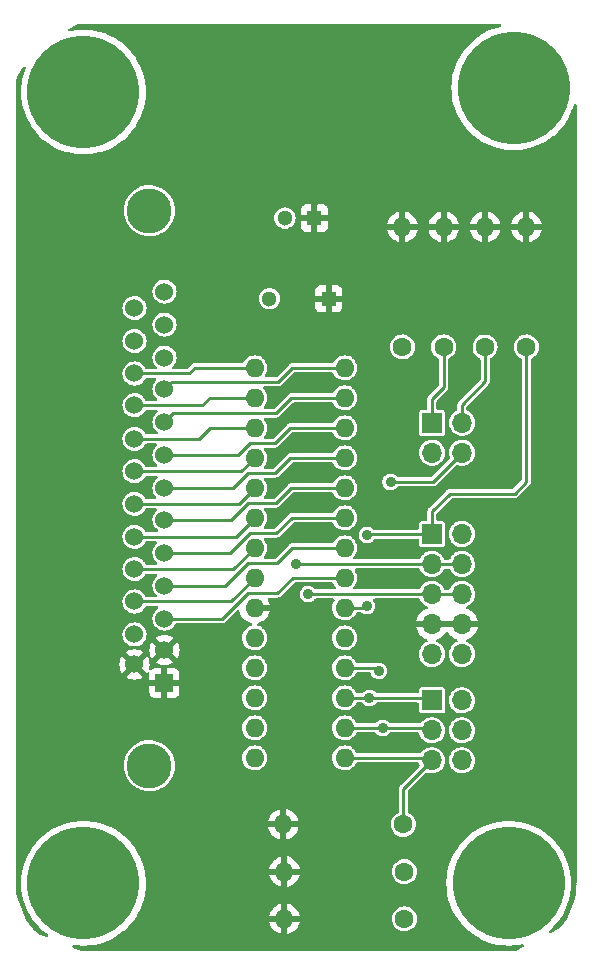
<source format=gtl>
%TF.GenerationSoftware,KiCad,Pcbnew,(6.0.1)*%
%TF.CreationDate,2022-06-02T14:42:02-04:00*%
%TF.ProjectId,I2CIO16-DB25,49324349-4f31-4362-9d44-4232352e6b69,X1*%
%TF.SameCoordinates,Original*%
%TF.FileFunction,Copper,L1,Top*%
%TF.FilePolarity,Positive*%
%FSLAX46Y46*%
G04 Gerber Fmt 4.6, Leading zero omitted, Abs format (unit mm)*
G04 Created by KiCad (PCBNEW (6.0.1)) date 2022-06-02 14:42:02*
%MOMM*%
%LPD*%
G01*
G04 APERTURE LIST*
%TA.AperFunction,ComponentPad*%
%ADD10C,9.525000*%
%TD*%
%TA.AperFunction,ComponentPad*%
%ADD11R,1.300000X1.300000*%
%TD*%
%TA.AperFunction,ComponentPad*%
%ADD12C,1.300000*%
%TD*%
%TA.AperFunction,ComponentPad*%
%ADD13O,1.600000X1.600000*%
%TD*%
%TA.AperFunction,ComponentPad*%
%ADD14R,1.700000X1.700000*%
%TD*%
%TA.AperFunction,ComponentPad*%
%ADD15O,1.700000X1.700000*%
%TD*%
%TA.AperFunction,ComponentPad*%
%ADD16C,1.600000*%
%TD*%
%TA.AperFunction,ComponentPad*%
%ADD17C,3.810000*%
%TD*%
%TA.AperFunction,ComponentPad*%
%ADD18R,1.524000X1.524000*%
%TD*%
%TA.AperFunction,ComponentPad*%
%ADD19C,1.524000*%
%TD*%
%TA.AperFunction,ViaPad*%
%ADD20C,0.889000*%
%TD*%
%TA.AperFunction,Conductor*%
%ADD21C,0.254000*%
%TD*%
G04 APERTURE END LIST*
D10*
%TO.P,MTG4,1*%
%TO.N,N/C*%
X6000000Y-6000000D03*
%TD*%
%TO.P,MTG3,1*%
%TO.N,N/C*%
X42420000Y-5650000D03*
%TD*%
%TO.P,MTG2,1*%
%TO.N,N/C*%
X6000000Y-73000000D03*
%TD*%
%TO.P,MTG1,1*%
%TO.N,N/C*%
X42000000Y-73000000D03*
%TD*%
D11*
%TO.P,C2,1*%
%TO.N,/VCC*%
X26750000Y-23500000D03*
D12*
%TO.P,C2,2*%
%TO.N,GND*%
X21750000Y-23500000D03*
%TD*%
D13*
%TO.P,U1,1,GPB0*%
%TO.N,/G8*%
X20490000Y-29355000D03*
%TO.P,U1,2,GPB1*%
%TO.N,/G9*%
X20490000Y-31895000D03*
%TO.P,U1,3,GPB2*%
%TO.N,/G10*%
X20490000Y-34435000D03*
%TO.P,U1,4,GPB3*%
%TO.N,/G11*%
X20490000Y-36975000D03*
%TO.P,U1,5,GPB4*%
%TO.N,/G12*%
X20490000Y-39515000D03*
%TO.P,U1,6,GPB5*%
%TO.N,/G13*%
X20490000Y-42055000D03*
%TO.P,U1,7,GPB6*%
%TO.N,/G14*%
X20490000Y-44595000D03*
%TO.P,U1,8,GPB7*%
%TO.N,/G15*%
X20490000Y-47135000D03*
%TO.P,U1,9,VDD*%
%TO.N,/VCC*%
X20490000Y-49675000D03*
%TO.P,U1,10,VSS*%
%TO.N,GND*%
X20490000Y-52215000D03*
%TO.P,U1,11*%
%TO.N,N/C*%
X20490000Y-54755000D03*
%TO.P,U1,12,SCL*%
%TO.N,/SCL*%
X20490000Y-57295000D03*
%TO.P,U1,13,SDA*%
%TO.N,/SDA*%
X20490000Y-59835000D03*
%TO.P,U1,14*%
%TO.N,N/C*%
X20490000Y-62375000D03*
%TO.P,U1,15,A0*%
%TO.N,/A0*%
X28110000Y-62375000D03*
%TO.P,U1,16,A1*%
%TO.N,/A1*%
X28110000Y-59835000D03*
%TO.P,U1,17,A2*%
%TO.N,/A2*%
X28110000Y-57295000D03*
%TO.P,U1,18,~{RST}*%
%TO.N,/RST*%
X28110000Y-54755000D03*
%TO.P,U1,19,INTB*%
%TO.N,unconnected-(U1-Pad19)*%
X28110000Y-52215000D03*
%TO.P,U1,20,INTA*%
%TO.N,/IA*%
X28110000Y-49675000D03*
%TO.P,U1,21,GPA0*%
%TO.N,/G0*%
X28110000Y-47135000D03*
%TO.P,U1,22,GPA1*%
%TO.N,/G1*%
X28110000Y-44595000D03*
%TO.P,U1,23,GPA2*%
%TO.N,/G2*%
X28110000Y-42055000D03*
%TO.P,U1,24,GPS3*%
%TO.N,/G3*%
X28110000Y-39515000D03*
%TO.P,U1,25,GPA4*%
%TO.N,/G4*%
X28110000Y-36975000D03*
%TO.P,U1,26,GPA5*%
%TO.N,/G5*%
X28110000Y-34435000D03*
%TO.P,U1,27,GPA6*%
%TO.N,/G6*%
X28110000Y-31895000D03*
%TO.P,U1,28,GPA7*%
%TO.N,/G7*%
X28110000Y-29355000D03*
%TD*%
D14*
%TO.P,J3,1,Pin_1*%
%TO.N,/IA*%
X35500000Y-43425000D03*
D15*
%TO.P,J3,2,Pin_2*%
X38040000Y-43425000D03*
%TO.P,J3,3,Pin_3*%
%TO.N,/SCL*%
X35500000Y-45965000D03*
%TO.P,J3,4,Pin_4*%
X38040000Y-45965000D03*
%TO.P,J3,5,Pin_5*%
%TO.N,/SDA*%
X35500000Y-48505000D03*
%TO.P,J3,6,Pin_6*%
X38040000Y-48505000D03*
%TO.P,J3,7,Pin_7*%
%TO.N,/VCC*%
X35500000Y-51045000D03*
%TO.P,J3,8,Pin_8*%
X38040000Y-51045000D03*
%TO.P,J3,9,Pin_9*%
%TO.N,GND*%
X35500000Y-53585000D03*
%TO.P,J3,10,Pin_10*%
X38040000Y-53585000D03*
%TD*%
D16*
%TO.P,R2,1*%
%TO.N,Net-(R2-Pad1)*%
X36500000Y-27580000D03*
D13*
%TO.P,R2,2*%
%TO.N,/VCC*%
X36500000Y-17420000D03*
%TD*%
D16*
%TO.P,R3,1*%
%TO.N,Net-(R3-Pad1)*%
X40000000Y-27580000D03*
D13*
%TO.P,R3,2*%
%TO.N,/VCC*%
X40000000Y-17420000D03*
%TD*%
D16*
%TO.P,R4,1*%
%TO.N,/IA*%
X43500000Y-27580000D03*
D13*
%TO.P,R4,2*%
%TO.N,/VCC*%
X43500000Y-17420000D03*
%TD*%
D16*
%TO.P,R1,1*%
%TO.N,/RST*%
X33000000Y-27580000D03*
D13*
%TO.P,R1,2*%
%TO.N,/VCC*%
X33000000Y-17420000D03*
%TD*%
D16*
%TO.P,R7,1*%
%TO.N,/A2*%
X33175000Y-76000000D03*
D13*
%TO.P,R7,2*%
%TO.N,/VCC*%
X23015000Y-76000000D03*
%TD*%
D16*
%TO.P,R6,1*%
%TO.N,/A1*%
X33175000Y-72000000D03*
D13*
%TO.P,R6,2*%
%TO.N,/VCC*%
X23015000Y-72000000D03*
%TD*%
D14*
%TO.P,J2,1,Pin_1*%
%TO.N,Net-(R2-Pad1)*%
X35500000Y-34000000D03*
D15*
%TO.P,J2,2,Pin_2*%
%TO.N,Net-(R3-Pad1)*%
X38040000Y-34000000D03*
%TO.P,J2,3,Pin_3*%
%TO.N,/SCL*%
X35500000Y-36540000D03*
%TO.P,J2,4,Pin_4*%
%TO.N,/SDA*%
X38040000Y-36540000D03*
%TD*%
D11*
%TO.P,C1,1*%
%TO.N,/VCC*%
X25560000Y-16670000D03*
D12*
%TO.P,C1,2*%
%TO.N,GND*%
X23060000Y-16670000D03*
%TD*%
D14*
%TO.P,J4,1,Pin_1*%
%TO.N,/A2*%
X35500000Y-57500000D03*
D15*
%TO.P,J4,2,Pin_2*%
%TO.N,GND*%
X38040000Y-57500000D03*
%TO.P,J4,3,Pin_3*%
%TO.N,/A1*%
X35500000Y-60040000D03*
%TO.P,J4,4,Pin_4*%
%TO.N,GND*%
X38040000Y-60040000D03*
%TO.P,J4,5,Pin_5*%
%TO.N,/A0*%
X35500000Y-62580000D03*
%TO.P,J4,6,Pin_6*%
%TO.N,GND*%
X38040000Y-62580000D03*
%TD*%
D16*
%TO.P,R5,1*%
%TO.N,/A0*%
X33080000Y-68000000D03*
D13*
%TO.P,R5,2*%
%TO.N,/VCC*%
X22920000Y-68000000D03*
%TD*%
D17*
%TO.P,J1,*%
%TO.N,*%
X11590000Y-16035000D03*
X11590000Y-63025000D03*
D18*
%TO.P,J1,1,1*%
%TO.N,/VCC*%
X12860000Y-56040000D03*
D19*
%TO.P,J1,2,2*%
X12860000Y-53246000D03*
%TO.P,J1,3,3*%
%TO.N,/G0*%
X12860000Y-50579000D03*
%TO.P,J1,4,4*%
%TO.N,/G1*%
X12860000Y-47785000D03*
%TO.P,J1,5,5*%
%TO.N,/G2*%
X12860000Y-44991000D03*
%TO.P,J1,6,6*%
%TO.N,/G3*%
X12860000Y-42197000D03*
%TO.P,J1,7,7*%
%TO.N,/G4*%
X12860000Y-39530000D03*
%TO.P,J1,8,8*%
%TO.N,/G5*%
X12860000Y-36736000D03*
%TO.P,J1,9,9*%
%TO.N,/G6*%
X12860000Y-33942000D03*
%TO.P,J1,10,10*%
%TO.N,/G7*%
X12860000Y-31148000D03*
%TO.P,J1,11,11*%
%TO.N,unconnected-(J1-Pad11)*%
X12860000Y-28481000D03*
%TO.P,J1,12,12*%
%TO.N,GND*%
X12860000Y-25687000D03*
%TO.P,J1,13,13*%
X12860000Y-22893000D03*
%TO.P,J1,14,P14*%
%TO.N,/VCC*%
X10320000Y-54465200D03*
%TO.P,J1,15,P15*%
%TO.N,unconnected-(J1-Pad15)*%
X10320000Y-51925200D03*
%TO.P,J1,16,P16*%
%TO.N,/G15*%
X10320000Y-49131200D03*
%TO.P,J1,17,P17*%
%TO.N,/G14*%
X10320000Y-46388000D03*
%TO.P,J1,18,P18*%
%TO.N,/G13*%
X10320000Y-43644800D03*
%TO.P,J1,19,P19*%
%TO.N,/G12*%
X10320000Y-40850800D03*
%TO.P,J1,20,P20*%
%TO.N,/G11*%
X10320000Y-38107600D03*
%TO.P,J1,21,P21*%
%TO.N,/G10*%
X10320000Y-35364400D03*
%TO.P,J1,22,P22*%
%TO.N,/G9*%
X10320000Y-32519600D03*
%TO.P,J1,23,P23*%
%TO.N,/G8*%
X10320000Y-29827200D03*
%TO.P,J1,24,P24*%
%TO.N,unconnected-(J1-Pad24)*%
X10320000Y-27084000D03*
%TO.P,J1,25,P25*%
%TO.N,GND*%
X10320000Y-24290000D03*
%TD*%
D20*
%TO.N,/A1*%
X31335000Y-59835000D03*
%TO.N,/A2*%
X30205000Y-57295000D03*
%TO.N,/SCL*%
X24000000Y-46000000D03*
%TO.N,/SDA*%
X32000000Y-39000000D03*
X25000000Y-48500000D03*
%TO.N,/RST*%
X31000000Y-55000000D03*
%TO.N,/IA*%
X30000000Y-43500000D03*
X30000000Y-49500000D03*
%TD*%
D21*
%TO.N,/A1*%
X35295000Y-59835000D02*
X35500000Y-60040000D01*
X31335000Y-59835000D02*
X35295000Y-59835000D01*
X28110000Y-59835000D02*
X31335000Y-59835000D01*
%TO.N,/A2*%
X30205000Y-57295000D02*
X35295000Y-57295000D01*
X35295000Y-57295000D02*
X35500000Y-57500000D01*
X28110000Y-57295000D02*
X30205000Y-57295000D01*
%TO.N,/SCL*%
X24045511Y-45954489D02*
X35339489Y-45954489D01*
X24000000Y-46000000D02*
X24045511Y-45954489D01*
X35350000Y-45965000D02*
X37890000Y-45965000D01*
X35339489Y-45954489D02*
X35350000Y-45965000D01*
%TO.N,/SDA*%
X35580000Y-39000000D02*
X38040000Y-36540000D01*
X35350000Y-48505000D02*
X37890000Y-48505000D01*
X25000000Y-48500000D02*
X25005511Y-48494489D01*
X35339489Y-48494489D02*
X35350000Y-48505000D01*
X25005511Y-48494489D02*
X35339489Y-48494489D01*
X32000000Y-39000000D02*
X35580000Y-39000000D01*
%TO.N,/RST*%
X28110000Y-54755000D02*
X30755000Y-54755000D01*
X30755000Y-54755000D02*
X31000000Y-55000000D01*
%TO.N,/G0*%
X17763741Y-50579000D02*
X19922742Y-48420000D01*
X12860000Y-50579000D02*
X17763741Y-50579000D01*
X23705000Y-47135000D02*
X22420000Y-48420000D01*
X19922742Y-48420000D02*
X22420000Y-48420000D01*
X28110000Y-47135000D02*
X23705000Y-47135000D01*
%TO.N,/G1*%
X18017742Y-47785000D02*
X19922742Y-45880000D01*
X28110000Y-44595000D02*
X23665000Y-44595000D01*
X19922742Y-45880000D02*
X22380000Y-45880000D01*
X12860000Y-47785000D02*
X18017742Y-47785000D01*
X23665000Y-44595000D02*
X22380000Y-45880000D01*
%TO.N,/G2*%
X23625000Y-42055000D02*
X22340000Y-43340000D01*
X28110000Y-42055000D02*
X23625000Y-42055000D01*
X20075504Y-43340000D02*
X22340000Y-43340000D01*
X12860000Y-44991000D02*
X18424504Y-44991000D01*
X18424504Y-44991000D02*
X20075504Y-43340000D01*
%TO.N,/G3*%
X12860000Y-42197000D02*
X18525741Y-42197000D01*
X18525741Y-42197000D02*
X19922741Y-40800000D01*
X19922741Y-40800000D02*
X22300000Y-40800000D01*
X28110000Y-39515000D02*
X23585000Y-39515000D01*
X23585000Y-39515000D02*
X22300000Y-40800000D01*
%TO.N,/G4*%
X23525000Y-36975000D02*
X22240000Y-38260000D01*
X12860000Y-39530000D02*
X18652742Y-39530000D01*
X18652742Y-39530000D02*
X19922742Y-38260000D01*
X19922742Y-38260000D02*
X22240000Y-38260000D01*
X28110000Y-36975000D02*
X23525000Y-36975000D01*
%TO.N,/G5*%
X23505000Y-34435000D02*
X22220000Y-35720000D01*
X28110000Y-34435000D02*
X23505000Y-34435000D01*
X19059504Y-36736000D02*
X20075504Y-35720000D01*
X12860000Y-36736000D02*
X19059504Y-36736000D01*
X20075504Y-35720000D02*
X22220000Y-35720000D01*
%TO.N,/G6*%
X12860000Y-33942000D02*
X13621999Y-33180001D01*
X13621999Y-33180001D02*
X22319999Y-33180001D01*
X28110000Y-31895000D02*
X23605000Y-31895000D01*
X23605000Y-31895000D02*
X22319999Y-33180001D01*
%TO.N,/G15*%
X10320000Y-49131200D02*
X18493800Y-49131200D01*
X18493800Y-49131200D02*
X20490000Y-47135000D01*
%TO.N,/G14*%
X10320000Y-46388000D02*
X18697000Y-46388000D01*
X18697000Y-46388000D02*
X20490000Y-44595000D01*
%TO.N,/G13*%
X18900200Y-43644800D02*
X20490000Y-42055000D01*
X10320000Y-43644800D02*
X18900200Y-43644800D01*
%TO.N,/G12*%
X10320000Y-40850800D02*
X19154200Y-40850800D01*
X19154200Y-40850800D02*
X20490000Y-39515000D01*
%TO.N,/G11*%
X19357400Y-38107600D02*
X20490000Y-36975000D01*
X10320000Y-38107600D02*
X19357400Y-38107600D01*
%TO.N,/G10*%
X16685000Y-34435000D02*
X15755600Y-35364400D01*
X20490000Y-34435000D02*
X16685000Y-34435000D01*
X10320000Y-35364400D02*
X15755600Y-35364400D01*
%TO.N,/G9*%
X20490000Y-31895000D02*
X16685000Y-31895000D01*
X16685000Y-31895000D02*
X16060400Y-32519600D01*
X10320000Y-32519600D02*
X16060400Y-32519600D01*
%TO.N,Net-(R3-Pad1)*%
X38040000Y-32460000D02*
X40000000Y-30500000D01*
X38040000Y-34000000D02*
X38040000Y-32460000D01*
X40000000Y-30500000D02*
X40000000Y-27580000D01*
%TO.N,Net-(R2-Pad1)*%
X35500000Y-32000000D02*
X36500000Y-31000000D01*
X36500000Y-31000000D02*
X36500000Y-27580000D01*
X35500000Y-34000000D02*
X35500000Y-32000000D01*
%TO.N,/G7*%
X12860000Y-31148000D02*
X13472489Y-30535511D01*
X28110000Y-29355000D02*
X23645000Y-29355000D01*
X23645000Y-29355000D02*
X22464489Y-30535511D01*
X13472489Y-30535511D02*
X22464489Y-30535511D01*
%TO.N,/G8*%
X15415000Y-29355000D02*
X14942800Y-29827200D01*
X10320000Y-29827200D02*
X14942800Y-29827200D01*
X20490000Y-29355000D02*
X15415000Y-29355000D01*
%TO.N,/IA*%
X37000000Y-40000000D02*
X42500000Y-40000000D01*
X30000000Y-43500000D02*
X30075000Y-43425000D01*
X29825000Y-49675000D02*
X30000000Y-49500000D01*
X35500000Y-41500000D02*
X37000000Y-40000000D01*
X30075000Y-43425000D02*
X35350000Y-43425000D01*
X42500000Y-40000000D02*
X43500000Y-39000000D01*
X35500000Y-43425000D02*
X35500000Y-41500000D01*
X43500000Y-39000000D02*
X43500000Y-27580000D01*
X28110000Y-49675000D02*
X29825000Y-49675000D01*
%TO.N,/A0*%
X33080000Y-65000000D02*
X35500000Y-62580000D01*
X33080000Y-68000000D02*
X33080000Y-65000000D01*
X28110000Y-62375000D02*
X35295000Y-62375000D01*
X35295000Y-62375000D02*
X35500000Y-62580000D01*
%TD*%
%TA.AperFunction,Conductor*%
%TO.N,/VCC*%
G36*
X41324194Y-274002D02*
G01*
X41370687Y-327658D01*
X41380791Y-397932D01*
X41351297Y-462512D01*
X41291571Y-500896D01*
X41283346Y-503013D01*
X41054465Y-553754D01*
X41051840Y-554582D01*
X41051835Y-554583D01*
X40618122Y-691332D01*
X40618114Y-691335D01*
X40615494Y-692161D01*
X40190257Y-868300D01*
X39781989Y-1080831D01*
X39393798Y-1328136D01*
X39154853Y-1511485D01*
X39030806Y-1606669D01*
X39030800Y-1606674D01*
X39028638Y-1608333D01*
X38689289Y-1919289D01*
X38378333Y-2258638D01*
X38376674Y-2260800D01*
X38376669Y-2260806D01*
X38281485Y-2384853D01*
X38098136Y-2623798D01*
X37850831Y-3011989D01*
X37638300Y-3420257D01*
X37462161Y-3845494D01*
X37461335Y-3848114D01*
X37461332Y-3848122D01*
X37351806Y-4195494D01*
X37323754Y-4284465D01*
X37224133Y-4733828D01*
X37223775Y-4736548D01*
X37223774Y-4736553D01*
X37201279Y-4907423D01*
X37164055Y-5190164D01*
X37163935Y-5192913D01*
X37163934Y-5192924D01*
X37148653Y-5542924D01*
X37143978Y-5650000D01*
X37144098Y-5652748D01*
X37160352Y-6025017D01*
X37164055Y-6109836D01*
X37164416Y-6112575D01*
X37210134Y-6459836D01*
X37224133Y-6566172D01*
X37323754Y-7015535D01*
X37324582Y-7018160D01*
X37324583Y-7018165D01*
X37434938Y-7368165D01*
X37462161Y-7454506D01*
X37638300Y-7879743D01*
X37850831Y-8288011D01*
X38098136Y-8676202D01*
X38378333Y-9041362D01*
X38689289Y-9380711D01*
X39028638Y-9691667D01*
X39030800Y-9693326D01*
X39030806Y-9693331D01*
X39079521Y-9730711D01*
X39393798Y-9971864D01*
X39781989Y-10219169D01*
X40190257Y-10431700D01*
X40615494Y-10607839D01*
X40618114Y-10608665D01*
X40618122Y-10608668D01*
X41051835Y-10745417D01*
X41051840Y-10745418D01*
X41054465Y-10746246D01*
X41503828Y-10845867D01*
X41506548Y-10846225D01*
X41506553Y-10846226D01*
X41677423Y-10868721D01*
X41960164Y-10905945D01*
X41962913Y-10906065D01*
X41962924Y-10906066D01*
X42417252Y-10925902D01*
X42420000Y-10926022D01*
X42422748Y-10925902D01*
X42877076Y-10906066D01*
X42877087Y-10906065D01*
X42879836Y-10905945D01*
X43162577Y-10868721D01*
X43333447Y-10846226D01*
X43333452Y-10846225D01*
X43336172Y-10845867D01*
X43785535Y-10746246D01*
X43788160Y-10745418D01*
X43788165Y-10745417D01*
X44221878Y-10608668D01*
X44221886Y-10608665D01*
X44224506Y-10607839D01*
X44649743Y-10431700D01*
X45058011Y-10219169D01*
X45446202Y-9971864D01*
X45760479Y-9730711D01*
X45809194Y-9693331D01*
X45809200Y-9693326D01*
X45811362Y-9691667D01*
X46150711Y-9380711D01*
X46461667Y-9041362D01*
X46741864Y-8676202D01*
X46989169Y-8288011D01*
X47201700Y-7879743D01*
X47377839Y-7454506D01*
X47405063Y-7368165D01*
X47499832Y-7067594D01*
X47539392Y-7008641D01*
X47604545Y-6980434D01*
X47674605Y-6991930D01*
X47727328Y-7039478D01*
X47746000Y-7105483D01*
X47746000Y-72962575D01*
X47743579Y-72987153D01*
X47741024Y-73000000D01*
X47743445Y-73012172D01*
X47743445Y-73021195D01*
X47744594Y-73035786D01*
X47740738Y-73133931D01*
X47728481Y-73445876D01*
X47727705Y-73455739D01*
X47675838Y-73893962D01*
X47674290Y-73903733D01*
X47588203Y-74336524D01*
X47585893Y-74346145D01*
X47466115Y-74770845D01*
X47463058Y-74780254D01*
X47310325Y-75194256D01*
X47306540Y-75203393D01*
X47122727Y-75602116D01*
X47121794Y-75604140D01*
X47117302Y-75612955D01*
X46901693Y-75997952D01*
X46896524Y-76006388D01*
X46722023Y-76267548D01*
X46651364Y-76373296D01*
X46645555Y-76381292D01*
X46432532Y-76651511D01*
X46372359Y-76727840D01*
X46365937Y-76735360D01*
X46241163Y-76870339D01*
X46204994Y-76897503D01*
X45565689Y-77217155D01*
X45495817Y-77229729D01*
X45430237Y-77202530D01*
X45389772Y-77144194D01*
X45387270Y-77073241D01*
X45424218Y-77011560D01*
X45728691Y-76732562D01*
X45730711Y-76730711D01*
X46041667Y-76391362D01*
X46321864Y-76026202D01*
X46569169Y-75638011D01*
X46781700Y-75229743D01*
X46957839Y-74804506D01*
X46966950Y-74775612D01*
X47095417Y-74368165D01*
X47095418Y-74368160D01*
X47096246Y-74365535D01*
X47195867Y-73916172D01*
X47198145Y-73898873D01*
X47255584Y-73462575D01*
X47255945Y-73459836D01*
X47256339Y-73450826D01*
X47275902Y-73002748D01*
X47276022Y-73000000D01*
X47264287Y-72731230D01*
X47256066Y-72542924D01*
X47256065Y-72542913D01*
X47255945Y-72540164D01*
X47195867Y-72083828D01*
X47096246Y-71634465D01*
X47095417Y-71631835D01*
X46958668Y-71198122D01*
X46958665Y-71198114D01*
X46957839Y-71195494D01*
X46781700Y-70770257D01*
X46569169Y-70361989D01*
X46321864Y-69973798D01*
X46041667Y-69608638D01*
X45730711Y-69269289D01*
X45391362Y-68958333D01*
X45389200Y-68956674D01*
X45389194Y-68956669D01*
X45236453Y-68839467D01*
X45026202Y-68678136D01*
X44638011Y-68430831D01*
X44229743Y-68218300D01*
X43804506Y-68042161D01*
X43801886Y-68041335D01*
X43801878Y-68041332D01*
X43368165Y-67904583D01*
X43368160Y-67904582D01*
X43365535Y-67903754D01*
X42916172Y-67804133D01*
X42913452Y-67803775D01*
X42913447Y-67803774D01*
X42730555Y-67779696D01*
X42459836Y-67744055D01*
X42457087Y-67743935D01*
X42457076Y-67743934D01*
X42002748Y-67724098D01*
X42000000Y-67723978D01*
X41997252Y-67724098D01*
X41542924Y-67743934D01*
X41542913Y-67743935D01*
X41540164Y-67744055D01*
X41269445Y-67779696D01*
X41086553Y-67803774D01*
X41086548Y-67803775D01*
X41083828Y-67804133D01*
X40634465Y-67903754D01*
X40631840Y-67904582D01*
X40631835Y-67904583D01*
X40198122Y-68041332D01*
X40198114Y-68041335D01*
X40195494Y-68042161D01*
X39770257Y-68218300D01*
X39361989Y-68430831D01*
X38973798Y-68678136D01*
X38763547Y-68839467D01*
X38610806Y-68956669D01*
X38610800Y-68956674D01*
X38608638Y-68958333D01*
X38269289Y-69269289D01*
X37958333Y-69608638D01*
X37678136Y-69973798D01*
X37430831Y-70361989D01*
X37218300Y-70770257D01*
X37042161Y-71195494D01*
X37041335Y-71198114D01*
X37041332Y-71198122D01*
X36904583Y-71631835D01*
X36903754Y-71634465D01*
X36804133Y-72083828D01*
X36744055Y-72540164D01*
X36743935Y-72542913D01*
X36743934Y-72542924D01*
X36735713Y-72731230D01*
X36723978Y-73000000D01*
X36724098Y-73002748D01*
X36743662Y-73450826D01*
X36744055Y-73459836D01*
X36744416Y-73462575D01*
X36801856Y-73898873D01*
X36804133Y-73916172D01*
X36903754Y-74365535D01*
X36904582Y-74368160D01*
X36904583Y-74368165D01*
X37033051Y-74775612D01*
X37042161Y-74804506D01*
X37218300Y-75229743D01*
X37430831Y-75638011D01*
X37678136Y-76026202D01*
X37958333Y-76391362D01*
X38269289Y-76730711D01*
X38271309Y-76732562D01*
X38279487Y-76740056D01*
X38608638Y-77041667D01*
X38610800Y-77043326D01*
X38610806Y-77043331D01*
X38649786Y-77073241D01*
X38973798Y-77321864D01*
X39361989Y-77569169D01*
X39770257Y-77781700D01*
X40195494Y-77957839D01*
X40198114Y-77958665D01*
X40198122Y-77958668D01*
X40631835Y-78095417D01*
X40631840Y-78095418D01*
X40634465Y-78096246D01*
X41083828Y-78195867D01*
X41086548Y-78196225D01*
X41086553Y-78196226D01*
X41257423Y-78218721D01*
X41540164Y-78255945D01*
X41542913Y-78256065D01*
X41542924Y-78256066D01*
X41997252Y-78275902D01*
X42000000Y-78276022D01*
X42002748Y-78275902D01*
X42457076Y-78256066D01*
X42457087Y-78256065D01*
X42459836Y-78255945D01*
X42742577Y-78218721D01*
X42913447Y-78196226D01*
X42913452Y-78196225D01*
X42916172Y-78195867D01*
X43162399Y-78141280D01*
X43233233Y-78146064D01*
X43290237Y-78188384D01*
X43315311Y-78254806D01*
X43300495Y-78324239D01*
X43246018Y-78376991D01*
X42591827Y-78704087D01*
X42550290Y-78716515D01*
X42522998Y-78719745D01*
X42455738Y-78727705D01*
X42445876Y-78728481D01*
X42225125Y-78737155D01*
X42035786Y-78744594D01*
X42021195Y-78743445D01*
X42012172Y-78743445D01*
X42000000Y-78741024D01*
X41987153Y-78743579D01*
X41962575Y-78746000D01*
X6037425Y-78746000D01*
X6012847Y-78743579D01*
X6000000Y-78741024D01*
X5987828Y-78743445D01*
X5978805Y-78743445D01*
X5964214Y-78744594D01*
X5888855Y-78741633D01*
X5876031Y-78741129D01*
X5834217Y-78732228D01*
X5135271Y-78452885D01*
X5079438Y-78409030D01*
X5056178Y-78341952D01*
X5072876Y-78272947D01*
X5124230Y-78223923D01*
X5198478Y-78210961D01*
X5540164Y-78255945D01*
X5542913Y-78256065D01*
X5542924Y-78256066D01*
X5997252Y-78275902D01*
X6000000Y-78276022D01*
X6002748Y-78275902D01*
X6457076Y-78256066D01*
X6457087Y-78256065D01*
X6459836Y-78255945D01*
X6742577Y-78218721D01*
X6913447Y-78196226D01*
X6913452Y-78196225D01*
X6916172Y-78195867D01*
X7365535Y-78096246D01*
X7368160Y-78095418D01*
X7368165Y-78095417D01*
X7801878Y-77958668D01*
X7801886Y-77958665D01*
X7804506Y-77957839D01*
X8229743Y-77781700D01*
X8638011Y-77569169D01*
X9026202Y-77321864D01*
X9350214Y-77073241D01*
X9389194Y-77043331D01*
X9389200Y-77043326D01*
X9391362Y-77041667D01*
X9720513Y-76740056D01*
X9728691Y-76732562D01*
X9730711Y-76730711D01*
X10041667Y-76391362D01*
X10137460Y-76266522D01*
X21732273Y-76266522D01*
X21779764Y-76443761D01*
X21783510Y-76454053D01*
X21875586Y-76651511D01*
X21881069Y-76661007D01*
X22006028Y-76839467D01*
X22013084Y-76847875D01*
X22167125Y-77001916D01*
X22175533Y-77008972D01*
X22353993Y-77133931D01*
X22363489Y-77139414D01*
X22560947Y-77231490D01*
X22571239Y-77235236D01*
X22743503Y-77281394D01*
X22757599Y-77281058D01*
X22761000Y-77273116D01*
X22761000Y-77267967D01*
X23269000Y-77267967D01*
X23272973Y-77281498D01*
X23281522Y-77282727D01*
X23458761Y-77235236D01*
X23469053Y-77231490D01*
X23666511Y-77139414D01*
X23676007Y-77133931D01*
X23854467Y-77008972D01*
X23862875Y-77001916D01*
X24016916Y-76847875D01*
X24023972Y-76839467D01*
X24148931Y-76661007D01*
X24154414Y-76651511D01*
X24246490Y-76454053D01*
X24250236Y-76443761D01*
X24296394Y-76271497D01*
X24296058Y-76257401D01*
X24288116Y-76254000D01*
X23287115Y-76254000D01*
X23271876Y-76258475D01*
X23270671Y-76259865D01*
X23269000Y-76267548D01*
X23269000Y-77267967D01*
X22761000Y-77267967D01*
X22761000Y-76272115D01*
X22756525Y-76256876D01*
X22755135Y-76255671D01*
X22747452Y-76254000D01*
X21747033Y-76254000D01*
X21733502Y-76257973D01*
X21732273Y-76266522D01*
X10137460Y-76266522D01*
X10321864Y-76026202D01*
X10347981Y-75985206D01*
X32115501Y-75985206D01*
X32116571Y-75997952D01*
X32125149Y-76100091D01*
X32132806Y-76191278D01*
X32189807Y-76390066D01*
X32192625Y-76395548D01*
X32192626Y-76395552D01*
X32281514Y-76568509D01*
X32281517Y-76568513D01*
X32284334Y-76573995D01*
X32412786Y-76736061D01*
X32570271Y-76870091D01*
X32750789Y-76970980D01*
X32947466Y-77034884D01*
X33152809Y-77059370D01*
X33158944Y-77058898D01*
X33158946Y-77058898D01*
X33352856Y-77043977D01*
X33352860Y-77043976D01*
X33358998Y-77043504D01*
X33558178Y-76987892D01*
X33563682Y-76985112D01*
X33563684Y-76985111D01*
X33737262Y-76897431D01*
X33737264Y-76897430D01*
X33742763Y-76894652D01*
X33905722Y-76767334D01*
X33909748Y-76762670D01*
X33909751Y-76762667D01*
X34036819Y-76615457D01*
X34036820Y-76615455D01*
X34040848Y-76610789D01*
X34142995Y-76430979D01*
X34175633Y-76332866D01*
X34206325Y-76240601D01*
X34206326Y-76240598D01*
X34208270Y-76234753D01*
X34234189Y-76029586D01*
X34234602Y-76000000D01*
X34214422Y-75794189D01*
X34154651Y-75596217D01*
X34057565Y-75413625D01*
X34053674Y-75408855D01*
X34053672Y-75408851D01*
X33930758Y-75258143D01*
X33930755Y-75258140D01*
X33926863Y-75253368D01*
X33919966Y-75247662D01*
X33772271Y-75125478D01*
X33772266Y-75125475D01*
X33767522Y-75121550D01*
X33762103Y-75118620D01*
X33762100Y-75118618D01*
X33591032Y-75026122D01*
X33591027Y-75026120D01*
X33585612Y-75023192D01*
X33388063Y-74962040D01*
X33381938Y-74961396D01*
X33381937Y-74961396D01*
X33188526Y-74941068D01*
X33188524Y-74941068D01*
X33182397Y-74940424D01*
X33056229Y-74951906D01*
X32982591Y-74958607D01*
X32982590Y-74958607D01*
X32976450Y-74959166D01*
X32778066Y-75017554D01*
X32772601Y-75020411D01*
X32600261Y-75110508D01*
X32600257Y-75110511D01*
X32594801Y-75113363D01*
X32433635Y-75242943D01*
X32300708Y-75401360D01*
X32201082Y-75582578D01*
X32138553Y-75779696D01*
X32115501Y-75985206D01*
X10347981Y-75985206D01*
X10511519Y-75728503D01*
X21733606Y-75728503D01*
X21733942Y-75742599D01*
X21741884Y-75746000D01*
X22742885Y-75746000D01*
X22758124Y-75741525D01*
X22759329Y-75740135D01*
X22761000Y-75732452D01*
X22761000Y-75727885D01*
X23269000Y-75727885D01*
X23273475Y-75743124D01*
X23274865Y-75744329D01*
X23282548Y-75746000D01*
X24282967Y-75746000D01*
X24296498Y-75742027D01*
X24297727Y-75733478D01*
X24250236Y-75556239D01*
X24246490Y-75545947D01*
X24154414Y-75348489D01*
X24148931Y-75338993D01*
X24023972Y-75160533D01*
X24016916Y-75152125D01*
X23862875Y-74998084D01*
X23854467Y-74991028D01*
X23676007Y-74866069D01*
X23666511Y-74860586D01*
X23469053Y-74768510D01*
X23458761Y-74764764D01*
X23286497Y-74718606D01*
X23272401Y-74718942D01*
X23269000Y-74726884D01*
X23269000Y-75727885D01*
X22761000Y-75727885D01*
X22761000Y-74732033D01*
X22757027Y-74718502D01*
X22748478Y-74717273D01*
X22571239Y-74764764D01*
X22560947Y-74768510D01*
X22363489Y-74860586D01*
X22353993Y-74866069D01*
X22175533Y-74991028D01*
X22167125Y-74998084D01*
X22013084Y-75152125D01*
X22006028Y-75160533D01*
X21881069Y-75338993D01*
X21875586Y-75348489D01*
X21783510Y-75545947D01*
X21779764Y-75556239D01*
X21733606Y-75728503D01*
X10511519Y-75728503D01*
X10569169Y-75638011D01*
X10781700Y-75229743D01*
X10957839Y-74804506D01*
X10966950Y-74775612D01*
X11095417Y-74368165D01*
X11095418Y-74368160D01*
X11096246Y-74365535D01*
X11195867Y-73916172D01*
X11198145Y-73898873D01*
X11255584Y-73462575D01*
X11255945Y-73459836D01*
X11256339Y-73450826D01*
X11275902Y-73002748D01*
X11276022Y-73000000D01*
X11264287Y-72731230D01*
X11256066Y-72542924D01*
X11256065Y-72542913D01*
X11255945Y-72540164D01*
X11219919Y-72266522D01*
X21732273Y-72266522D01*
X21779764Y-72443761D01*
X21783510Y-72454053D01*
X21875586Y-72651511D01*
X21881069Y-72661007D01*
X22006028Y-72839467D01*
X22013084Y-72847875D01*
X22167125Y-73001916D01*
X22175533Y-73008972D01*
X22353993Y-73133931D01*
X22363489Y-73139414D01*
X22560947Y-73231490D01*
X22571239Y-73235236D01*
X22743503Y-73281394D01*
X22757599Y-73281058D01*
X22761000Y-73273116D01*
X22761000Y-73267967D01*
X23269000Y-73267967D01*
X23272973Y-73281498D01*
X23281522Y-73282727D01*
X23458761Y-73235236D01*
X23469053Y-73231490D01*
X23666511Y-73139414D01*
X23676007Y-73133931D01*
X23854467Y-73008972D01*
X23862875Y-73001916D01*
X24016916Y-72847875D01*
X24023972Y-72839467D01*
X24148931Y-72661007D01*
X24154414Y-72651511D01*
X24246490Y-72454053D01*
X24250236Y-72443761D01*
X24296394Y-72271497D01*
X24296058Y-72257401D01*
X24288116Y-72254000D01*
X23287115Y-72254000D01*
X23271876Y-72258475D01*
X23270671Y-72259865D01*
X23269000Y-72267548D01*
X23269000Y-73267967D01*
X22761000Y-73267967D01*
X22761000Y-72272115D01*
X22756525Y-72256876D01*
X22755135Y-72255671D01*
X22747452Y-72254000D01*
X21747033Y-72254000D01*
X21733502Y-72257973D01*
X21732273Y-72266522D01*
X11219919Y-72266522D01*
X11195867Y-72083828D01*
X11174003Y-71985206D01*
X32115501Y-71985206D01*
X32132806Y-72191278D01*
X32189807Y-72390066D01*
X32192625Y-72395548D01*
X32192626Y-72395552D01*
X32281514Y-72568509D01*
X32281517Y-72568513D01*
X32284334Y-72573995D01*
X32412786Y-72736061D01*
X32570271Y-72870091D01*
X32750789Y-72970980D01*
X32947466Y-73034884D01*
X33152809Y-73059370D01*
X33158944Y-73058898D01*
X33158946Y-73058898D01*
X33352856Y-73043977D01*
X33352860Y-73043976D01*
X33358998Y-73043504D01*
X33558178Y-72987892D01*
X33563682Y-72985112D01*
X33563684Y-72985111D01*
X33737262Y-72897431D01*
X33737264Y-72897430D01*
X33742763Y-72894652D01*
X33905722Y-72767334D01*
X33909748Y-72762670D01*
X33909751Y-72762667D01*
X34036819Y-72615457D01*
X34036820Y-72615455D01*
X34040848Y-72610789D01*
X34142995Y-72430979D01*
X34175633Y-72332866D01*
X34206325Y-72240601D01*
X34206326Y-72240598D01*
X34208270Y-72234753D01*
X34234189Y-72029586D01*
X34234602Y-72000000D01*
X34214422Y-71794189D01*
X34154651Y-71596217D01*
X34057565Y-71413625D01*
X34053674Y-71408855D01*
X34053672Y-71408851D01*
X33930758Y-71258143D01*
X33930755Y-71258140D01*
X33926863Y-71253368D01*
X33919966Y-71247662D01*
X33772271Y-71125478D01*
X33772266Y-71125475D01*
X33767522Y-71121550D01*
X33762103Y-71118620D01*
X33762100Y-71118618D01*
X33591032Y-71026122D01*
X33591027Y-71026120D01*
X33585612Y-71023192D01*
X33388063Y-70962040D01*
X33381938Y-70961396D01*
X33381937Y-70961396D01*
X33188526Y-70941068D01*
X33188524Y-70941068D01*
X33182397Y-70940424D01*
X33056229Y-70951906D01*
X32982591Y-70958607D01*
X32982590Y-70958607D01*
X32976450Y-70959166D01*
X32778066Y-71017554D01*
X32772601Y-71020411D01*
X32600261Y-71110508D01*
X32600257Y-71110511D01*
X32594801Y-71113363D01*
X32433635Y-71242943D01*
X32300708Y-71401360D01*
X32201082Y-71582578D01*
X32138553Y-71779696D01*
X32115501Y-71985206D01*
X11174003Y-71985206D01*
X11117094Y-71728503D01*
X21733606Y-71728503D01*
X21733942Y-71742599D01*
X21741884Y-71746000D01*
X22742885Y-71746000D01*
X22758124Y-71741525D01*
X22759329Y-71740135D01*
X22761000Y-71732452D01*
X22761000Y-71727885D01*
X23269000Y-71727885D01*
X23273475Y-71743124D01*
X23274865Y-71744329D01*
X23282548Y-71746000D01*
X24282967Y-71746000D01*
X24296498Y-71742027D01*
X24297727Y-71733478D01*
X24250236Y-71556239D01*
X24246490Y-71545947D01*
X24154414Y-71348489D01*
X24148931Y-71338993D01*
X24023972Y-71160533D01*
X24016916Y-71152125D01*
X23862875Y-70998084D01*
X23854467Y-70991028D01*
X23676007Y-70866069D01*
X23666511Y-70860586D01*
X23469053Y-70768510D01*
X23458761Y-70764764D01*
X23286497Y-70718606D01*
X23272401Y-70718942D01*
X23269000Y-70726884D01*
X23269000Y-71727885D01*
X22761000Y-71727885D01*
X22761000Y-70732033D01*
X22757027Y-70718502D01*
X22748478Y-70717273D01*
X22571239Y-70764764D01*
X22560947Y-70768510D01*
X22363489Y-70860586D01*
X22353993Y-70866069D01*
X22175533Y-70991028D01*
X22167125Y-70998084D01*
X22013084Y-71152125D01*
X22006028Y-71160533D01*
X21881069Y-71338993D01*
X21875586Y-71348489D01*
X21783510Y-71545947D01*
X21779764Y-71556239D01*
X21733606Y-71728503D01*
X11117094Y-71728503D01*
X11096246Y-71634465D01*
X11095417Y-71631835D01*
X10958668Y-71198122D01*
X10958665Y-71198114D01*
X10957839Y-71195494D01*
X10781700Y-70770257D01*
X10569169Y-70361989D01*
X10321864Y-69973798D01*
X10041667Y-69608638D01*
X9730711Y-69269289D01*
X9391362Y-68958333D01*
X9389200Y-68956674D01*
X9389194Y-68956669D01*
X9236453Y-68839467D01*
X9026202Y-68678136D01*
X8638011Y-68430831D01*
X8322377Y-68266522D01*
X21637273Y-68266522D01*
X21684764Y-68443761D01*
X21688510Y-68454053D01*
X21780586Y-68651511D01*
X21786069Y-68661007D01*
X21911028Y-68839467D01*
X21918084Y-68847875D01*
X22072125Y-69001916D01*
X22080533Y-69008972D01*
X22258993Y-69133931D01*
X22268489Y-69139414D01*
X22465947Y-69231490D01*
X22476239Y-69235236D01*
X22648503Y-69281394D01*
X22662599Y-69281058D01*
X22666000Y-69273116D01*
X22666000Y-69267967D01*
X23174000Y-69267967D01*
X23177973Y-69281498D01*
X23186522Y-69282727D01*
X23363761Y-69235236D01*
X23374053Y-69231490D01*
X23571511Y-69139414D01*
X23581007Y-69133931D01*
X23759467Y-69008972D01*
X23767875Y-69001916D01*
X23921916Y-68847875D01*
X23928972Y-68839467D01*
X24053931Y-68661007D01*
X24059414Y-68651511D01*
X24151490Y-68454053D01*
X24155236Y-68443761D01*
X24201394Y-68271497D01*
X24201058Y-68257401D01*
X24193116Y-68254000D01*
X23192115Y-68254000D01*
X23176876Y-68258475D01*
X23175671Y-68259865D01*
X23174000Y-68267548D01*
X23174000Y-69267967D01*
X22666000Y-69267967D01*
X22666000Y-68272115D01*
X22661525Y-68256876D01*
X22660135Y-68255671D01*
X22652452Y-68254000D01*
X21652033Y-68254000D01*
X21638502Y-68257973D01*
X21637273Y-68266522D01*
X8322377Y-68266522D01*
X8229743Y-68218300D01*
X7804506Y-68042161D01*
X7801886Y-68041335D01*
X7801878Y-68041332D01*
X7368165Y-67904583D01*
X7368160Y-67904582D01*
X7365535Y-67903754D01*
X6916172Y-67804133D01*
X6913452Y-67803775D01*
X6913447Y-67803774D01*
X6730555Y-67779696D01*
X6459836Y-67744055D01*
X6457087Y-67743935D01*
X6457076Y-67743934D01*
X6103641Y-67728503D01*
X21638606Y-67728503D01*
X21638942Y-67742599D01*
X21646884Y-67746000D01*
X22647885Y-67746000D01*
X22663124Y-67741525D01*
X22664329Y-67740135D01*
X22666000Y-67732452D01*
X22666000Y-67727885D01*
X23174000Y-67727885D01*
X23178475Y-67743124D01*
X23179865Y-67744329D01*
X23187548Y-67746000D01*
X24187967Y-67746000D01*
X24201498Y-67742027D01*
X24202727Y-67733478D01*
X24155236Y-67556239D01*
X24151490Y-67545947D01*
X24059414Y-67348489D01*
X24053931Y-67338993D01*
X23928972Y-67160533D01*
X23921916Y-67152125D01*
X23767875Y-66998084D01*
X23759467Y-66991028D01*
X23581007Y-66866069D01*
X23571511Y-66860586D01*
X23374053Y-66768510D01*
X23363761Y-66764764D01*
X23191497Y-66718606D01*
X23177401Y-66718942D01*
X23174000Y-66726884D01*
X23174000Y-67727885D01*
X22666000Y-67727885D01*
X22666000Y-66732033D01*
X22662027Y-66718502D01*
X22653478Y-66717273D01*
X22476239Y-66764764D01*
X22465947Y-66768510D01*
X22268489Y-66860586D01*
X22258993Y-66866069D01*
X22080533Y-66991028D01*
X22072125Y-66998084D01*
X21918084Y-67152125D01*
X21911028Y-67160533D01*
X21786069Y-67338993D01*
X21780586Y-67348489D01*
X21688510Y-67545947D01*
X21684764Y-67556239D01*
X21638606Y-67728503D01*
X6103641Y-67728503D01*
X6002748Y-67724098D01*
X6000000Y-67723978D01*
X5997252Y-67724098D01*
X5542924Y-67743934D01*
X5542913Y-67743935D01*
X5540164Y-67744055D01*
X5269445Y-67779696D01*
X5086553Y-67803774D01*
X5086548Y-67803775D01*
X5083828Y-67804133D01*
X4634465Y-67903754D01*
X4631840Y-67904582D01*
X4631835Y-67904583D01*
X4198122Y-68041332D01*
X4198114Y-68041335D01*
X4195494Y-68042161D01*
X3770257Y-68218300D01*
X3361989Y-68430831D01*
X2973798Y-68678136D01*
X2763547Y-68839467D01*
X2610806Y-68956669D01*
X2610800Y-68956674D01*
X2608638Y-68958333D01*
X2269289Y-69269289D01*
X1958333Y-69608638D01*
X1678136Y-69973798D01*
X1430831Y-70361989D01*
X1218300Y-70770257D01*
X1042161Y-71195494D01*
X1041335Y-71198114D01*
X1041332Y-71198122D01*
X904583Y-71631835D01*
X903754Y-71634465D01*
X804133Y-72083828D01*
X744055Y-72540164D01*
X743935Y-72542913D01*
X743934Y-72542924D01*
X735713Y-72731230D01*
X723978Y-73000000D01*
X724098Y-73002748D01*
X743662Y-73450826D01*
X744055Y-73459836D01*
X744416Y-73462575D01*
X801856Y-73898873D01*
X804133Y-73916172D01*
X903754Y-74365535D01*
X904582Y-74368160D01*
X904583Y-74368165D01*
X1033051Y-74775612D01*
X1042161Y-74804506D01*
X1218300Y-75229743D01*
X1430831Y-75638011D01*
X1678136Y-76026202D01*
X1958333Y-76391362D01*
X2269289Y-76730711D01*
X2271309Y-76732562D01*
X2279487Y-76740056D01*
X2608638Y-77041667D01*
X2610800Y-77043326D01*
X2610806Y-77043331D01*
X2971608Y-77320184D01*
X2971615Y-77320189D01*
X2972260Y-77320684D01*
X2973798Y-77321864D01*
X2973507Y-77322244D01*
X3016515Y-77376037D01*
X3023832Y-77446655D01*
X2991808Y-77510019D01*
X2930611Y-77546011D01*
X2853160Y-77540808D01*
X2171299Y-77268293D01*
X2132531Y-77243816D01*
X2019589Y-77139414D01*
X1940588Y-77066386D01*
X1933614Y-77059412D01*
X1730299Y-76839467D01*
X1634066Y-76735362D01*
X1627641Y-76727839D01*
X1411805Y-76454053D01*
X1354445Y-76381292D01*
X1348636Y-76373296D01*
X1277978Y-76267548D01*
X1166085Y-76100089D01*
X1152876Y-76074335D01*
X324412Y-73865098D01*
X317262Y-73835666D01*
X272295Y-73455739D01*
X271519Y-73445876D01*
X259262Y-73133931D01*
X255406Y-73035786D01*
X256555Y-73021195D01*
X256555Y-73012172D01*
X258976Y-73000000D01*
X256421Y-72987153D01*
X254000Y-72962575D01*
X254000Y-63002333D01*
X9425573Y-63002333D01*
X9442522Y-63296290D01*
X9443347Y-63300495D01*
X9443348Y-63300503D01*
X9456597Y-63368031D01*
X9499209Y-63585226D01*
X9500596Y-63589276D01*
X9500597Y-63589281D01*
X9531569Y-63679742D01*
X9594585Y-63863795D01*
X9726884Y-64126844D01*
X9729310Y-64130373D01*
X9729313Y-64130379D01*
X9843310Y-64296245D01*
X9893659Y-64369503D01*
X10091824Y-64587283D01*
X10317712Y-64776154D01*
X10321353Y-64778438D01*
X10563502Y-64930339D01*
X10563506Y-64930341D01*
X10567142Y-64932622D01*
X10571052Y-64934387D01*
X10571053Y-64934388D01*
X10593504Y-64944525D01*
X10835500Y-65053790D01*
X10839619Y-65055010D01*
X11113706Y-65136199D01*
X11113711Y-65136200D01*
X11117819Y-65137417D01*
X11122053Y-65138065D01*
X11122058Y-65138066D01*
X11379396Y-65177444D01*
X11408875Y-65181955D01*
X11558772Y-65184310D01*
X11698993Y-65186513D01*
X11698999Y-65186513D01*
X11703284Y-65186580D01*
X11995595Y-65151206D01*
X12280402Y-65076488D01*
X12552433Y-64963809D01*
X12566790Y-64955420D01*
X12802957Y-64817415D01*
X12802958Y-64817415D01*
X12806655Y-64815254D01*
X12810015Y-64812620D01*
X12810023Y-64812614D01*
X13034992Y-64636215D01*
X13038364Y-64633571D01*
X13243272Y-64422123D01*
X13245805Y-64418675D01*
X13245809Y-64418670D01*
X13415049Y-64188277D01*
X13417587Y-64184822D01*
X13449066Y-64126844D01*
X13556033Y-63929835D01*
X13556034Y-63929833D01*
X13558083Y-63926059D01*
X13662162Y-63650623D01*
X13717735Y-63407980D01*
X13726940Y-63367789D01*
X13726940Y-63367787D01*
X13727897Y-63363610D01*
X13742940Y-63195050D01*
X13753851Y-63072799D01*
X13753851Y-63072792D01*
X13754071Y-63070331D01*
X13754546Y-63025000D01*
X13754377Y-63022520D01*
X13734811Y-62735514D01*
X13734810Y-62735508D01*
X13734519Y-62731237D01*
X13674810Y-62442911D01*
X13645523Y-62360206D01*
X19430501Y-62360206D01*
X19447806Y-62566278D01*
X19504807Y-62765066D01*
X19507625Y-62770548D01*
X19507626Y-62770552D01*
X19596514Y-62943509D01*
X19596517Y-62943513D01*
X19599334Y-62948995D01*
X19727786Y-63111061D01*
X19732479Y-63115055D01*
X19732480Y-63115056D01*
X19836086Y-63203231D01*
X19885271Y-63245091D01*
X20065789Y-63345980D01*
X20262466Y-63409884D01*
X20467809Y-63434370D01*
X20473944Y-63433898D01*
X20473946Y-63433898D01*
X20667856Y-63418977D01*
X20667860Y-63418976D01*
X20673998Y-63418504D01*
X20873178Y-63362892D01*
X20878682Y-63360112D01*
X20878684Y-63360111D01*
X21052262Y-63272431D01*
X21052264Y-63272430D01*
X21057763Y-63269652D01*
X21220722Y-63142334D01*
X21224748Y-63137670D01*
X21224751Y-63137667D01*
X21351819Y-62990457D01*
X21351820Y-62990455D01*
X21355848Y-62985789D01*
X21406922Y-62895884D01*
X21454950Y-62811340D01*
X21454952Y-62811336D01*
X21457995Y-62805979D01*
X21523270Y-62609753D01*
X21549189Y-62404586D01*
X21549602Y-62375000D01*
X21548151Y-62360206D01*
X27050501Y-62360206D01*
X27067806Y-62566278D01*
X27124807Y-62765066D01*
X27127625Y-62770548D01*
X27127626Y-62770552D01*
X27216514Y-62943509D01*
X27216517Y-62943513D01*
X27219334Y-62948995D01*
X27347786Y-63111061D01*
X27352479Y-63115055D01*
X27352480Y-63115056D01*
X27456086Y-63203231D01*
X27505271Y-63245091D01*
X27685789Y-63345980D01*
X27882466Y-63409884D01*
X28087809Y-63434370D01*
X28093944Y-63433898D01*
X28093946Y-63433898D01*
X28287856Y-63418977D01*
X28287860Y-63418976D01*
X28293998Y-63418504D01*
X28493178Y-63362892D01*
X28498682Y-63360112D01*
X28498684Y-63360111D01*
X28672262Y-63272431D01*
X28672264Y-63272430D01*
X28677763Y-63269652D01*
X28840722Y-63142334D01*
X28844748Y-63137670D01*
X28844751Y-63137667D01*
X28971819Y-62990457D01*
X28971820Y-62990455D01*
X28975848Y-62985789D01*
X29024185Y-62900701D01*
X29069881Y-62820263D01*
X29120921Y-62770912D01*
X29179437Y-62756500D01*
X34307180Y-62756500D01*
X34375301Y-62776502D01*
X34421794Y-62830158D01*
X34429303Y-62851484D01*
X34454392Y-62950269D01*
X34456807Y-62955508D01*
X34456809Y-62955513D01*
X34460483Y-62963482D01*
X34470836Y-63033720D01*
X34441573Y-63098405D01*
X34435151Y-63105326D01*
X32848521Y-64691956D01*
X32829505Y-64707315D01*
X32828444Y-64708281D01*
X32819696Y-64713929D01*
X32813250Y-64722106D01*
X32798771Y-64740472D01*
X32794794Y-64744947D01*
X32794865Y-64745008D01*
X32791512Y-64748965D01*
X32787829Y-64752648D01*
X32784803Y-64756883D01*
X32784801Y-64756885D01*
X32776547Y-64768436D01*
X32772984Y-64773182D01*
X32741066Y-64813670D01*
X32738015Y-64822357D01*
X32732666Y-64829843D01*
X32729683Y-64839819D01*
X32729682Y-64839820D01*
X32717902Y-64879211D01*
X32716072Y-64884843D01*
X32698984Y-64933502D01*
X32698500Y-64939091D01*
X32698500Y-64941802D01*
X32698385Y-64944469D01*
X32698366Y-64944532D01*
X32698192Y-64944525D01*
X32698145Y-64945271D01*
X32696275Y-64951524D01*
X32696684Y-64961928D01*
X32698403Y-65005678D01*
X32698500Y-65010625D01*
X32698500Y-66933177D01*
X32678498Y-67001298D01*
X32630875Y-67044839D01*
X32505261Y-67110508D01*
X32505257Y-67110511D01*
X32499801Y-67113363D01*
X32338635Y-67242943D01*
X32205708Y-67401360D01*
X32106082Y-67582578D01*
X32043553Y-67779696D01*
X32020501Y-67985206D01*
X32037806Y-68191278D01*
X32094807Y-68390066D01*
X32097625Y-68395548D01*
X32097626Y-68395552D01*
X32186514Y-68568509D01*
X32186517Y-68568513D01*
X32189334Y-68573995D01*
X32317786Y-68736061D01*
X32475271Y-68870091D01*
X32655789Y-68970980D01*
X32852466Y-69034884D01*
X33057809Y-69059370D01*
X33063944Y-69058898D01*
X33063946Y-69058898D01*
X33257856Y-69043977D01*
X33257860Y-69043976D01*
X33263998Y-69043504D01*
X33463178Y-68987892D01*
X33468682Y-68985112D01*
X33468684Y-68985111D01*
X33642262Y-68897431D01*
X33642264Y-68897430D01*
X33647763Y-68894652D01*
X33810722Y-68767334D01*
X33814748Y-68762670D01*
X33814751Y-68762667D01*
X33941819Y-68615457D01*
X33941820Y-68615455D01*
X33945848Y-68610789D01*
X34047995Y-68430979D01*
X34080633Y-68332866D01*
X34111325Y-68240601D01*
X34111326Y-68240598D01*
X34113270Y-68234753D01*
X34139189Y-68029586D01*
X34139602Y-68000000D01*
X34119422Y-67794189D01*
X34059651Y-67596217D01*
X33962565Y-67413625D01*
X33958674Y-67408855D01*
X33958672Y-67408851D01*
X33835758Y-67258143D01*
X33835755Y-67258140D01*
X33831863Y-67253368D01*
X33824966Y-67247662D01*
X33677271Y-67125478D01*
X33677266Y-67125475D01*
X33672522Y-67121550D01*
X33527570Y-67043175D01*
X33477163Y-66993181D01*
X33461500Y-66932340D01*
X33461500Y-65210212D01*
X33481502Y-65142091D01*
X33498405Y-65121117D01*
X34976085Y-63643437D01*
X35038397Y-63609411D01*
X35114917Y-63616764D01*
X35151925Y-63632664D01*
X35151928Y-63632665D01*
X35157228Y-63634942D01*
X35162857Y-63636216D01*
X35162858Y-63636216D01*
X35349579Y-63678467D01*
X35349584Y-63678468D01*
X35355216Y-63679742D01*
X35360987Y-63679969D01*
X35360989Y-63679969D01*
X35420756Y-63682317D01*
X35558053Y-63687712D01*
X35658499Y-63673148D01*
X35753231Y-63659413D01*
X35753236Y-63659412D01*
X35758945Y-63658584D01*
X35764409Y-63656729D01*
X35764414Y-63656728D01*
X35945693Y-63595192D01*
X35945698Y-63595190D01*
X35951165Y-63593334D01*
X35958403Y-63589281D01*
X36025683Y-63551602D01*
X36128276Y-63494147D01*
X36190934Y-63442035D01*
X36279913Y-63368031D01*
X36284345Y-63364345D01*
X36414147Y-63208276D01*
X36513334Y-63031165D01*
X36515190Y-63025698D01*
X36515192Y-63025693D01*
X36576728Y-62844414D01*
X36576729Y-62844409D01*
X36578584Y-62838945D01*
X36579412Y-62833236D01*
X36579413Y-62833231D01*
X36607179Y-62641727D01*
X36607712Y-62638053D01*
X36609232Y-62580000D01*
X36606564Y-62550964D01*
X36931148Y-62550964D01*
X36944424Y-62753522D01*
X36945845Y-62759118D01*
X36945846Y-62759123D01*
X36966119Y-62838945D01*
X36994392Y-62950269D01*
X36996809Y-62955512D01*
X37065874Y-63105326D01*
X37079377Y-63134616D01*
X37082710Y-63139332D01*
X37154631Y-63241098D01*
X37196533Y-63300389D01*
X37341938Y-63442035D01*
X37510720Y-63554812D01*
X37516023Y-63557090D01*
X37516026Y-63557092D01*
X37604707Y-63595192D01*
X37697228Y-63634942D01*
X37766528Y-63650623D01*
X37889579Y-63678467D01*
X37889584Y-63678468D01*
X37895216Y-63679742D01*
X37900987Y-63679969D01*
X37900989Y-63679969D01*
X37960756Y-63682317D01*
X38098053Y-63687712D01*
X38198499Y-63673148D01*
X38293231Y-63659413D01*
X38293236Y-63659412D01*
X38298945Y-63658584D01*
X38304409Y-63656729D01*
X38304414Y-63656728D01*
X38485693Y-63595192D01*
X38485698Y-63595190D01*
X38491165Y-63593334D01*
X38498403Y-63589281D01*
X38565683Y-63551602D01*
X38668276Y-63494147D01*
X38730934Y-63442035D01*
X38819913Y-63368031D01*
X38824345Y-63364345D01*
X38954147Y-63208276D01*
X39053334Y-63031165D01*
X39055190Y-63025698D01*
X39055192Y-63025693D01*
X39116728Y-62844414D01*
X39116729Y-62844409D01*
X39118584Y-62838945D01*
X39119412Y-62833236D01*
X39119413Y-62833231D01*
X39147179Y-62641727D01*
X39147712Y-62638053D01*
X39149232Y-62580000D01*
X39136264Y-62438873D01*
X39131187Y-62383613D01*
X39131186Y-62383610D01*
X39130658Y-62377859D01*
X39125679Y-62360206D01*
X39077125Y-62188046D01*
X39077124Y-62188044D01*
X39075557Y-62182487D01*
X39069102Y-62169396D01*
X38988331Y-62005609D01*
X38985776Y-62000428D01*
X38864320Y-61837779D01*
X38715258Y-61699987D01*
X38710375Y-61696906D01*
X38710371Y-61696903D01*
X38548464Y-61594748D01*
X38543581Y-61591667D01*
X38355039Y-61516446D01*
X38349379Y-61515320D01*
X38349375Y-61515319D01*
X38161613Y-61477971D01*
X38161610Y-61477971D01*
X38155946Y-61476844D01*
X38150171Y-61476768D01*
X38150167Y-61476768D01*
X38048793Y-61475441D01*
X37952971Y-61474187D01*
X37947274Y-61475166D01*
X37947273Y-61475166D01*
X37799967Y-61500478D01*
X37752910Y-61508564D01*
X37562463Y-61578824D01*
X37388010Y-61682612D01*
X37383670Y-61686418D01*
X37383666Y-61686421D01*
X37239733Y-61812648D01*
X37235392Y-61816455D01*
X37109720Y-61975869D01*
X37107031Y-61980980D01*
X37107029Y-61980983D01*
X37094073Y-62005609D01*
X37015203Y-62155515D01*
X36955007Y-62349378D01*
X36931148Y-62550964D01*
X36606564Y-62550964D01*
X36596264Y-62438873D01*
X36591187Y-62383613D01*
X36591186Y-62383610D01*
X36590658Y-62377859D01*
X36585679Y-62360206D01*
X36537125Y-62188046D01*
X36537124Y-62188044D01*
X36535557Y-62182487D01*
X36529102Y-62169396D01*
X36448331Y-62005609D01*
X36445776Y-62000428D01*
X36324320Y-61837779D01*
X36175258Y-61699987D01*
X36170375Y-61696906D01*
X36170371Y-61696903D01*
X36008464Y-61594748D01*
X36003581Y-61591667D01*
X35815039Y-61516446D01*
X35809379Y-61515320D01*
X35809375Y-61515319D01*
X35621613Y-61477971D01*
X35621610Y-61477971D01*
X35615946Y-61476844D01*
X35610171Y-61476768D01*
X35610167Y-61476768D01*
X35508793Y-61475441D01*
X35412971Y-61474187D01*
X35407274Y-61475166D01*
X35407273Y-61475166D01*
X35259967Y-61500478D01*
X35212910Y-61508564D01*
X35022463Y-61578824D01*
X34848010Y-61682612D01*
X34843670Y-61686418D01*
X34843666Y-61686421D01*
X34699733Y-61812648D01*
X34695392Y-61816455D01*
X34691817Y-61820990D01*
X34691816Y-61820991D01*
X34593656Y-61945506D01*
X34535775Y-61986619D01*
X34494706Y-61993500D01*
X29177207Y-61993500D01*
X29109086Y-61973498D01*
X29065956Y-61926654D01*
X29053755Y-61903707D01*
X28992565Y-61788625D01*
X28988674Y-61783855D01*
X28988672Y-61783851D01*
X28865758Y-61633143D01*
X28865755Y-61633140D01*
X28861863Y-61628368D01*
X28854966Y-61622662D01*
X28707271Y-61500478D01*
X28707266Y-61500475D01*
X28702522Y-61496550D01*
X28697103Y-61493620D01*
X28697100Y-61493618D01*
X28526032Y-61401122D01*
X28526027Y-61401120D01*
X28520612Y-61398192D01*
X28323063Y-61337040D01*
X28316938Y-61336396D01*
X28316937Y-61336396D01*
X28123526Y-61316068D01*
X28123524Y-61316068D01*
X28117397Y-61315424D01*
X27991229Y-61326906D01*
X27917591Y-61333607D01*
X27917590Y-61333607D01*
X27911450Y-61334166D01*
X27713066Y-61392554D01*
X27707601Y-61395411D01*
X27535261Y-61485508D01*
X27535257Y-61485511D01*
X27529801Y-61488363D01*
X27525001Y-61492223D01*
X27525000Y-61492223D01*
X27504676Y-61508564D01*
X27368635Y-61617943D01*
X27235708Y-61776360D01*
X27136082Y-61957578D01*
X27073553Y-62154696D01*
X27072867Y-62160813D01*
X27072866Y-62160817D01*
X27069812Y-62188046D01*
X27050501Y-62360206D01*
X21548151Y-62360206D01*
X21529422Y-62169189D01*
X21469651Y-61971217D01*
X21421108Y-61879921D01*
X21375459Y-61794067D01*
X21375456Y-61794063D01*
X21372565Y-61788625D01*
X21368674Y-61783855D01*
X21368672Y-61783851D01*
X21245758Y-61633143D01*
X21245755Y-61633140D01*
X21241863Y-61628368D01*
X21234966Y-61622662D01*
X21087271Y-61500478D01*
X21087266Y-61500475D01*
X21082522Y-61496550D01*
X21077103Y-61493620D01*
X21077100Y-61493618D01*
X20906032Y-61401122D01*
X20906027Y-61401120D01*
X20900612Y-61398192D01*
X20703063Y-61337040D01*
X20696938Y-61336396D01*
X20696937Y-61336396D01*
X20503526Y-61316068D01*
X20503524Y-61316068D01*
X20497397Y-61315424D01*
X20371229Y-61326906D01*
X20297591Y-61333607D01*
X20297590Y-61333607D01*
X20291450Y-61334166D01*
X20093066Y-61392554D01*
X20087601Y-61395411D01*
X19915261Y-61485508D01*
X19915257Y-61485511D01*
X19909801Y-61488363D01*
X19905001Y-61492223D01*
X19905000Y-61492223D01*
X19884676Y-61508564D01*
X19748635Y-61617943D01*
X19615708Y-61776360D01*
X19516082Y-61957578D01*
X19453553Y-62154696D01*
X19452867Y-62160813D01*
X19452866Y-62160817D01*
X19449812Y-62188046D01*
X19430501Y-62360206D01*
X13645523Y-62360206D01*
X13576522Y-62165355D01*
X13441475Y-61903707D01*
X13272168Y-61662807D01*
X13099290Y-61476768D01*
X13074655Y-61450257D01*
X13074652Y-61450254D01*
X13071734Y-61447114D01*
X13068419Y-61444400D01*
X13068415Y-61444397D01*
X12847199Y-61263334D01*
X12843881Y-61260618D01*
X12592826Y-61106772D01*
X12568782Y-61096217D01*
X12327150Y-60990148D01*
X12323214Y-60988420D01*
X12040034Y-60907755D01*
X11748527Y-60866267D01*
X11593376Y-60865454D01*
X11458373Y-60864747D01*
X11458366Y-60864747D01*
X11454087Y-60864725D01*
X11449843Y-60865284D01*
X11449839Y-60865284D01*
X11349426Y-60878504D01*
X11162162Y-60903158D01*
X11158022Y-60904291D01*
X11158020Y-60904291D01*
X10989280Y-60950453D01*
X10878153Y-60980854D01*
X10607317Y-61096375D01*
X10454880Y-61187607D01*
X10358346Y-61245381D01*
X10358342Y-61245384D01*
X10354664Y-61247585D01*
X10124871Y-61431684D01*
X10121927Y-61434786D01*
X10121923Y-61434790D01*
X10050016Y-61510565D01*
X9922189Y-61645266D01*
X9750368Y-61884380D01*
X9612589Y-62144600D01*
X9611117Y-62148623D01*
X9611115Y-62148627D01*
X9525122Y-62383613D01*
X9511400Y-62421111D01*
X9448675Y-62708797D01*
X9443815Y-62770552D01*
X9429391Y-62953827D01*
X9425573Y-63002333D01*
X254000Y-63002333D01*
X254000Y-59820206D01*
X19430501Y-59820206D01*
X19447806Y-60026278D01*
X19504807Y-60225066D01*
X19507625Y-60230548D01*
X19507626Y-60230552D01*
X19596514Y-60403509D01*
X19596517Y-60403513D01*
X19599334Y-60408995D01*
X19727786Y-60571061D01*
X19732479Y-60575055D01*
X19732480Y-60575056D01*
X19836086Y-60663231D01*
X19885271Y-60705091D01*
X20065789Y-60805980D01*
X20262466Y-60869884D01*
X20467809Y-60894370D01*
X20473944Y-60893898D01*
X20473946Y-60893898D01*
X20667856Y-60878977D01*
X20667860Y-60878976D01*
X20673998Y-60878504D01*
X20873178Y-60822892D01*
X20878682Y-60820112D01*
X20878684Y-60820111D01*
X21052262Y-60732431D01*
X21052264Y-60732430D01*
X21057763Y-60729652D01*
X21220722Y-60602334D01*
X21224748Y-60597670D01*
X21224751Y-60597667D01*
X21351819Y-60450457D01*
X21351820Y-60450455D01*
X21355848Y-60445789D01*
X21432072Y-60311611D01*
X21454950Y-60271340D01*
X21454952Y-60271336D01*
X21457995Y-60265979D01*
X21523270Y-60069753D01*
X21549189Y-59864586D01*
X21549602Y-59835000D01*
X21548151Y-59820206D01*
X27050501Y-59820206D01*
X27067806Y-60026278D01*
X27124807Y-60225066D01*
X27127625Y-60230548D01*
X27127626Y-60230552D01*
X27216514Y-60403509D01*
X27216517Y-60403513D01*
X27219334Y-60408995D01*
X27347786Y-60571061D01*
X27352479Y-60575055D01*
X27352480Y-60575056D01*
X27456086Y-60663231D01*
X27505271Y-60705091D01*
X27685789Y-60805980D01*
X27882466Y-60869884D01*
X28087809Y-60894370D01*
X28093944Y-60893898D01*
X28093946Y-60893898D01*
X28287856Y-60878977D01*
X28287860Y-60878976D01*
X28293998Y-60878504D01*
X28493178Y-60822892D01*
X28498682Y-60820112D01*
X28498684Y-60820111D01*
X28672262Y-60732431D01*
X28672264Y-60732430D01*
X28677763Y-60729652D01*
X28840722Y-60602334D01*
X28844748Y-60597670D01*
X28844751Y-60597667D01*
X28971819Y-60450457D01*
X28971820Y-60450455D01*
X28975848Y-60445789D01*
X29049272Y-60316541D01*
X29069881Y-60280263D01*
X29120921Y-60230912D01*
X29179437Y-60216500D01*
X30682023Y-60216500D01*
X30750144Y-60236502D01*
X30786605Y-60272225D01*
X30797738Y-60288793D01*
X30797741Y-60288796D01*
X30801974Y-60295096D01*
X30820124Y-60311611D01*
X30921119Y-60403509D01*
X30927108Y-60408959D01*
X31075791Y-60489687D01*
X31239438Y-60532619D01*
X31327047Y-60533996D01*
X31401004Y-60535158D01*
X31401007Y-60535158D01*
X31408602Y-60535277D01*
X31466723Y-60521965D01*
X31566114Y-60499202D01*
X31566118Y-60499201D01*
X31573517Y-60497506D01*
X31724662Y-60421488D01*
X31730433Y-60416559D01*
X31730436Y-60416557D01*
X31847539Y-60316541D01*
X31847540Y-60316540D01*
X31853311Y-60311611D01*
X31861508Y-60300204D01*
X31883950Y-60268973D01*
X31939944Y-60225326D01*
X31986272Y-60216500D01*
X34307180Y-60216500D01*
X34375301Y-60236502D01*
X34421794Y-60290158D01*
X34429303Y-60311484D01*
X34452675Y-60403509D01*
X34454392Y-60410269D01*
X34456809Y-60415512D01*
X34512021Y-60535277D01*
X34539377Y-60594616D01*
X34542710Y-60599332D01*
X34614631Y-60701098D01*
X34656533Y-60760389D01*
X34801938Y-60902035D01*
X34806742Y-60905245D01*
X34874400Y-60950453D01*
X34970720Y-61014812D01*
X34976023Y-61017090D01*
X34976026Y-61017092D01*
X35064707Y-61055192D01*
X35157228Y-61094942D01*
X35219426Y-61109016D01*
X35349579Y-61138467D01*
X35349584Y-61138468D01*
X35355216Y-61139742D01*
X35360987Y-61139969D01*
X35360989Y-61139969D01*
X35420756Y-61142317D01*
X35558053Y-61147712D01*
X35658499Y-61133148D01*
X35753231Y-61119413D01*
X35753236Y-61119412D01*
X35758945Y-61118584D01*
X35764409Y-61116729D01*
X35764414Y-61116728D01*
X35945693Y-61055192D01*
X35945698Y-61055190D01*
X35951165Y-61053334D01*
X36128276Y-60954147D01*
X36182645Y-60908929D01*
X36279913Y-60828031D01*
X36284345Y-60824345D01*
X36414147Y-60668276D01*
X36513334Y-60491165D01*
X36515190Y-60485698D01*
X36515192Y-60485693D01*
X36576728Y-60304414D01*
X36576729Y-60304409D01*
X36578584Y-60298945D01*
X36579412Y-60293236D01*
X36579413Y-60293231D01*
X36607179Y-60101727D01*
X36607712Y-60098053D01*
X36609232Y-60040000D01*
X36606564Y-60010964D01*
X36931148Y-60010964D01*
X36944424Y-60213522D01*
X36945845Y-60219118D01*
X36945846Y-60219123D01*
X36992971Y-60404674D01*
X36994392Y-60410269D01*
X36996809Y-60415512D01*
X37052021Y-60535277D01*
X37079377Y-60594616D01*
X37082710Y-60599332D01*
X37154631Y-60701098D01*
X37196533Y-60760389D01*
X37341938Y-60902035D01*
X37346742Y-60905245D01*
X37414400Y-60950453D01*
X37510720Y-61014812D01*
X37516023Y-61017090D01*
X37516026Y-61017092D01*
X37604707Y-61055192D01*
X37697228Y-61094942D01*
X37759426Y-61109016D01*
X37889579Y-61138467D01*
X37889584Y-61138468D01*
X37895216Y-61139742D01*
X37900987Y-61139969D01*
X37900989Y-61139969D01*
X37960756Y-61142317D01*
X38098053Y-61147712D01*
X38198499Y-61133148D01*
X38293231Y-61119413D01*
X38293236Y-61119412D01*
X38298945Y-61118584D01*
X38304409Y-61116729D01*
X38304414Y-61116728D01*
X38485693Y-61055192D01*
X38485698Y-61055190D01*
X38491165Y-61053334D01*
X38668276Y-60954147D01*
X38722645Y-60908929D01*
X38819913Y-60828031D01*
X38824345Y-60824345D01*
X38954147Y-60668276D01*
X39053334Y-60491165D01*
X39055190Y-60485698D01*
X39055192Y-60485693D01*
X39116728Y-60304414D01*
X39116729Y-60304409D01*
X39118584Y-60298945D01*
X39119412Y-60293236D01*
X39119413Y-60293231D01*
X39147179Y-60101727D01*
X39147712Y-60098053D01*
X39149232Y-60040000D01*
X39130658Y-59837859D01*
X39125679Y-59820206D01*
X39077125Y-59648046D01*
X39077124Y-59648044D01*
X39075557Y-59642487D01*
X39069000Y-59629189D01*
X38988331Y-59465609D01*
X38985776Y-59460428D01*
X38864320Y-59297779D01*
X38715258Y-59159987D01*
X38710375Y-59156906D01*
X38710371Y-59156903D01*
X38548464Y-59054748D01*
X38543581Y-59051667D01*
X38355039Y-58976446D01*
X38349379Y-58975320D01*
X38349375Y-58975319D01*
X38161613Y-58937971D01*
X38161610Y-58937971D01*
X38155946Y-58936844D01*
X38150171Y-58936768D01*
X38150167Y-58936768D01*
X38048793Y-58935441D01*
X37952971Y-58934187D01*
X37947274Y-58935166D01*
X37947273Y-58935166D01*
X37799967Y-58960478D01*
X37752910Y-58968564D01*
X37562463Y-59038824D01*
X37388010Y-59142612D01*
X37383670Y-59146418D01*
X37383666Y-59146421D01*
X37257803Y-59256801D01*
X37235392Y-59276455D01*
X37109720Y-59435869D01*
X37107031Y-59440980D01*
X37107029Y-59440983D01*
X37094073Y-59465609D01*
X37015203Y-59615515D01*
X36955007Y-59809378D01*
X36931148Y-60010964D01*
X36606564Y-60010964D01*
X36590658Y-59837859D01*
X36585679Y-59820206D01*
X36537125Y-59648046D01*
X36537124Y-59648044D01*
X36535557Y-59642487D01*
X36529000Y-59629189D01*
X36448331Y-59465609D01*
X36445776Y-59460428D01*
X36324320Y-59297779D01*
X36175258Y-59159987D01*
X36170375Y-59156906D01*
X36170371Y-59156903D01*
X36008464Y-59054748D01*
X36003581Y-59051667D01*
X35815039Y-58976446D01*
X35809379Y-58975320D01*
X35809375Y-58975319D01*
X35621613Y-58937971D01*
X35621610Y-58937971D01*
X35615946Y-58936844D01*
X35610171Y-58936768D01*
X35610167Y-58936768D01*
X35508793Y-58935441D01*
X35412971Y-58934187D01*
X35407274Y-58935166D01*
X35407273Y-58935166D01*
X35259967Y-58960478D01*
X35212910Y-58968564D01*
X35022463Y-59038824D01*
X34848010Y-59142612D01*
X34843670Y-59146418D01*
X34843666Y-59146421D01*
X34717803Y-59256801D01*
X34695392Y-59276455D01*
X34691817Y-59280990D01*
X34691816Y-59280991D01*
X34593656Y-59405506D01*
X34535775Y-59446619D01*
X34494706Y-59453500D01*
X31987307Y-59453500D01*
X31919186Y-59433498D01*
X31883469Y-59398869D01*
X31863179Y-59369348D01*
X31857508Y-59364295D01*
X31742531Y-59261854D01*
X31742528Y-59261852D01*
X31736859Y-59256801D01*
X31708454Y-59241761D01*
X31594051Y-59181188D01*
X31594052Y-59181188D01*
X31587339Y-59177634D01*
X31576964Y-59175028D01*
X31430622Y-59138269D01*
X31430618Y-59138269D01*
X31423251Y-59136418D01*
X31415652Y-59136378D01*
X31415650Y-59136378D01*
X31345308Y-59136010D01*
X31254069Y-59135532D01*
X31246688Y-59137304D01*
X31096938Y-59173256D01*
X31096935Y-59173257D01*
X31089559Y-59175028D01*
X30939218Y-59252624D01*
X30933497Y-59257614D01*
X30933495Y-59257616D01*
X30882148Y-59302409D01*
X30811726Y-59363842D01*
X30807356Y-59370060D01*
X30786349Y-59399950D01*
X30730815Y-59444182D01*
X30683262Y-59453500D01*
X29177207Y-59453500D01*
X29109086Y-59433498D01*
X29065956Y-59386654D01*
X29057133Y-59370060D01*
X28992565Y-59248625D01*
X28988674Y-59243855D01*
X28988672Y-59243851D01*
X28865758Y-59093143D01*
X28865755Y-59093140D01*
X28861863Y-59088368D01*
X28854966Y-59082662D01*
X28707271Y-58960478D01*
X28707266Y-58960475D01*
X28702522Y-58956550D01*
X28697103Y-58953620D01*
X28697100Y-58953618D01*
X28526032Y-58861122D01*
X28526027Y-58861120D01*
X28520612Y-58858192D01*
X28323063Y-58797040D01*
X28316938Y-58796396D01*
X28316937Y-58796396D01*
X28123526Y-58776068D01*
X28123524Y-58776068D01*
X28117397Y-58775424D01*
X27991229Y-58786906D01*
X27917591Y-58793607D01*
X27917590Y-58793607D01*
X27911450Y-58794166D01*
X27713066Y-58852554D01*
X27707601Y-58855411D01*
X27535261Y-58945508D01*
X27535257Y-58945511D01*
X27529801Y-58948363D01*
X27525001Y-58952223D01*
X27525000Y-58952223D01*
X27504676Y-58968564D01*
X27368635Y-59077943D01*
X27235708Y-59236360D01*
X27136082Y-59417578D01*
X27073553Y-59614696D01*
X27072867Y-59620813D01*
X27072866Y-59620817D01*
X27069812Y-59648046D01*
X27050501Y-59820206D01*
X21548151Y-59820206D01*
X21529422Y-59629189D01*
X21469651Y-59431217D01*
X21421108Y-59339921D01*
X21375459Y-59254067D01*
X21375456Y-59254063D01*
X21372565Y-59248625D01*
X21368674Y-59243855D01*
X21368672Y-59243851D01*
X21245758Y-59093143D01*
X21245755Y-59093140D01*
X21241863Y-59088368D01*
X21234966Y-59082662D01*
X21087271Y-58960478D01*
X21087266Y-58960475D01*
X21082522Y-58956550D01*
X21077103Y-58953620D01*
X21077100Y-58953618D01*
X20906032Y-58861122D01*
X20906027Y-58861120D01*
X20900612Y-58858192D01*
X20703063Y-58797040D01*
X20696938Y-58796396D01*
X20696937Y-58796396D01*
X20503526Y-58776068D01*
X20503524Y-58776068D01*
X20497397Y-58775424D01*
X20371229Y-58786906D01*
X20297591Y-58793607D01*
X20297590Y-58793607D01*
X20291450Y-58794166D01*
X20093066Y-58852554D01*
X20087601Y-58855411D01*
X19915261Y-58945508D01*
X19915257Y-58945511D01*
X19909801Y-58948363D01*
X19905001Y-58952223D01*
X19905000Y-58952223D01*
X19884676Y-58968564D01*
X19748635Y-59077943D01*
X19615708Y-59236360D01*
X19516082Y-59417578D01*
X19453553Y-59614696D01*
X19452867Y-59620813D01*
X19452866Y-59620817D01*
X19449812Y-59648046D01*
X19430501Y-59820206D01*
X254000Y-59820206D01*
X254000Y-56846669D01*
X11590001Y-56846669D01*
X11590371Y-56853490D01*
X11595895Y-56904352D01*
X11599521Y-56919604D01*
X11644676Y-57040054D01*
X11653214Y-57055649D01*
X11729715Y-57157724D01*
X11742276Y-57170285D01*
X11844351Y-57246786D01*
X11859946Y-57255324D01*
X11980394Y-57300478D01*
X11995649Y-57304105D01*
X12046514Y-57309631D01*
X12053328Y-57310000D01*
X12587885Y-57310000D01*
X12603124Y-57305525D01*
X12604329Y-57304135D01*
X12606000Y-57296452D01*
X12606000Y-57291884D01*
X13114000Y-57291884D01*
X13118475Y-57307123D01*
X13119865Y-57308328D01*
X13127548Y-57309999D01*
X13666669Y-57309999D01*
X13673490Y-57309629D01*
X13724352Y-57304105D01*
X13739604Y-57300479D01*
X13793682Y-57280206D01*
X19430501Y-57280206D01*
X19447806Y-57486278D01*
X19504807Y-57685066D01*
X19507625Y-57690548D01*
X19507626Y-57690552D01*
X19596514Y-57863509D01*
X19596517Y-57863513D01*
X19599334Y-57868995D01*
X19727786Y-58031061D01*
X19732479Y-58035055D01*
X19732480Y-58035056D01*
X19836086Y-58123231D01*
X19885271Y-58165091D01*
X20065789Y-58265980D01*
X20262466Y-58329884D01*
X20467809Y-58354370D01*
X20473944Y-58353898D01*
X20473946Y-58353898D01*
X20667856Y-58338977D01*
X20667860Y-58338976D01*
X20673998Y-58338504D01*
X20873178Y-58282892D01*
X20878682Y-58280112D01*
X20878684Y-58280111D01*
X21052262Y-58192431D01*
X21052264Y-58192430D01*
X21057763Y-58189652D01*
X21220722Y-58062334D01*
X21224748Y-58057670D01*
X21224751Y-58057667D01*
X21351819Y-57910457D01*
X21351820Y-57910455D01*
X21355848Y-57905789D01*
X21436161Y-57764414D01*
X21454950Y-57731340D01*
X21454952Y-57731336D01*
X21457995Y-57725979D01*
X21523270Y-57529753D01*
X21549189Y-57324586D01*
X21549602Y-57295000D01*
X21548151Y-57280206D01*
X27050501Y-57280206D01*
X27067806Y-57486278D01*
X27124807Y-57685066D01*
X27127625Y-57690548D01*
X27127626Y-57690552D01*
X27216514Y-57863509D01*
X27216517Y-57863513D01*
X27219334Y-57868995D01*
X27347786Y-58031061D01*
X27352479Y-58035055D01*
X27352480Y-58035056D01*
X27456086Y-58123231D01*
X27505271Y-58165091D01*
X27685789Y-58265980D01*
X27882466Y-58329884D01*
X28087809Y-58354370D01*
X28093944Y-58353898D01*
X28093946Y-58353898D01*
X28287856Y-58338977D01*
X28287860Y-58338976D01*
X28293998Y-58338504D01*
X28493178Y-58282892D01*
X28498682Y-58280112D01*
X28498684Y-58280111D01*
X28672262Y-58192431D01*
X28672264Y-58192430D01*
X28677763Y-58189652D01*
X28840722Y-58062334D01*
X28844748Y-58057670D01*
X28844751Y-58057667D01*
X28971819Y-57910457D01*
X28971820Y-57910455D01*
X28975848Y-57905789D01*
X29049272Y-57776541D01*
X29069881Y-57740263D01*
X29120921Y-57690912D01*
X29179437Y-57676500D01*
X29552023Y-57676500D01*
X29620144Y-57696502D01*
X29656605Y-57732225D01*
X29667738Y-57748793D01*
X29667741Y-57748796D01*
X29671974Y-57755096D01*
X29755154Y-57830784D01*
X29791119Y-57863509D01*
X29797108Y-57868959D01*
X29945791Y-57949687D01*
X30109438Y-57992619D01*
X30197047Y-57993996D01*
X30271004Y-57995158D01*
X30271007Y-57995158D01*
X30278602Y-57995277D01*
X30336723Y-57981965D01*
X30436114Y-57959202D01*
X30436118Y-57959201D01*
X30443517Y-57957506D01*
X30594662Y-57881488D01*
X30600433Y-57876559D01*
X30600436Y-57876557D01*
X30717539Y-57776541D01*
X30717540Y-57776540D01*
X30723311Y-57771611D01*
X30731508Y-57760204D01*
X30753950Y-57728973D01*
X30809944Y-57685326D01*
X30856272Y-57676500D01*
X34269501Y-57676500D01*
X34337622Y-57696502D01*
X34384115Y-57750158D01*
X34395501Y-57802500D01*
X34395501Y-58375066D01*
X34410266Y-58449301D01*
X34417161Y-58459620D01*
X34417162Y-58459622D01*
X34457516Y-58520015D01*
X34466516Y-58533484D01*
X34550699Y-58589734D01*
X34624933Y-58604500D01*
X35499858Y-58604500D01*
X36375066Y-58604499D01*
X36410818Y-58597388D01*
X36437126Y-58592156D01*
X36437128Y-58592155D01*
X36449301Y-58589734D01*
X36459621Y-58582839D01*
X36459622Y-58582838D01*
X36523168Y-58540377D01*
X36533484Y-58533484D01*
X36589734Y-58449301D01*
X36604500Y-58375067D01*
X36604499Y-57470964D01*
X36931148Y-57470964D01*
X36944424Y-57673522D01*
X36945845Y-57679118D01*
X36945846Y-57679123D01*
X36992971Y-57864674D01*
X36994392Y-57870269D01*
X36996809Y-57875512D01*
X37052021Y-57995277D01*
X37079377Y-58054616D01*
X37082710Y-58059332D01*
X37154631Y-58161098D01*
X37196533Y-58220389D01*
X37341938Y-58362035D01*
X37510720Y-58474812D01*
X37516023Y-58477090D01*
X37516026Y-58477092D01*
X37647283Y-58533484D01*
X37697228Y-58554942D01*
X37770244Y-58571464D01*
X37889579Y-58598467D01*
X37889584Y-58598468D01*
X37895216Y-58599742D01*
X37900987Y-58599969D01*
X37900989Y-58599969D01*
X37960756Y-58602317D01*
X38098053Y-58607712D01*
X38205348Y-58592155D01*
X38293231Y-58579413D01*
X38293236Y-58579412D01*
X38298945Y-58578584D01*
X38304409Y-58576729D01*
X38304414Y-58576728D01*
X38485693Y-58515192D01*
X38485698Y-58515190D01*
X38491165Y-58513334D01*
X38668276Y-58414147D01*
X38707969Y-58381135D01*
X38819913Y-58288031D01*
X38824345Y-58284345D01*
X38954147Y-58128276D01*
X39053334Y-57951165D01*
X39055190Y-57945698D01*
X39055192Y-57945693D01*
X39116728Y-57764414D01*
X39116729Y-57764409D01*
X39118584Y-57758945D01*
X39119412Y-57753236D01*
X39119413Y-57753231D01*
X39147179Y-57561727D01*
X39147712Y-57558053D01*
X39149232Y-57500000D01*
X39131620Y-57308328D01*
X39131187Y-57303613D01*
X39131186Y-57303610D01*
X39130658Y-57297859D01*
X39125679Y-57280206D01*
X39077125Y-57108046D01*
X39077124Y-57108044D01*
X39075557Y-57102487D01*
X39069000Y-57089189D01*
X38988331Y-56925609D01*
X38985776Y-56920428D01*
X38973772Y-56904352D01*
X38909921Y-56818846D01*
X38864320Y-56757779D01*
X38715258Y-56619987D01*
X38710375Y-56616906D01*
X38710371Y-56616903D01*
X38548464Y-56514748D01*
X38543581Y-56511667D01*
X38355039Y-56436446D01*
X38349379Y-56435320D01*
X38349375Y-56435319D01*
X38161613Y-56397971D01*
X38161610Y-56397971D01*
X38155946Y-56396844D01*
X38150171Y-56396768D01*
X38150167Y-56396768D01*
X38048793Y-56395441D01*
X37952971Y-56394187D01*
X37947274Y-56395166D01*
X37947273Y-56395166D01*
X37819271Y-56417161D01*
X37752910Y-56428564D01*
X37562463Y-56498824D01*
X37388010Y-56602612D01*
X37383670Y-56606418D01*
X37383666Y-56606421D01*
X37257803Y-56716801D01*
X37235392Y-56736455D01*
X37109720Y-56895869D01*
X37107031Y-56900980D01*
X37107029Y-56900983D01*
X37094073Y-56925609D01*
X37015203Y-57075515D01*
X36955007Y-57269378D01*
X36931148Y-57470964D01*
X36604499Y-57470964D01*
X36604499Y-56624934D01*
X36589734Y-56550699D01*
X36563654Y-56511667D01*
X36540377Y-56476832D01*
X36533484Y-56466516D01*
X36449301Y-56410266D01*
X36375067Y-56395500D01*
X35500142Y-56395500D01*
X34624934Y-56395501D01*
X34589182Y-56402612D01*
X34562874Y-56407844D01*
X34562872Y-56407845D01*
X34550699Y-56410266D01*
X34540379Y-56417161D01*
X34540378Y-56417162D01*
X34479985Y-56457516D01*
X34466516Y-56466516D01*
X34410266Y-56550699D01*
X34395500Y-56624933D01*
X34395500Y-56787500D01*
X34375498Y-56855621D01*
X34321842Y-56902114D01*
X34269500Y-56913500D01*
X30857307Y-56913500D01*
X30789186Y-56893498D01*
X30753469Y-56858869D01*
X30733179Y-56829348D01*
X30727508Y-56824295D01*
X30612531Y-56721854D01*
X30612528Y-56721852D01*
X30606859Y-56716801D01*
X30578454Y-56701761D01*
X30464051Y-56641188D01*
X30464052Y-56641188D01*
X30457339Y-56637634D01*
X30446964Y-56635028D01*
X30300622Y-56598269D01*
X30300618Y-56598269D01*
X30293251Y-56596418D01*
X30285652Y-56596378D01*
X30285650Y-56596378D01*
X30215308Y-56596010D01*
X30124069Y-56595532D01*
X30116688Y-56597304D01*
X29966938Y-56633256D01*
X29966935Y-56633257D01*
X29959559Y-56635028D01*
X29809218Y-56712624D01*
X29803497Y-56717614D01*
X29803495Y-56717616D01*
X29752148Y-56762409D01*
X29681726Y-56823842D01*
X29677356Y-56830060D01*
X29656349Y-56859950D01*
X29600815Y-56904182D01*
X29553262Y-56913500D01*
X29177207Y-56913500D01*
X29109086Y-56893498D01*
X29065956Y-56846654D01*
X29057133Y-56830060D01*
X28992565Y-56708625D01*
X28988674Y-56703855D01*
X28988672Y-56703851D01*
X28865758Y-56553143D01*
X28865755Y-56553140D01*
X28861863Y-56548368D01*
X28854966Y-56542662D01*
X28707271Y-56420478D01*
X28707266Y-56420475D01*
X28702522Y-56416550D01*
X28697103Y-56413620D01*
X28697100Y-56413618D01*
X28526032Y-56321122D01*
X28526027Y-56321120D01*
X28520612Y-56318192D01*
X28323063Y-56257040D01*
X28316938Y-56256396D01*
X28316937Y-56256396D01*
X28123526Y-56236068D01*
X28123524Y-56236068D01*
X28117397Y-56235424D01*
X27991229Y-56246906D01*
X27917591Y-56253607D01*
X27917590Y-56253607D01*
X27911450Y-56254166D01*
X27713066Y-56312554D01*
X27707601Y-56315411D01*
X27535261Y-56405508D01*
X27535257Y-56405511D01*
X27529801Y-56408363D01*
X27525001Y-56412223D01*
X27525000Y-56412223D01*
X27504676Y-56428564D01*
X27368635Y-56537943D01*
X27235708Y-56696360D01*
X27136082Y-56877578D01*
X27073553Y-57074696D01*
X27072867Y-57080813D01*
X27072866Y-57080817D01*
X27069812Y-57108046D01*
X27050501Y-57280206D01*
X21548151Y-57280206D01*
X21529422Y-57089189D01*
X21469651Y-56891217D01*
X21414504Y-56787500D01*
X21375459Y-56714067D01*
X21375456Y-56714063D01*
X21372565Y-56708625D01*
X21368674Y-56703855D01*
X21368672Y-56703851D01*
X21245758Y-56553143D01*
X21245755Y-56553140D01*
X21241863Y-56548368D01*
X21234966Y-56542662D01*
X21087271Y-56420478D01*
X21087266Y-56420475D01*
X21082522Y-56416550D01*
X21077103Y-56413620D01*
X21077100Y-56413618D01*
X20906032Y-56321122D01*
X20906027Y-56321120D01*
X20900612Y-56318192D01*
X20703063Y-56257040D01*
X20696938Y-56256396D01*
X20696937Y-56256396D01*
X20503526Y-56236068D01*
X20503524Y-56236068D01*
X20497397Y-56235424D01*
X20371229Y-56246906D01*
X20297591Y-56253607D01*
X20297590Y-56253607D01*
X20291450Y-56254166D01*
X20093066Y-56312554D01*
X20087601Y-56315411D01*
X19915261Y-56405508D01*
X19915257Y-56405511D01*
X19909801Y-56408363D01*
X19905001Y-56412223D01*
X19905000Y-56412223D01*
X19884676Y-56428564D01*
X19748635Y-56537943D01*
X19615708Y-56696360D01*
X19516082Y-56877578D01*
X19453553Y-57074696D01*
X19452867Y-57080813D01*
X19452866Y-57080817D01*
X19449812Y-57108046D01*
X19430501Y-57280206D01*
X13793682Y-57280206D01*
X13860054Y-57255324D01*
X13875649Y-57246786D01*
X13977724Y-57170285D01*
X13990285Y-57157724D01*
X14066786Y-57055649D01*
X14075324Y-57040054D01*
X14120478Y-56919606D01*
X14124105Y-56904351D01*
X14129631Y-56853486D01*
X14130000Y-56846672D01*
X14130000Y-56312115D01*
X14125525Y-56296876D01*
X14124135Y-56295671D01*
X14116452Y-56294000D01*
X13132115Y-56294000D01*
X13116876Y-56298475D01*
X13115671Y-56299865D01*
X13114000Y-56307548D01*
X13114000Y-57291884D01*
X12606000Y-57291884D01*
X12606000Y-56312115D01*
X12601525Y-56296876D01*
X12600135Y-56295671D01*
X12592452Y-56294000D01*
X11608116Y-56294000D01*
X11592877Y-56298475D01*
X11591672Y-56299865D01*
X11590001Y-56307548D01*
X11590001Y-56846669D01*
X254000Y-56846669D01*
X254000Y-55523977D01*
X9625777Y-55523977D01*
X9635074Y-55535993D01*
X9678069Y-55566098D01*
X9687555Y-55571576D01*
X9878993Y-55660845D01*
X9889285Y-55664591D01*
X10093309Y-55719259D01*
X10104104Y-55721162D01*
X10314525Y-55739572D01*
X10325475Y-55739572D01*
X10535896Y-55721162D01*
X10546691Y-55719259D01*
X10750715Y-55664591D01*
X10761007Y-55660845D01*
X10952445Y-55571576D01*
X10961931Y-55566098D01*
X11005764Y-55535407D01*
X11014139Y-55524929D01*
X11007071Y-55511481D01*
X10332812Y-54837222D01*
X10318868Y-54829608D01*
X10317035Y-54829739D01*
X10310420Y-54833990D01*
X9632207Y-55512203D01*
X9625777Y-55523977D01*
X254000Y-55523977D01*
X254000Y-54470675D01*
X9045628Y-54470675D01*
X9064038Y-54681096D01*
X9065941Y-54691891D01*
X9120609Y-54895915D01*
X9124355Y-54906207D01*
X9213623Y-55097641D01*
X9219103Y-55107132D01*
X9249794Y-55150965D01*
X9260271Y-55159340D01*
X9273718Y-55152272D01*
X9947978Y-54478012D01*
X9954356Y-54466332D01*
X10684408Y-54466332D01*
X10684539Y-54468165D01*
X10688790Y-54474780D01*
X11367003Y-55152993D01*
X11378777Y-55159423D01*
X11386899Y-55153139D01*
X11453017Y-55127276D01*
X11522622Y-55141264D01*
X11573615Y-55190662D01*
X11590000Y-55252796D01*
X11590000Y-55767885D01*
X11594475Y-55783124D01*
X11595865Y-55784329D01*
X11603548Y-55786000D01*
X12587885Y-55786000D01*
X12603124Y-55781525D01*
X12604329Y-55780135D01*
X12606000Y-55772452D01*
X12606000Y-55767885D01*
X13114000Y-55767885D01*
X13118475Y-55783124D01*
X13119865Y-55784329D01*
X13127548Y-55786000D01*
X14111884Y-55786000D01*
X14127123Y-55781525D01*
X14128328Y-55780135D01*
X14129999Y-55772452D01*
X14129999Y-55233331D01*
X14129629Y-55226510D01*
X14124105Y-55175648D01*
X14120479Y-55160396D01*
X14075324Y-55039946D01*
X14066786Y-55024351D01*
X13990285Y-54922276D01*
X13977724Y-54909715D01*
X13875649Y-54833214D01*
X13860054Y-54824676D01*
X13739606Y-54779522D01*
X13724351Y-54775895D01*
X13673486Y-54770369D01*
X13666672Y-54770000D01*
X13132115Y-54770000D01*
X13116876Y-54774475D01*
X13115671Y-54775865D01*
X13114000Y-54783548D01*
X13114000Y-55767885D01*
X12606000Y-55767885D01*
X12606000Y-54788116D01*
X12601525Y-54772877D01*
X12600135Y-54771672D01*
X12592452Y-54770001D01*
X12053331Y-54770001D01*
X12046510Y-54770371D01*
X11995648Y-54775895D01*
X11980396Y-54779521D01*
X11859946Y-54824676D01*
X11844351Y-54833214D01*
X11750339Y-54903672D01*
X11683832Y-54928520D01*
X11614450Y-54913467D01*
X11564220Y-54863293D01*
X11549090Y-54793927D01*
X11553067Y-54770235D01*
X11561113Y-54740206D01*
X19430501Y-54740206D01*
X19433803Y-54779522D01*
X19444736Y-54909715D01*
X19447806Y-54946278D01*
X19504807Y-55145066D01*
X19507625Y-55150548D01*
X19507626Y-55150552D01*
X19596514Y-55323509D01*
X19596517Y-55323513D01*
X19599334Y-55328995D01*
X19727786Y-55491061D01*
X19732479Y-55495055D01*
X19732480Y-55495056D01*
X19843922Y-55589900D01*
X19885271Y-55625091D01*
X20065789Y-55725980D01*
X20262466Y-55789884D01*
X20467809Y-55814370D01*
X20473944Y-55813898D01*
X20473946Y-55813898D01*
X20667856Y-55798977D01*
X20667860Y-55798976D01*
X20673998Y-55798504D01*
X20873178Y-55742892D01*
X20878682Y-55740112D01*
X20878684Y-55740111D01*
X21052262Y-55652431D01*
X21052264Y-55652430D01*
X21057763Y-55649652D01*
X21220722Y-55522334D01*
X21224748Y-55517670D01*
X21224751Y-55517667D01*
X21351819Y-55370457D01*
X21351820Y-55370455D01*
X21355848Y-55365789D01*
X21406921Y-55275884D01*
X21454950Y-55191340D01*
X21454952Y-55191336D01*
X21457995Y-55185979D01*
X21516328Y-55010623D01*
X21521325Y-54995601D01*
X21521326Y-54995598D01*
X21523270Y-54989753D01*
X21549189Y-54784586D01*
X21549602Y-54755000D01*
X21548151Y-54740206D01*
X27050501Y-54740206D01*
X27053803Y-54779522D01*
X27064736Y-54909715D01*
X27067806Y-54946278D01*
X27124807Y-55145066D01*
X27127625Y-55150548D01*
X27127626Y-55150552D01*
X27216514Y-55323509D01*
X27216517Y-55323513D01*
X27219334Y-55328995D01*
X27347786Y-55491061D01*
X27352479Y-55495055D01*
X27352480Y-55495056D01*
X27463922Y-55589900D01*
X27505271Y-55625091D01*
X27685789Y-55725980D01*
X27882466Y-55789884D01*
X28087809Y-55814370D01*
X28093944Y-55813898D01*
X28093946Y-55813898D01*
X28287856Y-55798977D01*
X28287860Y-55798976D01*
X28293998Y-55798504D01*
X28493178Y-55742892D01*
X28498682Y-55740112D01*
X28498684Y-55740111D01*
X28672262Y-55652431D01*
X28672264Y-55652430D01*
X28677763Y-55649652D01*
X28840722Y-55522334D01*
X28844748Y-55517670D01*
X28844751Y-55517667D01*
X28971819Y-55370457D01*
X28971820Y-55370455D01*
X28975848Y-55365789D01*
X29024185Y-55280701D01*
X29069881Y-55200263D01*
X29120921Y-55150912D01*
X29179437Y-55136500D01*
X30217519Y-55136500D01*
X30285640Y-55156502D01*
X30332133Y-55210158D01*
X30335842Y-55219193D01*
X30372612Y-55319670D01*
X30376848Y-55325973D01*
X30376848Y-55325974D01*
X30462740Y-55453796D01*
X30462743Y-55453799D01*
X30466974Y-55460096D01*
X30592108Y-55573959D01*
X30598783Y-55577583D01*
X30731518Y-55649652D01*
X30740791Y-55654687D01*
X30904438Y-55697619D01*
X30992047Y-55698996D01*
X31066004Y-55700158D01*
X31066007Y-55700158D01*
X31073602Y-55700277D01*
X31131723Y-55686965D01*
X31231114Y-55664202D01*
X31231118Y-55664201D01*
X31238517Y-55662506D01*
X31389662Y-55586488D01*
X31395433Y-55581559D01*
X31395436Y-55581557D01*
X31512539Y-55481541D01*
X31512540Y-55481540D01*
X31518311Y-55476611D01*
X31617037Y-55339219D01*
X31622362Y-55325974D01*
X31651779Y-55252796D01*
X31680141Y-55182243D01*
X31703980Y-55014746D01*
X31704134Y-55000000D01*
X31683809Y-54832040D01*
X31624006Y-54673778D01*
X31528179Y-54534348D01*
X31489694Y-54500059D01*
X31407531Y-54426854D01*
X31407528Y-54426852D01*
X31401859Y-54421801D01*
X31252339Y-54342634D01*
X31241964Y-54340028D01*
X31095622Y-54303269D01*
X31095618Y-54303269D01*
X31088251Y-54301418D01*
X31080652Y-54301378D01*
X31080650Y-54301378D01*
X31010308Y-54301010D01*
X30919069Y-54300532D01*
X30911688Y-54302304D01*
X30761942Y-54338255D01*
X30761938Y-54338256D01*
X30754559Y-54340028D01*
X30747809Y-54343512D01*
X30747806Y-54343513D01*
X30716897Y-54359466D01*
X30659108Y-54373500D01*
X29177207Y-54373500D01*
X29109086Y-54353498D01*
X29065956Y-54306654D01*
X28992565Y-54168625D01*
X28988674Y-54163855D01*
X28988672Y-54163851D01*
X28865758Y-54013143D01*
X28865755Y-54013140D01*
X28861863Y-54008368D01*
X28854966Y-54002662D01*
X28707271Y-53880478D01*
X28707266Y-53880475D01*
X28702522Y-53876550D01*
X28697103Y-53873620D01*
X28697100Y-53873618D01*
X28526032Y-53781122D01*
X28526027Y-53781120D01*
X28520612Y-53778192D01*
X28323063Y-53717040D01*
X28316938Y-53716396D01*
X28316937Y-53716396D01*
X28123526Y-53696068D01*
X28123524Y-53696068D01*
X28117397Y-53695424D01*
X27991229Y-53706906D01*
X27917591Y-53713607D01*
X27917590Y-53713607D01*
X27911450Y-53714166D01*
X27713066Y-53772554D01*
X27707601Y-53775411D01*
X27535261Y-53865508D01*
X27535257Y-53865511D01*
X27529801Y-53868363D01*
X27368635Y-53997943D01*
X27235708Y-54156360D01*
X27136082Y-54337578D01*
X27073553Y-54534696D01*
X27072867Y-54540813D01*
X27072866Y-54540817D01*
X27059003Y-54664413D01*
X27050501Y-54740206D01*
X21548151Y-54740206D01*
X21529422Y-54549189D01*
X21469651Y-54351217D01*
X21398668Y-54217718D01*
X21375459Y-54174067D01*
X21375456Y-54174063D01*
X21372565Y-54168625D01*
X21368674Y-54163855D01*
X21368672Y-54163851D01*
X21245758Y-54013143D01*
X21245755Y-54013140D01*
X21241863Y-54008368D01*
X21234966Y-54002662D01*
X21087271Y-53880478D01*
X21087266Y-53880475D01*
X21082522Y-53876550D01*
X21077103Y-53873620D01*
X21077100Y-53873618D01*
X20906032Y-53781122D01*
X20906027Y-53781120D01*
X20900612Y-53778192D01*
X20703063Y-53717040D01*
X20696938Y-53716396D01*
X20696937Y-53716396D01*
X20503526Y-53696068D01*
X20503524Y-53696068D01*
X20497397Y-53695424D01*
X20371229Y-53706906D01*
X20297591Y-53713607D01*
X20297590Y-53713607D01*
X20291450Y-53714166D01*
X20093066Y-53772554D01*
X20087601Y-53775411D01*
X19915261Y-53865508D01*
X19915257Y-53865511D01*
X19909801Y-53868363D01*
X19748635Y-53997943D01*
X19615708Y-54156360D01*
X19516082Y-54337578D01*
X19453553Y-54534696D01*
X19452867Y-54540813D01*
X19452866Y-54540817D01*
X19439003Y-54664413D01*
X19430501Y-54740206D01*
X11561113Y-54740206D01*
X11574059Y-54691891D01*
X11575962Y-54681096D01*
X11594372Y-54470675D01*
X11594372Y-54459725D01*
X11580815Y-54304777D01*
X12165777Y-54304777D01*
X12175074Y-54316793D01*
X12218069Y-54346898D01*
X12227555Y-54352376D01*
X12418993Y-54441645D01*
X12429285Y-54445391D01*
X12633309Y-54500059D01*
X12644104Y-54501962D01*
X12854525Y-54520372D01*
X12865475Y-54520372D01*
X13075896Y-54501962D01*
X13086691Y-54500059D01*
X13290715Y-54445391D01*
X13301007Y-54441645D01*
X13492445Y-54352376D01*
X13501931Y-54346898D01*
X13545764Y-54316207D01*
X13554139Y-54305729D01*
X13547071Y-54292281D01*
X12872812Y-53618022D01*
X12858868Y-53610408D01*
X12857035Y-53610539D01*
X12850420Y-53614790D01*
X12172207Y-54293003D01*
X12165777Y-54304777D01*
X11580815Y-54304777D01*
X11575962Y-54249304D01*
X11574059Y-54238509D01*
X11519391Y-54034485D01*
X11515645Y-54024193D01*
X11426377Y-53832759D01*
X11420897Y-53823268D01*
X11390206Y-53779435D01*
X11379729Y-53771060D01*
X11366282Y-53778128D01*
X10692022Y-54452388D01*
X10684408Y-54466332D01*
X9954356Y-54466332D01*
X9955592Y-54464068D01*
X9955461Y-54462235D01*
X9951210Y-54455620D01*
X9272997Y-53777407D01*
X9261223Y-53770977D01*
X9249207Y-53780274D01*
X9219103Y-53823268D01*
X9213623Y-53832759D01*
X9124355Y-54024193D01*
X9120609Y-54034485D01*
X9065941Y-54238509D01*
X9064038Y-54249304D01*
X9045628Y-54459725D01*
X9045628Y-54470675D01*
X254000Y-54470675D01*
X254000Y-53405471D01*
X9625860Y-53405471D01*
X9632928Y-53418918D01*
X10307188Y-54093178D01*
X10321132Y-54100792D01*
X10322965Y-54100661D01*
X10329580Y-54096410D01*
X11007793Y-53418197D01*
X11014223Y-53406423D01*
X11004926Y-53394407D01*
X10961931Y-53364302D01*
X10952445Y-53358824D01*
X10761007Y-53269555D01*
X10750715Y-53265809D01*
X10697220Y-53251475D01*
X11585628Y-53251475D01*
X11604038Y-53461896D01*
X11605941Y-53472691D01*
X11660609Y-53676715D01*
X11664355Y-53687007D01*
X11753623Y-53878441D01*
X11759103Y-53887932D01*
X11789794Y-53931765D01*
X11800271Y-53940140D01*
X11813718Y-53933072D01*
X12487978Y-53258812D01*
X12494356Y-53247132D01*
X13224408Y-53247132D01*
X13224539Y-53248965D01*
X13228790Y-53255580D01*
X13907003Y-53933793D01*
X13918777Y-53940223D01*
X13930793Y-53930926D01*
X13960897Y-53887932D01*
X13966377Y-53878441D01*
X14055645Y-53687007D01*
X14059391Y-53676715D01*
X14114059Y-53472691D01*
X14115962Y-53461896D01*
X14134372Y-53251475D01*
X14134372Y-53240525D01*
X14115962Y-53030104D01*
X14114059Y-53019309D01*
X14059391Y-52815285D01*
X14055645Y-52804993D01*
X13966377Y-52613559D01*
X13960897Y-52604068D01*
X13930206Y-52560235D01*
X13919729Y-52551860D01*
X13906282Y-52558928D01*
X13232022Y-53233188D01*
X13224408Y-53247132D01*
X12494356Y-53247132D01*
X12495592Y-53244868D01*
X12495461Y-53243035D01*
X12491210Y-53236420D01*
X11812997Y-52558207D01*
X11801223Y-52551777D01*
X11789207Y-52561074D01*
X11759103Y-52604068D01*
X11753623Y-52613559D01*
X11664355Y-52804993D01*
X11660609Y-52815285D01*
X11605941Y-53019309D01*
X11604038Y-53030104D01*
X11585628Y-53240525D01*
X11585628Y-53251475D01*
X10697220Y-53251475D01*
X10546691Y-53211141D01*
X10535895Y-53209237D01*
X10353131Y-53193248D01*
X10314210Y-53178024D01*
X10283030Y-53193182D01*
X10273078Y-53194454D01*
X10104104Y-53209238D01*
X10093309Y-53211141D01*
X9889285Y-53265809D01*
X9878993Y-53269555D01*
X9687559Y-53358823D01*
X9678068Y-53364303D01*
X9634235Y-53394994D01*
X9625860Y-53405471D01*
X254000Y-53405471D01*
X254000Y-51910939D01*
X9298682Y-51910939D01*
X9315362Y-52109586D01*
X9339591Y-52194081D01*
X9363004Y-52275729D01*
X9370310Y-52301209D01*
X9377496Y-52315192D01*
X9446651Y-52449753D01*
X9461430Y-52478511D01*
X9585253Y-52634737D01*
X9737063Y-52763937D01*
X9742441Y-52766943D01*
X9742443Y-52766944D01*
X9781899Y-52788995D01*
X9911076Y-52861189D01*
X9916935Y-52863093D01*
X9916938Y-52863094D01*
X9950436Y-52873978D01*
X10100665Y-52922791D01*
X10106775Y-52923520D01*
X10106777Y-52923520D01*
X10174314Y-52931573D01*
X10277015Y-52943819D01*
X10311739Y-52958676D01*
X10339285Y-52944197D01*
X10354445Y-52942098D01*
X10491226Y-52931573D01*
X10491231Y-52931572D01*
X10497367Y-52931100D01*
X10503297Y-52929444D01*
X10503299Y-52929444D01*
X10674685Y-52881592D01*
X10689370Y-52877492D01*
X10696327Y-52873978D01*
X10861802Y-52790391D01*
X10861804Y-52790390D01*
X10867303Y-52787612D01*
X11024390Y-52664882D01*
X11046962Y-52638732D01*
X11150618Y-52518646D01*
X11150619Y-52518644D01*
X11154647Y-52513978D01*
X11253112Y-52340648D01*
X11304466Y-52186271D01*
X12165860Y-52186271D01*
X12172928Y-52199718D01*
X12847188Y-52873978D01*
X12861132Y-52881592D01*
X12862965Y-52881461D01*
X12869580Y-52877210D01*
X13547793Y-52198997D01*
X13554223Y-52187223D01*
X13544926Y-52175207D01*
X13501931Y-52145102D01*
X13492445Y-52139624D01*
X13301007Y-52050355D01*
X13290715Y-52046609D01*
X13086691Y-51991941D01*
X13075896Y-51990038D01*
X12865475Y-51971628D01*
X12854525Y-51971628D01*
X12644104Y-51990038D01*
X12633309Y-51991941D01*
X12429285Y-52046609D01*
X12418993Y-52050355D01*
X12227559Y-52139623D01*
X12218068Y-52145103D01*
X12174235Y-52175794D01*
X12165860Y-52186271D01*
X11304466Y-52186271D01*
X11316035Y-52151494D01*
X11334013Y-52009189D01*
X11340578Y-51957223D01*
X11340579Y-51957213D01*
X11341020Y-51953720D01*
X11341418Y-51925200D01*
X11321965Y-51726806D01*
X11320184Y-51720907D01*
X11320183Y-51720902D01*
X11266129Y-51541867D01*
X11264348Y-51535968D01*
X11214072Y-51441412D01*
X11173655Y-51365398D01*
X11173653Y-51365395D01*
X11170761Y-51359956D01*
X11166871Y-51355186D01*
X11166868Y-51355182D01*
X11048663Y-51210249D01*
X11048660Y-51210246D01*
X11044768Y-51205474D01*
X11014509Y-51180441D01*
X10895919Y-51082335D01*
X10891170Y-51078406D01*
X10715815Y-50983592D01*
X10525385Y-50924644D01*
X10519260Y-50924000D01*
X10519259Y-50924000D01*
X10333260Y-50904451D01*
X10333258Y-50904451D01*
X10327131Y-50903807D01*
X10204252Y-50914990D01*
X10134746Y-50921315D01*
X10134745Y-50921315D01*
X10128605Y-50921874D01*
X10122691Y-50923615D01*
X10122689Y-50923615D01*
X10027463Y-50951642D01*
X9937370Y-50978158D01*
X9760709Y-51070514D01*
X9755909Y-51074374D01*
X9755908Y-51074374D01*
X9750893Y-51078406D01*
X9605351Y-51195425D01*
X9477214Y-51348133D01*
X9381179Y-51522821D01*
X9379318Y-51528688D01*
X9379317Y-51528690D01*
X9364122Y-51576591D01*
X9320902Y-51712835D01*
X9298682Y-51910939D01*
X254000Y-51910939D01*
X254000Y-49116939D01*
X9298682Y-49116939D01*
X9315362Y-49315586D01*
X9341999Y-49408478D01*
X9368243Y-49500000D01*
X9370310Y-49507209D01*
X9409045Y-49582580D01*
X9457545Y-49676951D01*
X9461430Y-49684511D01*
X9585253Y-49840737D01*
X9737063Y-49969937D01*
X9742441Y-49972943D01*
X9742443Y-49972944D01*
X9806926Y-50008982D01*
X9911076Y-50067189D01*
X9916935Y-50069093D01*
X9916938Y-50069094D01*
X9961251Y-50083492D01*
X10100665Y-50128791D01*
X10106775Y-50129520D01*
X10106777Y-50129520D01*
X10174314Y-50137573D01*
X10298609Y-50152394D01*
X10304744Y-50151922D01*
X10304746Y-50151922D01*
X10491226Y-50137573D01*
X10491231Y-50137572D01*
X10497367Y-50137100D01*
X10503297Y-50135444D01*
X10503299Y-50135444D01*
X10608830Y-50105979D01*
X10689370Y-50083492D01*
X10694870Y-50080714D01*
X10861802Y-49996391D01*
X10861804Y-49996390D01*
X10867303Y-49993612D01*
X11024390Y-49870882D01*
X11043084Y-49849225D01*
X11150618Y-49724646D01*
X11150619Y-49724644D01*
X11154647Y-49719978D01*
X11174795Y-49684511D01*
X11236175Y-49576463D01*
X11287214Y-49527112D01*
X11345731Y-49512700D01*
X12206107Y-49512700D01*
X12274228Y-49532702D01*
X12320721Y-49586358D01*
X12330825Y-49656632D01*
X12301331Y-49721212D01*
X12285060Y-49736897D01*
X12145351Y-49849225D01*
X12017214Y-50001933D01*
X11921179Y-50176621D01*
X11919318Y-50182488D01*
X11919317Y-50182490D01*
X11898220Y-50248995D01*
X11860902Y-50366635D01*
X11838682Y-50564739D01*
X11855362Y-50763386D01*
X11877682Y-50841225D01*
X11908074Y-50947211D01*
X11910310Y-50955009D01*
X12001430Y-51132311D01*
X12125253Y-51288537D01*
X12277063Y-51417737D01*
X12282441Y-51420743D01*
X12282443Y-51420744D01*
X12357447Y-51462662D01*
X12451076Y-51514989D01*
X12456935Y-51516893D01*
X12456938Y-51516894D01*
X12498893Y-51530526D01*
X12640665Y-51576591D01*
X12646775Y-51577320D01*
X12646777Y-51577320D01*
X12714314Y-51585373D01*
X12838609Y-51600194D01*
X12844744Y-51599722D01*
X12844746Y-51599722D01*
X13031226Y-51585373D01*
X13031231Y-51585372D01*
X13037367Y-51584900D01*
X13043297Y-51583244D01*
X13043299Y-51583244D01*
X13191494Y-51541867D01*
X13229370Y-51531292D01*
X13246140Y-51522821D01*
X13401802Y-51444191D01*
X13401804Y-51444190D01*
X13407303Y-51441412D01*
X13564390Y-51318682D01*
X13586962Y-51292532D01*
X13690618Y-51172446D01*
X13690619Y-51172444D01*
X13694647Y-51167778D01*
X13701299Y-51156068D01*
X13776175Y-51024263D01*
X13827214Y-50974912D01*
X13885731Y-50960500D01*
X17709606Y-50960500D01*
X17733905Y-50963086D01*
X17735343Y-50963154D01*
X17745521Y-50965345D01*
X17779082Y-50961373D01*
X17785061Y-50961021D01*
X17785053Y-50960928D01*
X17790231Y-50960500D01*
X17795433Y-50960500D01*
X17814587Y-50957312D01*
X17820445Y-50956478D01*
X17838113Y-50954387D01*
X17861308Y-50951642D01*
X17861309Y-50951642D01*
X17871648Y-50950418D01*
X17879947Y-50946433D01*
X17889024Y-50944922D01*
X17934392Y-50920442D01*
X17939655Y-50917761D01*
X17978991Y-50898873D01*
X17978995Y-50898870D01*
X17986139Y-50895440D01*
X17990433Y-50891830D01*
X17992365Y-50889898D01*
X17994314Y-50888111D01*
X17994367Y-50888082D01*
X17994486Y-50888212D01*
X17995054Y-50887711D01*
X18000798Y-50884612D01*
X18037608Y-50844791D01*
X18041012Y-50841251D01*
X18996633Y-49885631D01*
X19058943Y-49851607D01*
X19129759Y-49856672D01*
X19186594Y-49899219D01*
X19207433Y-49942117D01*
X19254764Y-50118761D01*
X19258510Y-50129053D01*
X19350586Y-50326511D01*
X19356069Y-50336007D01*
X19481028Y-50514467D01*
X19488084Y-50522875D01*
X19642125Y-50676916D01*
X19650533Y-50683972D01*
X19828993Y-50808931D01*
X19838489Y-50814414D01*
X20035947Y-50906490D01*
X20046239Y-50910236D01*
X20211015Y-50954387D01*
X20271638Y-50991339D01*
X20302659Y-51055199D01*
X20294231Y-51125694D01*
X20249028Y-51180441D01*
X20213979Y-51196967D01*
X20185075Y-51205474D01*
X20093066Y-51232554D01*
X20087601Y-51235411D01*
X19915261Y-51325508D01*
X19915257Y-51325511D01*
X19909801Y-51328363D01*
X19748635Y-51457943D01*
X19615708Y-51616360D01*
X19516082Y-51797578D01*
X19453553Y-51994696D01*
X19452867Y-52000813D01*
X19452866Y-52000817D01*
X19435245Y-52157916D01*
X19430501Y-52200206D01*
X19431530Y-52212464D01*
X19446276Y-52388054D01*
X19447806Y-52406278D01*
X19504807Y-52605066D01*
X19507625Y-52610548D01*
X19507626Y-52610552D01*
X19596514Y-52783509D01*
X19596517Y-52783513D01*
X19599334Y-52788995D01*
X19727786Y-52951061D01*
X19732479Y-52955055D01*
X19732480Y-52955056D01*
X19736734Y-52958676D01*
X19885271Y-53085091D01*
X20065789Y-53185980D01*
X20262466Y-53249884D01*
X20467809Y-53274370D01*
X20473944Y-53273898D01*
X20473946Y-53273898D01*
X20667856Y-53258977D01*
X20667860Y-53258976D01*
X20673998Y-53258504D01*
X20873178Y-53202892D01*
X20878682Y-53200112D01*
X20878684Y-53200111D01*
X21052262Y-53112431D01*
X21052264Y-53112430D01*
X21057763Y-53109652D01*
X21220722Y-52982334D01*
X21224748Y-52977670D01*
X21224751Y-52977667D01*
X21351819Y-52830457D01*
X21351820Y-52830455D01*
X21355848Y-52825789D01*
X21406921Y-52735884D01*
X21454950Y-52651340D01*
X21454952Y-52651336D01*
X21457995Y-52645979D01*
X21500353Y-52518646D01*
X21521325Y-52455601D01*
X21521326Y-52455598D01*
X21523270Y-52449753D01*
X21549189Y-52244586D01*
X21549602Y-52215000D01*
X21548151Y-52200206D01*
X27050501Y-52200206D01*
X27051530Y-52212464D01*
X27066276Y-52388054D01*
X27067806Y-52406278D01*
X27124807Y-52605066D01*
X27127625Y-52610548D01*
X27127626Y-52610552D01*
X27216514Y-52783509D01*
X27216517Y-52783513D01*
X27219334Y-52788995D01*
X27347786Y-52951061D01*
X27352479Y-52955055D01*
X27352480Y-52955056D01*
X27356734Y-52958676D01*
X27505271Y-53085091D01*
X27685789Y-53185980D01*
X27882466Y-53249884D01*
X28087809Y-53274370D01*
X28093944Y-53273898D01*
X28093946Y-53273898D01*
X28287856Y-53258977D01*
X28287860Y-53258976D01*
X28293998Y-53258504D01*
X28493178Y-53202892D01*
X28498682Y-53200112D01*
X28498684Y-53200111D01*
X28672262Y-53112431D01*
X28672264Y-53112430D01*
X28677763Y-53109652D01*
X28840722Y-52982334D01*
X28844748Y-52977670D01*
X28844751Y-52977667D01*
X28971819Y-52830457D01*
X28971820Y-52830455D01*
X28975848Y-52825789D01*
X29026921Y-52735884D01*
X29074950Y-52651340D01*
X29074952Y-52651336D01*
X29077995Y-52645979D01*
X29120353Y-52518646D01*
X29141325Y-52455601D01*
X29141326Y-52455598D01*
X29143270Y-52449753D01*
X29169189Y-52244586D01*
X29169602Y-52215000D01*
X29149422Y-52009189D01*
X29089651Y-51811217D01*
X28992565Y-51628625D01*
X28988674Y-51623855D01*
X28988672Y-51623851D01*
X28865758Y-51473143D01*
X28865755Y-51473140D01*
X28861863Y-51468368D01*
X28854966Y-51462662D01*
X28707271Y-51340478D01*
X28707266Y-51340475D01*
X28702522Y-51336550D01*
X28697103Y-51333620D01*
X28697100Y-51333618D01*
X28658905Y-51312966D01*
X34168257Y-51312966D01*
X34198565Y-51447446D01*
X34201645Y-51457275D01*
X34281770Y-51654603D01*
X34286413Y-51663794D01*
X34397694Y-51845388D01*
X34403777Y-51853699D01*
X34543213Y-52014667D01*
X34550580Y-52021883D01*
X34714434Y-52157916D01*
X34722881Y-52163831D01*
X34906756Y-52271279D01*
X34916042Y-52275729D01*
X35065124Y-52332657D01*
X35121627Y-52375644D01*
X35145920Y-52442355D01*
X35130290Y-52511610D01*
X35079699Y-52561421D01*
X35063785Y-52568579D01*
X35022463Y-52583824D01*
X34848010Y-52687612D01*
X34843670Y-52691418D01*
X34843666Y-52691421D01*
X34699733Y-52817648D01*
X34695392Y-52821455D01*
X34569720Y-52980869D01*
X34567031Y-52985980D01*
X34567029Y-52985983D01*
X34543816Y-53030104D01*
X34475203Y-53160515D01*
X34415007Y-53354378D01*
X34391148Y-53555964D01*
X34404424Y-53758522D01*
X34405845Y-53764118D01*
X34405846Y-53764123D01*
X34434880Y-53878441D01*
X34454392Y-53955269D01*
X34456809Y-53960512D01*
X34521479Y-54100792D01*
X34539377Y-54139616D01*
X34559878Y-54168625D01*
X34653129Y-54300572D01*
X34656533Y-54305389D01*
X34801938Y-54447035D01*
X34970720Y-54559812D01*
X34976023Y-54562090D01*
X34976026Y-54562092D01*
X35064707Y-54600192D01*
X35157228Y-54639942D01*
X35230244Y-54656464D01*
X35349579Y-54683467D01*
X35349584Y-54683468D01*
X35355216Y-54684742D01*
X35360987Y-54684969D01*
X35360989Y-54684969D01*
X35420756Y-54687317D01*
X35558053Y-54692712D01*
X35658499Y-54678148D01*
X35753231Y-54664413D01*
X35753236Y-54664412D01*
X35758945Y-54663584D01*
X35764409Y-54661729D01*
X35764414Y-54661728D01*
X35945693Y-54600192D01*
X35945698Y-54600190D01*
X35951165Y-54598334D01*
X36128276Y-54499147D01*
X36180612Y-54455620D01*
X36279913Y-54373031D01*
X36284345Y-54369345D01*
X36310202Y-54338255D01*
X36410453Y-54217718D01*
X36410455Y-54217715D01*
X36414147Y-54213276D01*
X36513334Y-54036165D01*
X36515190Y-54030698D01*
X36515192Y-54030693D01*
X36576728Y-53849414D01*
X36576729Y-53849409D01*
X36578584Y-53843945D01*
X36579412Y-53838236D01*
X36579413Y-53838231D01*
X36600025Y-53696068D01*
X36607712Y-53643053D01*
X36609232Y-53585000D01*
X36590658Y-53382859D01*
X36585424Y-53364302D01*
X36537125Y-53193046D01*
X36537124Y-53193044D01*
X36535557Y-53187487D01*
X36530891Y-53178024D01*
X36448331Y-53010609D01*
X36445776Y-53005428D01*
X36324320Y-52842779D01*
X36175258Y-52704987D01*
X36170375Y-52701906D01*
X36170371Y-52701903D01*
X36008464Y-52599748D01*
X36003581Y-52596667D01*
X35931614Y-52567955D01*
X35875755Y-52524134D01*
X35852455Y-52457069D01*
X35869111Y-52388054D01*
X35920436Y-52339000D01*
X35942098Y-52330239D01*
X35992252Y-52315192D01*
X36001842Y-52311433D01*
X36193095Y-52217739D01*
X36201945Y-52212464D01*
X36375328Y-52088792D01*
X36383200Y-52082139D01*
X36534052Y-51931812D01*
X36540730Y-51923965D01*
X36668022Y-51746819D01*
X36669147Y-51747627D01*
X36716669Y-51703876D01*
X36786607Y-51691661D01*
X36852046Y-51719197D01*
X36879870Y-51751028D01*
X36937690Y-51845383D01*
X36943777Y-51853699D01*
X37083213Y-52014667D01*
X37090580Y-52021883D01*
X37254434Y-52157916D01*
X37262881Y-52163831D01*
X37446756Y-52271279D01*
X37456042Y-52275729D01*
X37605124Y-52332657D01*
X37661627Y-52375644D01*
X37685920Y-52442355D01*
X37670290Y-52511610D01*
X37619699Y-52561421D01*
X37603785Y-52568579D01*
X37562463Y-52583824D01*
X37388010Y-52687612D01*
X37383670Y-52691418D01*
X37383666Y-52691421D01*
X37239733Y-52817648D01*
X37235392Y-52821455D01*
X37109720Y-52980869D01*
X37107031Y-52985980D01*
X37107029Y-52985983D01*
X37083816Y-53030104D01*
X37015203Y-53160515D01*
X36955007Y-53354378D01*
X36931148Y-53555964D01*
X36944424Y-53758522D01*
X36945845Y-53764118D01*
X36945846Y-53764123D01*
X36974880Y-53878441D01*
X36994392Y-53955269D01*
X36996809Y-53960512D01*
X37061479Y-54100792D01*
X37079377Y-54139616D01*
X37099878Y-54168625D01*
X37193129Y-54300572D01*
X37196533Y-54305389D01*
X37341938Y-54447035D01*
X37510720Y-54559812D01*
X37516023Y-54562090D01*
X37516026Y-54562092D01*
X37604707Y-54600192D01*
X37697228Y-54639942D01*
X37770244Y-54656464D01*
X37889579Y-54683467D01*
X37889584Y-54683468D01*
X37895216Y-54684742D01*
X37900987Y-54684969D01*
X37900989Y-54684969D01*
X37960756Y-54687317D01*
X38098053Y-54692712D01*
X38198499Y-54678148D01*
X38293231Y-54664413D01*
X38293236Y-54664412D01*
X38298945Y-54663584D01*
X38304409Y-54661729D01*
X38304414Y-54661728D01*
X38485693Y-54600192D01*
X38485698Y-54600190D01*
X38491165Y-54598334D01*
X38668276Y-54499147D01*
X38720612Y-54455620D01*
X38819913Y-54373031D01*
X38824345Y-54369345D01*
X38850202Y-54338255D01*
X38950453Y-54217718D01*
X38950455Y-54217715D01*
X38954147Y-54213276D01*
X39053334Y-54036165D01*
X39055190Y-54030698D01*
X39055192Y-54030693D01*
X39116728Y-53849414D01*
X39116729Y-53849409D01*
X39118584Y-53843945D01*
X39119412Y-53838236D01*
X39119413Y-53838231D01*
X39140025Y-53696068D01*
X39147712Y-53643053D01*
X39149232Y-53585000D01*
X39130658Y-53382859D01*
X39125424Y-53364302D01*
X39077125Y-53193046D01*
X39077124Y-53193044D01*
X39075557Y-53187487D01*
X39070891Y-53178024D01*
X38988331Y-53010609D01*
X38985776Y-53005428D01*
X38864320Y-52842779D01*
X38715258Y-52704987D01*
X38710375Y-52701906D01*
X38710371Y-52701903D01*
X38548464Y-52599748D01*
X38543581Y-52596667D01*
X38471614Y-52567955D01*
X38415755Y-52524134D01*
X38392455Y-52457069D01*
X38409111Y-52388054D01*
X38460436Y-52339000D01*
X38482098Y-52330239D01*
X38532252Y-52315192D01*
X38541842Y-52311433D01*
X38733095Y-52217739D01*
X38741945Y-52212464D01*
X38915328Y-52088792D01*
X38923200Y-52082139D01*
X39074052Y-51931812D01*
X39080730Y-51923965D01*
X39205003Y-51751020D01*
X39210313Y-51742183D01*
X39304670Y-51551267D01*
X39308469Y-51541672D01*
X39370377Y-51337910D01*
X39372555Y-51327837D01*
X39373986Y-51316962D01*
X39371775Y-51302778D01*
X39358617Y-51299000D01*
X34183225Y-51299000D01*
X34169694Y-51302973D01*
X34168257Y-51312966D01*
X28658905Y-51312966D01*
X28526032Y-51241122D01*
X28526027Y-51241120D01*
X28520612Y-51238192D01*
X28323063Y-51177040D01*
X28316938Y-51176396D01*
X28316937Y-51176396D01*
X28123526Y-51156068D01*
X28123524Y-51156068D01*
X28117397Y-51155424D01*
X27991229Y-51166906D01*
X27917591Y-51173607D01*
X27917590Y-51173607D01*
X27911450Y-51174166D01*
X27713066Y-51232554D01*
X27707601Y-51235411D01*
X27535261Y-51325508D01*
X27535257Y-51325511D01*
X27529801Y-51328363D01*
X27368635Y-51457943D01*
X27235708Y-51616360D01*
X27136082Y-51797578D01*
X27073553Y-51994696D01*
X27072867Y-52000813D01*
X27072866Y-52000817D01*
X27055245Y-52157916D01*
X27050501Y-52200206D01*
X21548151Y-52200206D01*
X21529422Y-52009189D01*
X21469651Y-51811217D01*
X21372565Y-51628625D01*
X21368674Y-51623855D01*
X21368672Y-51623851D01*
X21245758Y-51473143D01*
X21245755Y-51473140D01*
X21241863Y-51468368D01*
X21234966Y-51462662D01*
X21087271Y-51340478D01*
X21087266Y-51340475D01*
X21082522Y-51336550D01*
X21077103Y-51333620D01*
X21077100Y-51333618D01*
X20906032Y-51241122D01*
X20906027Y-51241120D01*
X20900612Y-51238192D01*
X20765118Y-51196249D01*
X20705959Y-51156999D01*
X20677412Y-51091994D01*
X20688541Y-51021875D01*
X20735812Y-50968904D01*
X20769767Y-50954178D01*
X20933761Y-50910236D01*
X20944053Y-50906490D01*
X21141511Y-50814414D01*
X21151007Y-50808931D01*
X21329467Y-50683972D01*
X21337875Y-50676916D01*
X21491916Y-50522875D01*
X21498972Y-50514467D01*
X21623931Y-50336007D01*
X21629414Y-50326511D01*
X21721490Y-50129053D01*
X21725236Y-50118761D01*
X21771394Y-49946497D01*
X21771058Y-49932401D01*
X21763116Y-49929000D01*
X20362000Y-49929000D01*
X20293879Y-49908998D01*
X20247386Y-49855342D01*
X20236000Y-49803000D01*
X20236000Y-49547000D01*
X20256002Y-49478879D01*
X20309658Y-49432386D01*
X20362000Y-49421000D01*
X21757967Y-49421000D01*
X21771498Y-49417027D01*
X21772727Y-49408478D01*
X21725236Y-49231239D01*
X21721490Y-49220947D01*
X21629414Y-49023489D01*
X21623930Y-49013992D01*
X21613973Y-48999772D01*
X21591284Y-48932499D01*
X21608568Y-48863638D01*
X21660337Y-48815053D01*
X21717185Y-48801500D01*
X22365865Y-48801500D01*
X22390164Y-48804086D01*
X22391602Y-48804154D01*
X22401780Y-48806345D01*
X22435341Y-48802373D01*
X22441320Y-48802021D01*
X22441312Y-48801928D01*
X22446490Y-48801500D01*
X22451692Y-48801500D01*
X22470846Y-48798312D01*
X22476704Y-48797478D01*
X22493318Y-48795512D01*
X22517567Y-48792642D01*
X22517568Y-48792642D01*
X22527907Y-48791418D01*
X22536206Y-48787433D01*
X22545283Y-48785922D01*
X22590651Y-48761442D01*
X22595914Y-48758761D01*
X22635250Y-48739873D01*
X22635254Y-48739870D01*
X22642398Y-48736440D01*
X22646692Y-48732830D01*
X22648624Y-48730898D01*
X22650573Y-48729111D01*
X22650626Y-48729082D01*
X22650745Y-48729212D01*
X22651313Y-48728711D01*
X22657057Y-48725612D01*
X22693867Y-48685791D01*
X22697296Y-48682226D01*
X23826118Y-47553405D01*
X23888430Y-47519379D01*
X23915213Y-47516500D01*
X27043495Y-47516500D01*
X27111616Y-47536502D01*
X27155560Y-47584905D01*
X27167230Y-47607612D01*
X27216514Y-47703509D01*
X27216517Y-47703513D01*
X27219334Y-47708995D01*
X27347786Y-47871061D01*
X27352480Y-47875056D01*
X27352481Y-47875057D01*
X27371256Y-47891036D01*
X27410168Y-47950419D01*
X27410798Y-48021413D01*
X27372947Y-48081477D01*
X27308630Y-48111542D01*
X27289592Y-48112989D01*
X25648519Y-48112989D01*
X25580398Y-48092987D01*
X25544679Y-48058355D01*
X25532484Y-48040610D01*
X25532478Y-48040603D01*
X25528179Y-48034348D01*
X25522508Y-48029295D01*
X25407531Y-47926854D01*
X25407528Y-47926852D01*
X25401859Y-47921801D01*
X25362326Y-47900869D01*
X25259051Y-47846188D01*
X25259052Y-47846188D01*
X25252339Y-47842634D01*
X25241964Y-47840028D01*
X25095622Y-47803269D01*
X25095618Y-47803269D01*
X25088251Y-47801418D01*
X25080652Y-47801378D01*
X25080650Y-47801378D01*
X25010308Y-47801010D01*
X24919069Y-47800532D01*
X24911688Y-47802304D01*
X24761938Y-47838256D01*
X24761935Y-47838257D01*
X24754559Y-47840028D01*
X24604218Y-47917624D01*
X24598497Y-47922614D01*
X24598495Y-47922616D01*
X24507960Y-48001595D01*
X24476726Y-48028842D01*
X24472356Y-48035060D01*
X24383838Y-48161009D01*
X24379444Y-48167261D01*
X24317988Y-48324889D01*
X24312257Y-48368418D01*
X24307291Y-48406144D01*
X24295905Y-48492626D01*
X24314470Y-48660790D01*
X24322544Y-48682853D01*
X24367736Y-48806345D01*
X24372612Y-48819670D01*
X24376848Y-48825973D01*
X24376848Y-48825974D01*
X24462740Y-48953796D01*
X24462743Y-48953799D01*
X24466974Y-48960096D01*
X24592108Y-49073959D01*
X24740791Y-49154687D01*
X24904438Y-49197619D01*
X24992047Y-49198996D01*
X25066004Y-49200158D01*
X25066007Y-49200158D01*
X25073602Y-49200277D01*
X25131723Y-49186965D01*
X25231114Y-49164202D01*
X25231118Y-49164201D01*
X25238517Y-49162506D01*
X25389662Y-49086488D01*
X25395433Y-49081559D01*
X25395436Y-49081557D01*
X25512539Y-48981541D01*
X25512540Y-48981540D01*
X25518311Y-48976611D01*
X25522740Y-48970448D01*
X25522745Y-48970442D01*
X25552910Y-48928463D01*
X25608904Y-48884815D01*
X25655232Y-48875989D01*
X27134653Y-48875989D01*
X27202774Y-48895991D01*
X27249267Y-48949647D01*
X27259371Y-49019921D01*
X27238825Y-49072645D01*
X27235708Y-49076360D01*
X27232741Y-49081758D01*
X27232739Y-49081760D01*
X27204418Y-49133276D01*
X27136082Y-49257578D01*
X27073553Y-49454696D01*
X27072867Y-49460813D01*
X27072866Y-49460817D01*
X27053143Y-49636654D01*
X27050501Y-49660206D01*
X27054280Y-49705210D01*
X27066888Y-49855342D01*
X27067806Y-49866278D01*
X27124807Y-50065066D01*
X27127625Y-50070548D01*
X27127626Y-50070552D01*
X27216514Y-50243509D01*
X27216517Y-50243513D01*
X27219334Y-50248995D01*
X27347786Y-50411061D01*
X27505271Y-50545091D01*
X27685789Y-50645980D01*
X27882466Y-50709884D01*
X28087809Y-50734370D01*
X28093944Y-50733898D01*
X28093946Y-50733898D01*
X28287856Y-50718977D01*
X28287860Y-50718976D01*
X28293998Y-50718504D01*
X28493178Y-50662892D01*
X28498682Y-50660112D01*
X28498684Y-50660111D01*
X28672262Y-50572431D01*
X28672264Y-50572430D01*
X28677763Y-50569652D01*
X28840722Y-50442334D01*
X28844748Y-50437670D01*
X28844751Y-50437667D01*
X28971819Y-50290457D01*
X28971820Y-50290455D01*
X28975848Y-50285789D01*
X29033833Y-50183717D01*
X29069881Y-50120263D01*
X29120921Y-50070912D01*
X29179437Y-50056500D01*
X29528904Y-50056500D01*
X29590854Y-50076269D01*
X29592108Y-50073959D01*
X29708400Y-50137100D01*
X29740791Y-50154687D01*
X29904438Y-50197619D01*
X29992047Y-50198996D01*
X30066004Y-50200158D01*
X30066007Y-50200158D01*
X30073602Y-50200277D01*
X30145906Y-50183717D01*
X30231114Y-50164202D01*
X30231118Y-50164201D01*
X30238517Y-50162506D01*
X30389662Y-50086488D01*
X30395433Y-50081559D01*
X30395436Y-50081557D01*
X30512539Y-49981541D01*
X30512540Y-49981540D01*
X30518311Y-49976611D01*
X30617037Y-49839219D01*
X30680141Y-49682243D01*
X30703980Y-49514746D01*
X30704134Y-49500000D01*
X30699393Y-49460817D01*
X30688044Y-49367035D01*
X30683809Y-49332040D01*
X30624006Y-49173778D01*
X30554988Y-49073355D01*
X30532888Y-49005887D01*
X30550774Y-48937180D01*
X30602965Y-48889049D01*
X30658828Y-48875989D01*
X34374066Y-48875989D01*
X34442187Y-48895991D01*
X34488492Y-48949238D01*
X34498267Y-48970442D01*
X34539377Y-49059616D01*
X34563722Y-49094063D01*
X34638786Y-49200277D01*
X34656533Y-49225389D01*
X34801938Y-49367035D01*
X34970720Y-49479812D01*
X34976023Y-49482090D01*
X34976026Y-49482092D01*
X35072954Y-49523735D01*
X35127647Y-49569003D01*
X35149184Y-49636654D01*
X35130727Y-49705210D01*
X35078136Y-49752904D01*
X35062361Y-49759268D01*
X34976868Y-49787212D01*
X34967359Y-49791209D01*
X34778463Y-49889542D01*
X34769738Y-49895036D01*
X34599433Y-50022905D01*
X34591726Y-50029748D01*
X34444590Y-50183717D01*
X34438104Y-50191727D01*
X34318098Y-50367649D01*
X34313000Y-50376623D01*
X34223338Y-50569783D01*
X34219775Y-50579470D01*
X34164389Y-50779183D01*
X34165912Y-50787607D01*
X34178292Y-50791000D01*
X39358344Y-50791000D01*
X39371875Y-50787027D01*
X39373180Y-50777947D01*
X39331214Y-50610875D01*
X39327894Y-50601124D01*
X39242972Y-50405814D01*
X39238105Y-50396739D01*
X39122426Y-50217926D01*
X39116136Y-50209757D01*
X38972806Y-50052240D01*
X38965273Y-50045215D01*
X38798139Y-49913222D01*
X38789552Y-49907517D01*
X38603117Y-49804599D01*
X38593705Y-49800369D01*
X38479391Y-49759888D01*
X38421855Y-49718294D01*
X38395939Y-49652196D01*
X38409873Y-49582580D01*
X38459232Y-49531549D01*
X38480943Y-49521804D01*
X38491165Y-49518334D01*
X38501226Y-49512700D01*
X38593869Y-49460817D01*
X38668276Y-49419147D01*
X38730934Y-49367035D01*
X38819913Y-49293031D01*
X38824345Y-49289345D01*
X38848172Y-49260696D01*
X38950453Y-49137718D01*
X38950455Y-49137715D01*
X38954147Y-49133276D01*
X39041884Y-48976611D01*
X39050510Y-48961208D01*
X39050511Y-48961206D01*
X39053334Y-48956165D01*
X39055190Y-48950698D01*
X39055192Y-48950693D01*
X39116728Y-48769414D01*
X39116729Y-48769409D01*
X39118584Y-48763945D01*
X39119412Y-48758236D01*
X39119413Y-48758231D01*
X39138913Y-48623737D01*
X39147712Y-48563053D01*
X39149232Y-48505000D01*
X39137603Y-48378446D01*
X39131187Y-48308613D01*
X39131186Y-48308610D01*
X39130658Y-48302859D01*
X39098199Y-48187770D01*
X39077125Y-48113046D01*
X39077124Y-48113044D01*
X39075557Y-48107487D01*
X39070203Y-48096629D01*
X38988331Y-47930609D01*
X38985776Y-47925428D01*
X38979949Y-47917624D01*
X38941571Y-47866230D01*
X38864320Y-47762779D01*
X38715258Y-47624987D01*
X38710375Y-47621906D01*
X38710371Y-47621903D01*
X38548464Y-47519748D01*
X38543581Y-47516667D01*
X38355039Y-47441446D01*
X38349379Y-47440320D01*
X38349375Y-47440319D01*
X38161613Y-47402971D01*
X38161610Y-47402971D01*
X38155946Y-47401844D01*
X38150171Y-47401768D01*
X38150167Y-47401768D01*
X38048793Y-47400441D01*
X37952971Y-47399187D01*
X37947274Y-47400166D01*
X37947273Y-47400166D01*
X37894734Y-47409194D01*
X37752910Y-47433564D01*
X37562463Y-47503824D01*
X37388010Y-47607612D01*
X37383670Y-47611418D01*
X37383666Y-47611421D01*
X37239733Y-47737648D01*
X37235392Y-47741455D01*
X37109720Y-47900869D01*
X37107031Y-47905980D01*
X37107029Y-47905983D01*
X37065167Y-47985551D01*
X37029560Y-48053228D01*
X37028013Y-48056168D01*
X36978594Y-48107140D01*
X36916505Y-48123500D01*
X36621806Y-48123500D01*
X36553685Y-48103498D01*
X36508800Y-48053228D01*
X36448331Y-47930609D01*
X36445776Y-47925428D01*
X36439949Y-47917624D01*
X36401571Y-47866230D01*
X36324320Y-47762779D01*
X36175258Y-47624987D01*
X36170375Y-47621906D01*
X36170371Y-47621903D01*
X36008464Y-47519748D01*
X36003581Y-47516667D01*
X35815039Y-47441446D01*
X35809379Y-47440320D01*
X35809375Y-47440319D01*
X35621613Y-47402971D01*
X35621610Y-47402971D01*
X35615946Y-47401844D01*
X35610171Y-47401768D01*
X35610167Y-47401768D01*
X35508793Y-47400441D01*
X35412971Y-47399187D01*
X35407274Y-47400166D01*
X35407273Y-47400166D01*
X35354734Y-47409194D01*
X35212910Y-47433564D01*
X35022463Y-47503824D01*
X34848010Y-47607612D01*
X34843670Y-47611418D01*
X34843666Y-47611421D01*
X34699733Y-47737648D01*
X34695392Y-47741455D01*
X34569720Y-47900869D01*
X34567031Y-47905980D01*
X34567029Y-47905983D01*
X34493543Y-48045657D01*
X34444124Y-48096629D01*
X34382035Y-48112989D01*
X28933663Y-48112989D01*
X28865542Y-48092987D01*
X28819049Y-48039331D01*
X28808945Y-47969057D01*
X28838439Y-47904477D01*
X28839786Y-47903065D01*
X28840722Y-47902334D01*
X28842984Y-47899713D01*
X28842993Y-47899704D01*
X28971819Y-47750457D01*
X28971820Y-47750455D01*
X28975848Y-47745789D01*
X29026922Y-47655884D01*
X29074950Y-47571340D01*
X29074952Y-47571336D01*
X29077995Y-47565979D01*
X29119796Y-47440319D01*
X29141325Y-47375601D01*
X29141326Y-47375598D01*
X29143270Y-47369753D01*
X29169189Y-47164586D01*
X29169602Y-47135000D01*
X29149422Y-46929189D01*
X29089651Y-46731217D01*
X29018668Y-46597718D01*
X28995459Y-46554067D01*
X28995457Y-46554064D01*
X28992565Y-46548625D01*
X28988671Y-46543850D01*
X28988668Y-46543846D01*
X28986856Y-46541624D01*
X28986274Y-46540243D01*
X28985258Y-46538713D01*
X28985549Y-46538520D01*
X28959302Y-46476192D01*
X28971498Y-46406251D01*
X29019570Y-46354006D01*
X29084499Y-46335989D01*
X34374066Y-46335989D01*
X34442187Y-46355991D01*
X34488492Y-46409238D01*
X34519358Y-46476192D01*
X34539377Y-46519616D01*
X34656533Y-46685389D01*
X34660675Y-46689424D01*
X34671816Y-46700277D01*
X34801938Y-46827035D01*
X34970720Y-46939812D01*
X34976023Y-46942090D01*
X34976026Y-46942092D01*
X35151921Y-47017662D01*
X35157228Y-47019942D01*
X35230244Y-47036464D01*
X35349579Y-47063467D01*
X35349584Y-47063468D01*
X35355216Y-47064742D01*
X35360987Y-47064969D01*
X35360989Y-47064969D01*
X35420756Y-47067317D01*
X35558053Y-47072712D01*
X35678659Y-47055225D01*
X35753231Y-47044413D01*
X35753236Y-47044412D01*
X35758945Y-47043584D01*
X35764409Y-47041729D01*
X35764414Y-47041728D01*
X35945693Y-46980192D01*
X35945698Y-46980190D01*
X35951165Y-46978334D01*
X35963515Y-46971418D01*
X36049458Y-46923287D01*
X36128276Y-46879147D01*
X36138064Y-46871007D01*
X36267945Y-46762985D01*
X36284345Y-46749345D01*
X36308172Y-46720696D01*
X36410453Y-46597718D01*
X36410455Y-46597715D01*
X36414147Y-46593276D01*
X36513334Y-46416165D01*
X36514336Y-46416726D01*
X36556470Y-46367155D01*
X36625597Y-46346500D01*
X36918912Y-46346500D01*
X36987033Y-46366502D01*
X37033338Y-46419749D01*
X37079377Y-46519616D01*
X37196533Y-46685389D01*
X37200675Y-46689424D01*
X37211816Y-46700277D01*
X37341938Y-46827035D01*
X37510720Y-46939812D01*
X37516023Y-46942090D01*
X37516026Y-46942092D01*
X37691921Y-47017662D01*
X37697228Y-47019942D01*
X37770244Y-47036464D01*
X37889579Y-47063467D01*
X37889584Y-47063468D01*
X37895216Y-47064742D01*
X37900987Y-47064969D01*
X37900989Y-47064969D01*
X37960756Y-47067317D01*
X38098053Y-47072712D01*
X38218659Y-47055225D01*
X38293231Y-47044413D01*
X38293236Y-47044412D01*
X38298945Y-47043584D01*
X38304409Y-47041729D01*
X38304414Y-47041728D01*
X38485693Y-46980192D01*
X38485698Y-46980190D01*
X38491165Y-46978334D01*
X38503515Y-46971418D01*
X38589458Y-46923287D01*
X38668276Y-46879147D01*
X38678064Y-46871007D01*
X38807945Y-46762985D01*
X38824345Y-46749345D01*
X38848172Y-46720696D01*
X38950453Y-46597718D01*
X38950455Y-46597715D01*
X38954147Y-46593276D01*
X39025869Y-46465208D01*
X39050510Y-46421208D01*
X39050511Y-46421206D01*
X39053334Y-46416165D01*
X39055190Y-46410698D01*
X39055192Y-46410693D01*
X39116728Y-46229414D01*
X39116729Y-46229409D01*
X39118584Y-46223945D01*
X39119412Y-46218236D01*
X39119413Y-46218231D01*
X39147179Y-46026727D01*
X39147712Y-46023053D01*
X39149232Y-45965000D01*
X39135075Y-45810933D01*
X39131187Y-45768613D01*
X39131186Y-45768610D01*
X39130658Y-45762859D01*
X39103982Y-45668274D01*
X39077125Y-45573046D01*
X39077124Y-45573044D01*
X39075557Y-45567487D01*
X39070203Y-45556629D01*
X38988331Y-45390609D01*
X38985776Y-45385428D01*
X38975485Y-45371646D01*
X38919454Y-45296612D01*
X38864320Y-45222779D01*
X38715258Y-45084987D01*
X38710375Y-45081906D01*
X38710371Y-45081903D01*
X38548464Y-44979748D01*
X38543581Y-44976667D01*
X38355039Y-44901446D01*
X38349379Y-44900320D01*
X38349375Y-44900319D01*
X38161613Y-44862971D01*
X38161610Y-44862971D01*
X38155946Y-44861844D01*
X38150171Y-44861768D01*
X38150167Y-44861768D01*
X38048793Y-44860441D01*
X37952971Y-44859187D01*
X37947274Y-44860166D01*
X37947273Y-44860166D01*
X37758607Y-44892585D01*
X37752910Y-44893564D01*
X37562463Y-44963824D01*
X37388010Y-45067612D01*
X37383670Y-45071418D01*
X37383666Y-45071421D01*
X37265118Y-45175386D01*
X37235392Y-45201455D01*
X37109720Y-45360869D01*
X37107031Y-45365980D01*
X37107029Y-45365983D01*
X37079532Y-45418246D01*
X37029560Y-45513228D01*
X37028013Y-45516168D01*
X36978594Y-45567140D01*
X36916505Y-45583500D01*
X36621806Y-45583500D01*
X36553685Y-45563498D01*
X36508800Y-45513228D01*
X36448331Y-45390609D01*
X36445776Y-45385428D01*
X36435485Y-45371646D01*
X36379454Y-45296612D01*
X36324320Y-45222779D01*
X36175258Y-45084987D01*
X36170375Y-45081906D01*
X36170371Y-45081903D01*
X36008464Y-44979748D01*
X36003581Y-44976667D01*
X35815039Y-44901446D01*
X35809379Y-44900320D01*
X35809375Y-44900319D01*
X35621613Y-44862971D01*
X35621610Y-44862971D01*
X35615946Y-44861844D01*
X35610171Y-44861768D01*
X35610167Y-44861768D01*
X35508793Y-44860441D01*
X35412971Y-44859187D01*
X35407274Y-44860166D01*
X35407273Y-44860166D01*
X35218607Y-44892585D01*
X35212910Y-44893564D01*
X35022463Y-44963824D01*
X34848010Y-45067612D01*
X34843670Y-45071418D01*
X34843666Y-45071421D01*
X34725118Y-45175386D01*
X34695392Y-45201455D01*
X34569720Y-45360869D01*
X34567031Y-45365980D01*
X34567029Y-45365983D01*
X34493543Y-45505657D01*
X34444124Y-45556629D01*
X34382035Y-45572989D01*
X28933663Y-45572989D01*
X28865542Y-45552987D01*
X28819049Y-45499331D01*
X28808945Y-45429057D01*
X28838439Y-45364477D01*
X28839786Y-45363065D01*
X28840722Y-45362334D01*
X28842984Y-45359713D01*
X28842993Y-45359704D01*
X28971819Y-45210457D01*
X28971820Y-45210455D01*
X28975848Y-45205789D01*
X29026921Y-45115884D01*
X29074950Y-45031340D01*
X29074952Y-45031336D01*
X29077995Y-45025979D01*
X29119796Y-44900319D01*
X29141325Y-44835601D01*
X29141326Y-44835598D01*
X29143270Y-44829753D01*
X29169189Y-44624586D01*
X29169602Y-44595000D01*
X29149422Y-44389189D01*
X29089651Y-44191217D01*
X29024587Y-44068849D01*
X28995459Y-44014067D01*
X28995457Y-44014064D01*
X28992565Y-44008625D01*
X28988674Y-44003855D01*
X28988672Y-44003851D01*
X28865758Y-43853143D01*
X28865755Y-43853140D01*
X28861863Y-43848368D01*
X28850804Y-43839219D01*
X28707271Y-43720478D01*
X28707266Y-43720475D01*
X28702522Y-43716550D01*
X28697103Y-43713620D01*
X28697100Y-43713618D01*
X28526032Y-43621122D01*
X28526027Y-43621120D01*
X28520612Y-43618192D01*
X28323063Y-43557040D01*
X28316938Y-43556396D01*
X28316937Y-43556396D01*
X28123526Y-43536068D01*
X28123524Y-43536068D01*
X28117397Y-43535424D01*
X27991229Y-43546906D01*
X27917591Y-43553607D01*
X27917590Y-43553607D01*
X27911450Y-43554166D01*
X27713066Y-43612554D01*
X27707601Y-43615411D01*
X27535261Y-43705508D01*
X27535257Y-43705511D01*
X27529801Y-43708363D01*
X27525001Y-43712223D01*
X27525000Y-43712223D01*
X27517424Y-43718314D01*
X27368635Y-43837943D01*
X27235708Y-43996360D01*
X27232739Y-44001760D01*
X27232738Y-44001762D01*
X27152232Y-44148201D01*
X27101887Y-44198260D01*
X27041818Y-44213500D01*
X23719136Y-44213500D01*
X23694847Y-44210915D01*
X23693400Y-44210847D01*
X23683220Y-44208655D01*
X23650356Y-44212545D01*
X23649660Y-44212627D01*
X23643679Y-44212980D01*
X23643687Y-44213072D01*
X23638508Y-44213500D01*
X23633308Y-44213500D01*
X23628181Y-44214353D01*
X23628173Y-44214354D01*
X23614151Y-44216688D01*
X23608275Y-44217525D01*
X23567431Y-44222359D01*
X23567429Y-44222360D01*
X23557092Y-44223583D01*
X23548795Y-44227567D01*
X23539717Y-44229078D01*
X23530555Y-44234022D01*
X23530551Y-44234023D01*
X23494356Y-44253553D01*
X23489072Y-44256246D01*
X23442602Y-44278560D01*
X23438308Y-44282170D01*
X23436376Y-44284102D01*
X23434427Y-44285889D01*
X23434374Y-44285918D01*
X23434255Y-44285788D01*
X23433687Y-44286289D01*
X23427943Y-44289388D01*
X23420876Y-44297033D01*
X23391134Y-44329208D01*
X23387704Y-44332774D01*
X22258882Y-45461595D01*
X22196570Y-45495621D01*
X22169787Y-45498500D01*
X21378394Y-45498500D01*
X21310273Y-45478498D01*
X21263780Y-45424842D01*
X21253676Y-45354568D01*
X21283013Y-45290169D01*
X21288266Y-45284084D01*
X21355848Y-45205789D01*
X21406921Y-45115884D01*
X21454950Y-45031340D01*
X21454952Y-45031336D01*
X21457995Y-45025979D01*
X21499796Y-44900319D01*
X21521325Y-44835601D01*
X21521326Y-44835598D01*
X21523270Y-44829753D01*
X21549189Y-44624586D01*
X21549602Y-44595000D01*
X21529422Y-44389189D01*
X21469651Y-44191217D01*
X21404587Y-44068849D01*
X21375459Y-44014067D01*
X21375457Y-44014064D01*
X21372565Y-44008625D01*
X21368674Y-44003855D01*
X21368672Y-44003851D01*
X21306104Y-43927136D01*
X21278550Y-43861704D01*
X21290745Y-43791763D01*
X21338818Y-43739518D01*
X21403747Y-43721500D01*
X22285865Y-43721500D01*
X22310164Y-43724086D01*
X22311602Y-43724154D01*
X22321780Y-43726345D01*
X22355341Y-43722373D01*
X22361320Y-43722021D01*
X22361312Y-43721928D01*
X22366490Y-43721500D01*
X22371692Y-43721500D01*
X22390846Y-43718312D01*
X22396704Y-43717478D01*
X22413318Y-43715512D01*
X22437567Y-43712642D01*
X22437568Y-43712642D01*
X22447907Y-43711418D01*
X22456206Y-43707433D01*
X22465283Y-43705922D01*
X22510651Y-43681442D01*
X22515914Y-43678761D01*
X22555250Y-43659873D01*
X22555254Y-43659870D01*
X22562398Y-43656440D01*
X22566692Y-43652830D01*
X22568624Y-43650898D01*
X22570573Y-43649111D01*
X22570626Y-43649082D01*
X22570745Y-43649212D01*
X22571313Y-43648711D01*
X22577057Y-43645612D01*
X22613867Y-43605791D01*
X22617296Y-43602226D01*
X22726896Y-43492626D01*
X29295905Y-43492626D01*
X29314470Y-43660790D01*
X29317080Y-43667922D01*
X29335215Y-43717477D01*
X29372612Y-43819670D01*
X29376848Y-43825973D01*
X29376848Y-43825974D01*
X29462740Y-43953796D01*
X29462743Y-43953799D01*
X29466974Y-43960096D01*
X29592108Y-44073959D01*
X29676117Y-44119572D01*
X29731098Y-44149424D01*
X29740791Y-44154687D01*
X29904438Y-44197619D01*
X29992047Y-44198996D01*
X30066004Y-44200158D01*
X30066007Y-44200158D01*
X30073602Y-44200277D01*
X30136920Y-44185775D01*
X30231114Y-44164202D01*
X30231118Y-44164201D01*
X30238517Y-44162506D01*
X30389662Y-44086488D01*
X30395433Y-44081559D01*
X30395436Y-44081557D01*
X30512539Y-43981541D01*
X30512540Y-43981540D01*
X30518311Y-43976611D01*
X30522740Y-43970448D01*
X30522745Y-43970442D01*
X30602843Y-43858974D01*
X30658837Y-43815326D01*
X30705165Y-43806500D01*
X34269501Y-43806500D01*
X34337622Y-43826502D01*
X34384115Y-43880158D01*
X34395501Y-43932500D01*
X34395501Y-44300066D01*
X34402539Y-44335453D01*
X34407090Y-44358332D01*
X34410266Y-44374301D01*
X34417161Y-44384620D01*
X34417162Y-44384622D01*
X34457516Y-44445015D01*
X34466516Y-44458484D01*
X34550699Y-44514734D01*
X34624933Y-44529500D01*
X35499858Y-44529500D01*
X36375066Y-44529499D01*
X36410818Y-44522388D01*
X36437126Y-44517156D01*
X36437128Y-44517155D01*
X36449301Y-44514734D01*
X36459621Y-44507839D01*
X36459622Y-44507838D01*
X36523168Y-44465377D01*
X36533484Y-44458484D01*
X36589734Y-44374301D01*
X36604500Y-44300067D01*
X36604499Y-43395964D01*
X36931148Y-43395964D01*
X36944424Y-43598522D01*
X36945845Y-43604118D01*
X36945846Y-43604123D01*
X36976576Y-43725121D01*
X36994392Y-43795269D01*
X36996809Y-43800512D01*
X37033526Y-43880158D01*
X37079377Y-43979616D01*
X37099878Y-44008625D01*
X37157318Y-44089900D01*
X37196533Y-44145389D01*
X37341938Y-44287035D01*
X37510720Y-44399812D01*
X37516023Y-44402090D01*
X37516026Y-44402092D01*
X37647283Y-44458484D01*
X37697228Y-44479942D01*
X37770244Y-44496464D01*
X37889579Y-44523467D01*
X37889584Y-44523468D01*
X37895216Y-44524742D01*
X37900987Y-44524969D01*
X37900989Y-44524969D01*
X37960756Y-44527317D01*
X38098053Y-44532712D01*
X38205348Y-44517155D01*
X38293231Y-44504413D01*
X38293236Y-44504412D01*
X38298945Y-44503584D01*
X38304409Y-44501729D01*
X38304414Y-44501728D01*
X38485693Y-44440192D01*
X38485698Y-44440190D01*
X38491165Y-44438334D01*
X38503908Y-44431198D01*
X38580550Y-44388276D01*
X38668276Y-44339147D01*
X38678064Y-44331007D01*
X38819913Y-44213031D01*
X38824345Y-44209345D01*
X38848172Y-44180696D01*
X38950453Y-44057718D01*
X38950455Y-44057715D01*
X38954147Y-44053276D01*
X39053334Y-43876165D01*
X39055190Y-43870698D01*
X39055192Y-43870693D01*
X39116728Y-43689414D01*
X39116729Y-43689409D01*
X39118584Y-43683945D01*
X39119412Y-43678236D01*
X39119413Y-43678231D01*
X39140025Y-43536068D01*
X39147712Y-43483053D01*
X39149232Y-43425000D01*
X39134374Y-43263300D01*
X39131187Y-43228613D01*
X39131186Y-43228610D01*
X39130658Y-43222859D01*
X39125029Y-43202900D01*
X39077125Y-43033046D01*
X39077124Y-43033044D01*
X39075557Y-43027487D01*
X39064978Y-43006033D01*
X38988331Y-42850609D01*
X38985776Y-42845428D01*
X38980421Y-42838256D01*
X38918354Y-42755139D01*
X38864320Y-42682779D01*
X38737136Y-42565211D01*
X38719503Y-42548911D01*
X38715258Y-42544987D01*
X38710375Y-42541906D01*
X38710371Y-42541903D01*
X38548464Y-42439748D01*
X38543581Y-42436667D01*
X38355039Y-42361446D01*
X38349379Y-42360320D01*
X38349375Y-42360319D01*
X38161613Y-42322971D01*
X38161610Y-42322971D01*
X38155946Y-42321844D01*
X38150171Y-42321768D01*
X38150167Y-42321768D01*
X38048793Y-42320441D01*
X37952971Y-42319187D01*
X37947274Y-42320166D01*
X37947273Y-42320166D01*
X37859397Y-42335266D01*
X37752910Y-42353564D01*
X37562463Y-42423824D01*
X37388010Y-42527612D01*
X37383670Y-42531418D01*
X37383666Y-42531421D01*
X37258813Y-42640915D01*
X37235392Y-42661455D01*
X37109720Y-42820869D01*
X37107031Y-42825980D01*
X37107029Y-42825983D01*
X37096399Y-42846188D01*
X37015203Y-43000515D01*
X36955007Y-43194378D01*
X36931148Y-43395964D01*
X36604499Y-43395964D01*
X36604499Y-42549934D01*
X36597241Y-42513440D01*
X36592156Y-42487874D01*
X36592155Y-42487872D01*
X36589734Y-42475699D01*
X36581119Y-42462805D01*
X36540377Y-42401832D01*
X36533484Y-42391516D01*
X36449301Y-42335266D01*
X36375067Y-42320500D01*
X36007500Y-42320500D01*
X35939379Y-42300498D01*
X35892886Y-42246842D01*
X35881500Y-42194500D01*
X35881500Y-41710212D01*
X35901502Y-41642091D01*
X35918405Y-41621117D01*
X37121118Y-40418405D01*
X37183430Y-40384379D01*
X37210213Y-40381500D01*
X42445865Y-40381500D01*
X42470164Y-40384086D01*
X42471602Y-40384154D01*
X42481780Y-40386345D01*
X42515341Y-40382373D01*
X42521320Y-40382021D01*
X42521312Y-40381928D01*
X42526490Y-40381500D01*
X42531692Y-40381500D01*
X42550846Y-40378312D01*
X42556704Y-40377478D01*
X42573318Y-40375512D01*
X42597567Y-40372642D01*
X42597568Y-40372642D01*
X42607907Y-40371418D01*
X42616206Y-40367433D01*
X42625283Y-40365922D01*
X42670651Y-40341442D01*
X42675914Y-40338761D01*
X42715250Y-40319873D01*
X42715254Y-40319870D01*
X42722398Y-40316440D01*
X42726692Y-40312830D01*
X42728624Y-40310898D01*
X42730573Y-40309111D01*
X42730626Y-40309082D01*
X42730745Y-40309212D01*
X42731313Y-40308711D01*
X42737057Y-40305612D01*
X42773868Y-40265790D01*
X42777297Y-40262225D01*
X43731476Y-39308046D01*
X43750499Y-39292682D01*
X43751558Y-39291718D01*
X43760304Y-39286071D01*
X43766752Y-39277892D01*
X43766754Y-39277890D01*
X43781234Y-39259523D01*
X43785209Y-39255050D01*
X43785137Y-39254989D01*
X43788490Y-39251032D01*
X43792171Y-39247351D01*
X43803455Y-39231560D01*
X43807019Y-39226814D01*
X43832487Y-39194508D01*
X43838934Y-39186330D01*
X43841984Y-39177645D01*
X43847335Y-39170157D01*
X43862110Y-39120750D01*
X43863926Y-39115163D01*
X43881016Y-39066498D01*
X43881500Y-39060909D01*
X43881500Y-39058198D01*
X43881615Y-39055529D01*
X43881634Y-39055468D01*
X43881808Y-39055475D01*
X43881855Y-39054728D01*
X43883725Y-39048475D01*
X43881597Y-38994311D01*
X43881500Y-38989365D01*
X43881500Y-28646255D01*
X43901502Y-28578134D01*
X43950689Y-28533790D01*
X44021242Y-28498151D01*
X44062262Y-28477431D01*
X44062264Y-28477430D01*
X44067763Y-28474652D01*
X44230722Y-28347334D01*
X44234748Y-28342670D01*
X44234751Y-28342667D01*
X44361819Y-28195457D01*
X44361820Y-28195455D01*
X44365848Y-28190789D01*
X44426235Y-28084490D01*
X44464950Y-28016340D01*
X44464952Y-28016336D01*
X44467995Y-28010979D01*
X44533270Y-27814753D01*
X44559189Y-27609586D01*
X44559602Y-27580000D01*
X44539422Y-27374189D01*
X44479651Y-27176217D01*
X44382565Y-26993625D01*
X44378674Y-26988855D01*
X44378672Y-26988851D01*
X44255758Y-26838143D01*
X44255755Y-26838140D01*
X44251863Y-26833368D01*
X44244966Y-26827662D01*
X44097271Y-26705478D01*
X44097266Y-26705475D01*
X44092522Y-26701550D01*
X44087103Y-26698620D01*
X44087100Y-26698618D01*
X43916032Y-26606122D01*
X43916027Y-26606120D01*
X43910612Y-26603192D01*
X43713063Y-26542040D01*
X43706938Y-26541396D01*
X43706937Y-26541396D01*
X43513526Y-26521068D01*
X43513524Y-26521068D01*
X43507397Y-26520424D01*
X43381229Y-26531906D01*
X43307591Y-26538607D01*
X43307590Y-26538607D01*
X43301450Y-26539166D01*
X43103066Y-26597554D01*
X43097601Y-26600411D01*
X42925261Y-26690508D01*
X42925257Y-26690511D01*
X42919801Y-26693363D01*
X42915001Y-26697223D01*
X42915000Y-26697223D01*
X42901942Y-26707722D01*
X42758635Y-26822943D01*
X42625708Y-26981360D01*
X42526082Y-27162578D01*
X42463553Y-27359696D01*
X42462867Y-27365813D01*
X42462866Y-27365817D01*
X42443068Y-27542322D01*
X42440501Y-27565206D01*
X42457806Y-27771278D01*
X42514807Y-27970066D01*
X42517625Y-27975548D01*
X42517626Y-27975552D01*
X42606514Y-28148509D01*
X42606517Y-28148513D01*
X42609334Y-28153995D01*
X42737786Y-28316061D01*
X42742479Y-28320055D01*
X42742480Y-28320056D01*
X42814233Y-28381122D01*
X42895271Y-28450091D01*
X42995301Y-28505996D01*
X43053971Y-28538786D01*
X43103676Y-28589480D01*
X43118500Y-28648774D01*
X43118500Y-38789787D01*
X43098498Y-38857908D01*
X43081595Y-38878882D01*
X42378882Y-39581595D01*
X42316570Y-39615621D01*
X42289787Y-39618500D01*
X37054136Y-39618500D01*
X37029847Y-39615915D01*
X37028400Y-39615847D01*
X37018220Y-39613655D01*
X36985356Y-39617545D01*
X36984660Y-39617627D01*
X36978679Y-39617980D01*
X36978687Y-39618072D01*
X36973508Y-39618500D01*
X36968308Y-39618500D01*
X36963181Y-39619353D01*
X36963173Y-39619354D01*
X36949151Y-39621688D01*
X36943275Y-39622525D01*
X36902431Y-39627359D01*
X36902429Y-39627360D01*
X36892092Y-39628583D01*
X36883795Y-39632567D01*
X36874717Y-39634078D01*
X36865555Y-39639022D01*
X36865551Y-39639023D01*
X36829356Y-39658553D01*
X36824072Y-39661246D01*
X36777602Y-39683560D01*
X36773308Y-39687170D01*
X36771376Y-39689102D01*
X36769427Y-39690889D01*
X36769374Y-39690918D01*
X36769255Y-39690788D01*
X36768687Y-39691289D01*
X36762943Y-39694388D01*
X36755876Y-39702033D01*
X36726134Y-39734208D01*
X36722704Y-39737774D01*
X35268520Y-41191958D01*
X35249511Y-41207311D01*
X35248448Y-41208278D01*
X35239696Y-41213929D01*
X35219516Y-41239527D01*
X35218771Y-41240472D01*
X35214794Y-41244947D01*
X35214865Y-41245008D01*
X35211512Y-41248965D01*
X35207829Y-41252648D01*
X35204803Y-41256883D01*
X35204801Y-41256885D01*
X35196547Y-41268436D01*
X35192984Y-41273182D01*
X35161066Y-41313670D01*
X35158015Y-41322357D01*
X35152666Y-41329843D01*
X35149683Y-41339819D01*
X35149682Y-41339820D01*
X35137902Y-41379211D01*
X35136072Y-41384843D01*
X35118984Y-41433502D01*
X35118500Y-41439091D01*
X35118500Y-41441802D01*
X35118385Y-41444469D01*
X35118366Y-41444532D01*
X35118192Y-41444525D01*
X35118145Y-41445271D01*
X35116275Y-41451524D01*
X35117161Y-41474067D01*
X35118403Y-41505678D01*
X35118500Y-41510625D01*
X35118500Y-42194501D01*
X35098498Y-42262622D01*
X35044842Y-42309115D01*
X34992500Y-42320501D01*
X34624934Y-42320501D01*
X34589182Y-42327612D01*
X34562874Y-42332844D01*
X34562872Y-42332845D01*
X34550699Y-42335266D01*
X34540379Y-42342161D01*
X34540378Y-42342162D01*
X34490864Y-42375247D01*
X34466516Y-42391516D01*
X34410266Y-42475699D01*
X34395500Y-42549933D01*
X34395500Y-42917500D01*
X34375498Y-42985621D01*
X34321842Y-43032114D01*
X34269500Y-43043500D01*
X30586439Y-43043500D01*
X30518318Y-43023498D01*
X30502620Y-43011576D01*
X30407531Y-42926854D01*
X30407528Y-42926852D01*
X30401859Y-42921801D01*
X30389062Y-42915025D01*
X30259051Y-42846188D01*
X30259052Y-42846188D01*
X30252339Y-42842634D01*
X30241964Y-42840028D01*
X30095622Y-42803269D01*
X30095618Y-42803269D01*
X30088251Y-42801418D01*
X30080652Y-42801378D01*
X30080650Y-42801378D01*
X30010308Y-42801010D01*
X29919069Y-42800532D01*
X29911688Y-42802304D01*
X29761938Y-42838256D01*
X29761935Y-42838257D01*
X29754559Y-42840028D01*
X29604218Y-42917624D01*
X29598497Y-42922614D01*
X29598495Y-42922616D01*
X29496518Y-43011576D01*
X29476726Y-43028842D01*
X29470282Y-43038011D01*
X29384740Y-43159726D01*
X29379444Y-43167261D01*
X29317988Y-43324889D01*
X29316997Y-43332418D01*
X29297654Y-43479344D01*
X29295905Y-43492626D01*
X22726896Y-43492626D01*
X23746118Y-42473405D01*
X23808430Y-42439379D01*
X23835213Y-42436500D01*
X27043495Y-42436500D01*
X27111616Y-42456502D01*
X27155560Y-42504905D01*
X27167230Y-42527612D01*
X27216514Y-42623509D01*
X27216517Y-42623513D01*
X27219334Y-42628995D01*
X27347786Y-42791061D01*
X27352479Y-42795055D01*
X27352480Y-42795056D01*
X27496352Y-42917500D01*
X27505271Y-42925091D01*
X27685789Y-43025980D01*
X27882466Y-43089884D01*
X28087809Y-43114370D01*
X28093944Y-43113898D01*
X28093946Y-43113898D01*
X28287856Y-43098977D01*
X28287860Y-43098976D01*
X28293998Y-43098504D01*
X28493178Y-43042892D01*
X28498682Y-43040112D01*
X28498684Y-43040111D01*
X28672262Y-42952431D01*
X28672264Y-42952430D01*
X28677763Y-42949652D01*
X28840722Y-42822334D01*
X28844748Y-42817670D01*
X28844751Y-42817667D01*
X28971819Y-42670457D01*
X28971820Y-42670455D01*
X28975848Y-42665789D01*
X29028555Y-42573009D01*
X29074950Y-42491340D01*
X29074952Y-42491336D01*
X29077995Y-42485979D01*
X29119796Y-42360319D01*
X29141325Y-42295601D01*
X29141326Y-42295598D01*
X29143270Y-42289753D01*
X29169189Y-42084586D01*
X29169602Y-42055000D01*
X29149422Y-41849189D01*
X29089651Y-41651217D01*
X29013579Y-41508146D01*
X28995459Y-41474067D01*
X28995457Y-41474064D01*
X28992565Y-41468625D01*
X28988674Y-41463855D01*
X28988672Y-41463851D01*
X28865758Y-41313143D01*
X28865755Y-41313140D01*
X28861863Y-41308368D01*
X28854966Y-41302662D01*
X28707271Y-41180478D01*
X28707266Y-41180475D01*
X28702522Y-41176550D01*
X28697103Y-41173620D01*
X28697100Y-41173618D01*
X28526032Y-41081122D01*
X28526027Y-41081120D01*
X28520612Y-41078192D01*
X28323063Y-41017040D01*
X28316938Y-41016396D01*
X28316937Y-41016396D01*
X28123526Y-40996068D01*
X28123524Y-40996068D01*
X28117397Y-40995424D01*
X27991229Y-41006906D01*
X27917591Y-41013607D01*
X27917590Y-41013607D01*
X27911450Y-41014166D01*
X27713066Y-41072554D01*
X27707601Y-41075411D01*
X27535261Y-41165508D01*
X27535257Y-41165511D01*
X27529801Y-41168363D01*
X27525001Y-41172223D01*
X27525000Y-41172223D01*
X27517424Y-41178314D01*
X27368635Y-41297943D01*
X27235708Y-41456360D01*
X27232739Y-41461760D01*
X27232738Y-41461762D01*
X27152232Y-41608201D01*
X27101887Y-41658260D01*
X27041818Y-41673500D01*
X23679136Y-41673500D01*
X23654847Y-41670915D01*
X23653400Y-41670847D01*
X23643220Y-41668655D01*
X23610356Y-41672545D01*
X23609660Y-41672627D01*
X23603679Y-41672980D01*
X23603687Y-41673072D01*
X23598508Y-41673500D01*
X23593308Y-41673500D01*
X23588181Y-41674353D01*
X23588173Y-41674354D01*
X23574151Y-41676688D01*
X23568275Y-41677525D01*
X23527431Y-41682359D01*
X23527429Y-41682360D01*
X23517092Y-41683583D01*
X23508795Y-41687567D01*
X23499717Y-41689078D01*
X23490555Y-41694022D01*
X23490551Y-41694023D01*
X23454356Y-41713553D01*
X23449072Y-41716246D01*
X23402602Y-41738560D01*
X23398308Y-41742170D01*
X23396376Y-41744102D01*
X23394427Y-41745889D01*
X23394374Y-41745918D01*
X23394255Y-41745788D01*
X23393687Y-41746289D01*
X23387943Y-41749388D01*
X23380876Y-41757033D01*
X23351134Y-41789208D01*
X23347704Y-41792774D01*
X22218882Y-42921595D01*
X22156570Y-42955621D01*
X22129787Y-42958500D01*
X21378394Y-42958500D01*
X21310273Y-42938498D01*
X21263780Y-42884842D01*
X21253676Y-42814568D01*
X21283013Y-42750169D01*
X21351819Y-42670457D01*
X21351820Y-42670455D01*
X21355848Y-42665789D01*
X21408555Y-42573009D01*
X21454950Y-42491340D01*
X21454952Y-42491336D01*
X21457995Y-42485979D01*
X21499796Y-42360319D01*
X21521325Y-42295601D01*
X21521326Y-42295598D01*
X21523270Y-42289753D01*
X21549189Y-42084586D01*
X21549602Y-42055000D01*
X21529422Y-41849189D01*
X21469651Y-41651217D01*
X21393579Y-41508146D01*
X21375459Y-41474067D01*
X21375457Y-41474064D01*
X21372565Y-41468625D01*
X21368674Y-41463855D01*
X21368672Y-41463851D01*
X21306104Y-41387136D01*
X21278550Y-41321704D01*
X21290745Y-41251763D01*
X21338818Y-41199518D01*
X21403747Y-41181500D01*
X22245865Y-41181500D01*
X22270164Y-41184086D01*
X22271602Y-41184154D01*
X22281780Y-41186345D01*
X22315341Y-41182373D01*
X22321320Y-41182021D01*
X22321312Y-41181928D01*
X22326490Y-41181500D01*
X22331692Y-41181500D01*
X22350846Y-41178312D01*
X22356704Y-41177478D01*
X22373318Y-41175512D01*
X22397567Y-41172642D01*
X22397568Y-41172642D01*
X22407907Y-41171418D01*
X22416206Y-41167433D01*
X22425283Y-41165922D01*
X22470651Y-41141442D01*
X22475914Y-41138761D01*
X22515250Y-41119873D01*
X22515254Y-41119870D01*
X22522398Y-41116440D01*
X22526692Y-41112830D01*
X22528624Y-41110898D01*
X22530573Y-41109111D01*
X22530626Y-41109082D01*
X22530745Y-41109212D01*
X22531313Y-41108711D01*
X22537057Y-41105612D01*
X22573867Y-41065791D01*
X22577296Y-41062226D01*
X23706118Y-39933405D01*
X23768430Y-39899379D01*
X23795213Y-39896500D01*
X27043495Y-39896500D01*
X27111616Y-39916502D01*
X27155560Y-39964905D01*
X27173583Y-39999974D01*
X27216514Y-40083509D01*
X27216517Y-40083513D01*
X27219334Y-40088995D01*
X27347786Y-40251061D01*
X27352479Y-40255055D01*
X27352480Y-40255056D01*
X27496325Y-40377477D01*
X27505271Y-40385091D01*
X27685789Y-40485980D01*
X27882466Y-40549884D01*
X28087809Y-40574370D01*
X28093944Y-40573898D01*
X28093946Y-40573898D01*
X28287856Y-40558977D01*
X28287860Y-40558976D01*
X28293998Y-40558504D01*
X28493178Y-40502892D01*
X28498682Y-40500112D01*
X28498684Y-40500111D01*
X28672262Y-40412431D01*
X28672264Y-40412430D01*
X28677763Y-40409652D01*
X28840722Y-40282334D01*
X28844748Y-40277670D01*
X28844751Y-40277667D01*
X28971819Y-40130457D01*
X28971820Y-40130455D01*
X28975848Y-40125789D01*
X29045031Y-40004006D01*
X29074950Y-39951340D01*
X29074952Y-39951336D01*
X29077995Y-39945979D01*
X29127955Y-39795792D01*
X29141325Y-39755601D01*
X29141326Y-39755598D01*
X29143270Y-39749753D01*
X29169189Y-39544586D01*
X29169602Y-39515000D01*
X29149422Y-39309189D01*
X29089651Y-39111217D01*
X29026595Y-38992626D01*
X31295905Y-38992626D01*
X31314470Y-39160790D01*
X31320127Y-39176249D01*
X31369720Y-39311766D01*
X31372612Y-39319670D01*
X31376848Y-39325973D01*
X31376848Y-39325974D01*
X31462740Y-39453796D01*
X31462743Y-39453799D01*
X31466974Y-39460096D01*
X31592108Y-39573959D01*
X31740791Y-39654687D01*
X31904438Y-39697619D01*
X31992047Y-39698996D01*
X32066004Y-39700158D01*
X32066007Y-39700158D01*
X32073602Y-39700277D01*
X32131723Y-39686965D01*
X32231114Y-39664202D01*
X32231118Y-39664201D01*
X32238517Y-39662506D01*
X32389662Y-39586488D01*
X32395433Y-39581559D01*
X32395436Y-39581557D01*
X32512539Y-39481541D01*
X32512540Y-39481540D01*
X32518311Y-39476611D01*
X32522742Y-39470445D01*
X32548950Y-39433973D01*
X32604944Y-39390326D01*
X32651272Y-39381500D01*
X35525865Y-39381500D01*
X35550164Y-39384086D01*
X35551602Y-39384154D01*
X35561780Y-39386345D01*
X35595341Y-39382373D01*
X35601320Y-39382021D01*
X35601312Y-39381928D01*
X35606490Y-39381500D01*
X35611692Y-39381500D01*
X35630846Y-39378312D01*
X35636704Y-39377478D01*
X35653318Y-39375512D01*
X35677567Y-39372642D01*
X35677568Y-39372642D01*
X35687907Y-39371418D01*
X35696206Y-39367433D01*
X35705283Y-39365922D01*
X35750651Y-39341442D01*
X35755914Y-39338761D01*
X35795250Y-39319873D01*
X35795254Y-39319870D01*
X35802398Y-39316440D01*
X35806692Y-39312830D01*
X35808624Y-39310898D01*
X35810573Y-39309111D01*
X35810626Y-39309082D01*
X35810745Y-39309212D01*
X35811313Y-39308711D01*
X35817057Y-39305612D01*
X35853867Y-39265791D01*
X35857296Y-39262226D01*
X37516086Y-37603437D01*
X37578398Y-37569411D01*
X37654920Y-37576765D01*
X37691917Y-37592661D01*
X37691925Y-37592663D01*
X37697228Y-37594942D01*
X37734771Y-37603437D01*
X37889579Y-37638467D01*
X37889584Y-37638468D01*
X37895216Y-37639742D01*
X37900987Y-37639969D01*
X37900989Y-37639969D01*
X37960756Y-37642317D01*
X38098053Y-37647712D01*
X38198499Y-37633148D01*
X38293231Y-37619413D01*
X38293236Y-37619412D01*
X38298945Y-37618584D01*
X38304409Y-37616729D01*
X38304414Y-37616728D01*
X38485693Y-37555192D01*
X38485698Y-37555190D01*
X38491165Y-37553334D01*
X38501051Y-37547798D01*
X38584953Y-37500810D01*
X38668276Y-37454147D01*
X38678629Y-37445537D01*
X38819913Y-37328031D01*
X38824345Y-37324345D01*
X38858038Y-37283834D01*
X38950453Y-37172718D01*
X38950455Y-37172715D01*
X38954147Y-37168276D01*
X39046577Y-37003230D01*
X39050510Y-36996208D01*
X39050511Y-36996206D01*
X39053334Y-36991165D01*
X39055190Y-36985698D01*
X39055192Y-36985693D01*
X39116728Y-36804414D01*
X39116729Y-36804409D01*
X39118584Y-36798945D01*
X39119412Y-36793236D01*
X39119413Y-36793231D01*
X39145396Y-36614023D01*
X39147712Y-36598053D01*
X39149232Y-36540000D01*
X39133762Y-36371641D01*
X39131187Y-36343613D01*
X39131186Y-36343610D01*
X39130658Y-36337859D01*
X39124688Y-36316692D01*
X39077125Y-36148046D01*
X39077124Y-36148044D01*
X39075557Y-36142487D01*
X39064978Y-36121033D01*
X38988331Y-35965609D01*
X38985776Y-35960428D01*
X38967831Y-35936396D01*
X38926699Y-35881314D01*
X38864320Y-35797779D01*
X38715258Y-35659987D01*
X38710375Y-35656906D01*
X38710371Y-35656903D01*
X38548464Y-35554748D01*
X38543581Y-35551667D01*
X38355039Y-35476446D01*
X38349379Y-35475320D01*
X38349375Y-35475319D01*
X38161613Y-35437971D01*
X38161610Y-35437971D01*
X38155946Y-35436844D01*
X38150171Y-35436768D01*
X38150167Y-35436768D01*
X38048793Y-35435441D01*
X37952971Y-35434187D01*
X37947274Y-35435166D01*
X37947273Y-35435166D01*
X37758607Y-35467585D01*
X37752910Y-35468564D01*
X37562463Y-35538824D01*
X37388010Y-35642612D01*
X37383670Y-35646418D01*
X37383666Y-35646421D01*
X37253799Y-35760312D01*
X37235392Y-35776455D01*
X37109720Y-35935869D01*
X37107031Y-35940980D01*
X37107029Y-35940983D01*
X37083454Y-35985792D01*
X37015203Y-36115515D01*
X36955007Y-36309378D01*
X36931148Y-36510964D01*
X36944424Y-36713522D01*
X36945845Y-36719118D01*
X36945846Y-36719123D01*
X36948071Y-36727883D01*
X36994392Y-36910269D01*
X36996809Y-36915512D01*
X36996811Y-36915517D01*
X37000483Y-36923483D01*
X37010836Y-36993721D01*
X36981573Y-37058406D01*
X36975151Y-37065327D01*
X35458882Y-38581595D01*
X35396570Y-38615621D01*
X35369787Y-38618500D01*
X32652307Y-38618500D01*
X32584186Y-38598498D01*
X32548469Y-38563869D01*
X32528179Y-38534348D01*
X32522508Y-38529295D01*
X32407531Y-38426854D01*
X32407528Y-38426852D01*
X32401859Y-38421801D01*
X32252339Y-38342634D01*
X32241964Y-38340028D01*
X32095622Y-38303269D01*
X32095618Y-38303269D01*
X32088251Y-38301418D01*
X32080652Y-38301378D01*
X32080650Y-38301378D01*
X32010308Y-38301010D01*
X31919069Y-38300532D01*
X31911688Y-38302304D01*
X31761938Y-38338256D01*
X31761935Y-38338257D01*
X31754559Y-38340028D01*
X31604218Y-38417624D01*
X31598497Y-38422614D01*
X31598495Y-38422616D01*
X31522299Y-38489086D01*
X31476726Y-38528842D01*
X31472356Y-38535060D01*
X31383907Y-38660911D01*
X31379444Y-38667261D01*
X31317988Y-38824889D01*
X31313641Y-38857908D01*
X31298858Y-38970198D01*
X31295905Y-38992626D01*
X29026595Y-38992626D01*
X29003582Y-38949344D01*
X28995459Y-38934067D01*
X28995457Y-38934064D01*
X28992565Y-38928625D01*
X28988674Y-38923855D01*
X28988672Y-38923851D01*
X28865758Y-38773143D01*
X28865755Y-38773140D01*
X28861863Y-38768368D01*
X28854966Y-38762662D01*
X28707271Y-38640478D01*
X28707266Y-38640475D01*
X28702522Y-38636550D01*
X28697103Y-38633620D01*
X28697100Y-38633618D01*
X28526032Y-38541122D01*
X28526027Y-38541120D01*
X28520612Y-38538192D01*
X28323063Y-38477040D01*
X28316938Y-38476396D01*
X28316937Y-38476396D01*
X28123526Y-38456068D01*
X28123524Y-38456068D01*
X28117397Y-38455424D01*
X27991229Y-38466906D01*
X27917591Y-38473607D01*
X27917590Y-38473607D01*
X27911450Y-38474166D01*
X27713066Y-38532554D01*
X27707601Y-38535411D01*
X27535261Y-38625508D01*
X27535257Y-38625511D01*
X27529801Y-38628363D01*
X27525001Y-38632223D01*
X27525000Y-38632223D01*
X27517424Y-38638314D01*
X27368635Y-38757943D01*
X27235708Y-38916360D01*
X27232739Y-38921760D01*
X27232738Y-38921762D01*
X27152232Y-39068201D01*
X27101887Y-39118260D01*
X27041818Y-39133500D01*
X23639136Y-39133500D01*
X23614847Y-39130915D01*
X23613400Y-39130847D01*
X23603220Y-39128655D01*
X23570356Y-39132545D01*
X23569660Y-39132627D01*
X23563679Y-39132980D01*
X23563687Y-39133072D01*
X23558508Y-39133500D01*
X23553308Y-39133500D01*
X23548181Y-39134353D01*
X23548173Y-39134354D01*
X23534151Y-39136688D01*
X23528275Y-39137525D01*
X23487431Y-39142359D01*
X23487429Y-39142360D01*
X23477092Y-39143583D01*
X23468795Y-39147567D01*
X23459717Y-39149078D01*
X23450555Y-39154022D01*
X23450551Y-39154023D01*
X23414356Y-39173553D01*
X23409072Y-39176246D01*
X23362602Y-39198560D01*
X23358308Y-39202170D01*
X23356376Y-39204102D01*
X23354427Y-39205889D01*
X23354374Y-39205918D01*
X23354255Y-39205788D01*
X23353687Y-39206289D01*
X23347943Y-39209388D01*
X23340876Y-39217033D01*
X23311134Y-39249208D01*
X23307704Y-39252774D01*
X22178882Y-40381595D01*
X22116570Y-40415621D01*
X22089787Y-40418500D01*
X21378394Y-40418500D01*
X21310273Y-40398498D01*
X21263780Y-40344842D01*
X21253676Y-40274568D01*
X21283013Y-40210169D01*
X21351819Y-40130457D01*
X21351820Y-40130455D01*
X21355848Y-40125789D01*
X21425031Y-40004006D01*
X21454950Y-39951340D01*
X21454952Y-39951336D01*
X21457995Y-39945979D01*
X21507955Y-39795792D01*
X21521325Y-39755601D01*
X21521326Y-39755598D01*
X21523270Y-39749753D01*
X21549189Y-39544586D01*
X21549602Y-39515000D01*
X21529422Y-39309189D01*
X21469651Y-39111217D01*
X21383582Y-38949344D01*
X21375459Y-38934067D01*
X21375457Y-38934064D01*
X21372565Y-38928625D01*
X21368674Y-38923855D01*
X21368672Y-38923851D01*
X21314890Y-38857908D01*
X21306104Y-38847135D01*
X21278550Y-38781704D01*
X21290745Y-38711763D01*
X21338818Y-38659518D01*
X21403747Y-38641500D01*
X22185865Y-38641500D01*
X22210164Y-38644086D01*
X22211602Y-38644154D01*
X22221780Y-38646345D01*
X22255341Y-38642373D01*
X22261320Y-38642021D01*
X22261312Y-38641928D01*
X22266490Y-38641500D01*
X22271692Y-38641500D01*
X22290846Y-38638312D01*
X22296704Y-38637478D01*
X22313318Y-38635512D01*
X22337567Y-38632642D01*
X22337568Y-38632642D01*
X22347907Y-38631418D01*
X22356206Y-38627433D01*
X22365283Y-38625922D01*
X22410651Y-38601442D01*
X22415914Y-38598761D01*
X22455250Y-38579873D01*
X22455254Y-38579870D01*
X22462398Y-38576440D01*
X22466692Y-38572830D01*
X22468624Y-38570898D01*
X22470573Y-38569111D01*
X22470626Y-38569082D01*
X22470745Y-38569212D01*
X22471313Y-38568711D01*
X22477057Y-38565612D01*
X22513867Y-38525791D01*
X22517296Y-38522226D01*
X23646118Y-37393405D01*
X23708430Y-37359379D01*
X23735213Y-37356500D01*
X27043495Y-37356500D01*
X27111616Y-37376502D01*
X27155560Y-37424905D01*
X27173987Y-37460760D01*
X27216514Y-37543509D01*
X27216517Y-37543513D01*
X27219334Y-37548995D01*
X27347786Y-37711061D01*
X27352479Y-37715055D01*
X27352480Y-37715056D01*
X27457979Y-37804842D01*
X27505271Y-37845091D01*
X27685789Y-37945980D01*
X27882466Y-38009884D01*
X28087809Y-38034370D01*
X28093944Y-38033898D01*
X28093946Y-38033898D01*
X28287856Y-38018977D01*
X28287860Y-38018976D01*
X28293998Y-38018504D01*
X28493178Y-37962892D01*
X28498682Y-37960112D01*
X28498684Y-37960111D01*
X28672262Y-37872431D01*
X28672264Y-37872430D01*
X28677763Y-37869652D01*
X28840722Y-37742334D01*
X28844748Y-37737670D01*
X28844751Y-37737667D01*
X28971819Y-37590457D01*
X28971820Y-37590455D01*
X28975848Y-37585789D01*
X29038398Y-37475682D01*
X29074950Y-37411340D01*
X29074952Y-37411336D01*
X29077995Y-37405979D01*
X29127262Y-37257876D01*
X29141325Y-37215601D01*
X29141326Y-37215598D01*
X29143270Y-37209753D01*
X29169189Y-37004586D01*
X29169602Y-36975000D01*
X29149422Y-36769189D01*
X29089651Y-36571217D01*
X29057614Y-36510964D01*
X34391148Y-36510964D01*
X34404424Y-36713522D01*
X34405845Y-36719118D01*
X34405846Y-36719123D01*
X34452971Y-36904674D01*
X34454392Y-36910269D01*
X34456809Y-36915512D01*
X34492864Y-36993721D01*
X34539377Y-37094616D01*
X34656533Y-37260389D01*
X34660675Y-37264424D01*
X34717637Y-37319913D01*
X34801938Y-37402035D01*
X34970720Y-37514812D01*
X34976023Y-37517090D01*
X34976026Y-37517092D01*
X35135924Y-37585789D01*
X35157228Y-37594942D01*
X35194771Y-37603437D01*
X35349579Y-37638467D01*
X35349584Y-37638468D01*
X35355216Y-37639742D01*
X35360987Y-37639969D01*
X35360989Y-37639969D01*
X35420756Y-37642317D01*
X35558053Y-37647712D01*
X35658499Y-37633148D01*
X35753231Y-37619413D01*
X35753236Y-37619412D01*
X35758945Y-37618584D01*
X35764409Y-37616729D01*
X35764414Y-37616728D01*
X35945693Y-37555192D01*
X35945698Y-37555190D01*
X35951165Y-37553334D01*
X35961051Y-37547798D01*
X36044953Y-37500810D01*
X36128276Y-37454147D01*
X36138629Y-37445537D01*
X36279913Y-37328031D01*
X36284345Y-37324345D01*
X36318038Y-37283834D01*
X36410453Y-37172718D01*
X36410455Y-37172715D01*
X36414147Y-37168276D01*
X36506577Y-37003230D01*
X36510510Y-36996208D01*
X36510511Y-36996206D01*
X36513334Y-36991165D01*
X36515190Y-36985698D01*
X36515192Y-36985693D01*
X36576728Y-36804414D01*
X36576729Y-36804409D01*
X36578584Y-36798945D01*
X36579412Y-36793236D01*
X36579413Y-36793231D01*
X36605396Y-36614023D01*
X36607712Y-36598053D01*
X36609232Y-36540000D01*
X36593762Y-36371641D01*
X36591187Y-36343613D01*
X36591186Y-36343610D01*
X36590658Y-36337859D01*
X36584688Y-36316692D01*
X36537125Y-36148046D01*
X36537124Y-36148044D01*
X36535557Y-36142487D01*
X36524978Y-36121033D01*
X36448331Y-35965609D01*
X36445776Y-35960428D01*
X36427831Y-35936396D01*
X36386699Y-35881314D01*
X36324320Y-35797779D01*
X36175258Y-35659987D01*
X36170375Y-35656906D01*
X36170371Y-35656903D01*
X36008464Y-35554748D01*
X36003581Y-35551667D01*
X35815039Y-35476446D01*
X35809379Y-35475320D01*
X35809375Y-35475319D01*
X35621613Y-35437971D01*
X35621610Y-35437971D01*
X35615946Y-35436844D01*
X35610171Y-35436768D01*
X35610167Y-35436768D01*
X35508793Y-35435441D01*
X35412971Y-35434187D01*
X35407274Y-35435166D01*
X35407273Y-35435166D01*
X35218607Y-35467585D01*
X35212910Y-35468564D01*
X35022463Y-35538824D01*
X34848010Y-35642612D01*
X34843670Y-35646418D01*
X34843666Y-35646421D01*
X34713799Y-35760312D01*
X34695392Y-35776455D01*
X34569720Y-35935869D01*
X34567031Y-35940980D01*
X34567029Y-35940983D01*
X34543454Y-35985792D01*
X34475203Y-36115515D01*
X34415007Y-36309378D01*
X34391148Y-36510964D01*
X29057614Y-36510964D01*
X28992565Y-36388625D01*
X28988674Y-36383855D01*
X28988672Y-36383851D01*
X28865758Y-36233143D01*
X28865755Y-36233140D01*
X28861863Y-36228368D01*
X28854966Y-36222662D01*
X28707271Y-36100478D01*
X28707266Y-36100475D01*
X28702522Y-36096550D01*
X28697103Y-36093620D01*
X28697100Y-36093618D01*
X28526032Y-36001122D01*
X28526027Y-36001120D01*
X28520612Y-35998192D01*
X28323063Y-35937040D01*
X28316938Y-35936396D01*
X28316937Y-35936396D01*
X28123526Y-35916068D01*
X28123524Y-35916068D01*
X28117397Y-35915424D01*
X27991229Y-35926906D01*
X27917591Y-35933607D01*
X27917590Y-35933607D01*
X27911450Y-35934166D01*
X27713066Y-35992554D01*
X27707601Y-35995411D01*
X27535261Y-36085508D01*
X27535257Y-36085511D01*
X27529801Y-36088363D01*
X27525001Y-36092223D01*
X27525000Y-36092223D01*
X27517424Y-36098314D01*
X27368635Y-36217943D01*
X27235708Y-36376360D01*
X27232739Y-36381760D01*
X27232738Y-36381762D01*
X27152232Y-36528201D01*
X27101887Y-36578260D01*
X27041818Y-36593500D01*
X23579136Y-36593500D01*
X23554847Y-36590915D01*
X23553400Y-36590847D01*
X23543220Y-36588655D01*
X23510356Y-36592545D01*
X23509660Y-36592627D01*
X23503679Y-36592980D01*
X23503687Y-36593072D01*
X23498508Y-36593500D01*
X23493308Y-36593500D01*
X23488181Y-36594353D01*
X23488173Y-36594354D01*
X23474151Y-36596688D01*
X23468275Y-36597525D01*
X23427431Y-36602359D01*
X23427429Y-36602360D01*
X23417092Y-36603583D01*
X23408795Y-36607567D01*
X23399717Y-36609078D01*
X23390555Y-36614022D01*
X23390551Y-36614023D01*
X23354356Y-36633553D01*
X23349072Y-36636246D01*
X23302602Y-36658560D01*
X23298308Y-36662170D01*
X23296376Y-36664102D01*
X23294427Y-36665889D01*
X23294374Y-36665918D01*
X23294255Y-36665788D01*
X23293687Y-36666289D01*
X23287943Y-36669388D01*
X23280876Y-36677033D01*
X23251134Y-36709208D01*
X23247704Y-36712774D01*
X22118882Y-37841595D01*
X22056570Y-37875621D01*
X22029787Y-37878500D01*
X21378394Y-37878500D01*
X21310273Y-37858498D01*
X21263780Y-37804842D01*
X21253676Y-37734568D01*
X21283013Y-37670169D01*
X21292436Y-37659253D01*
X21346847Y-37596217D01*
X21351819Y-37590457D01*
X21351820Y-37590455D01*
X21355848Y-37585789D01*
X21418398Y-37475682D01*
X21454950Y-37411340D01*
X21454952Y-37411336D01*
X21457995Y-37405979D01*
X21507262Y-37257876D01*
X21521325Y-37215601D01*
X21521326Y-37215598D01*
X21523270Y-37209753D01*
X21549189Y-37004586D01*
X21549602Y-36975000D01*
X21529422Y-36769189D01*
X21469651Y-36571217D01*
X21372565Y-36388625D01*
X21368674Y-36383855D01*
X21368672Y-36383851D01*
X21323305Y-36328226D01*
X21306104Y-36307135D01*
X21278550Y-36241704D01*
X21290745Y-36171763D01*
X21338818Y-36119518D01*
X21403747Y-36101500D01*
X22165865Y-36101500D01*
X22190164Y-36104086D01*
X22191602Y-36104154D01*
X22201780Y-36106345D01*
X22235341Y-36102373D01*
X22241320Y-36102021D01*
X22241312Y-36101928D01*
X22246490Y-36101500D01*
X22251692Y-36101500D01*
X22270846Y-36098312D01*
X22276704Y-36097478D01*
X22293318Y-36095512D01*
X22317567Y-36092642D01*
X22317568Y-36092642D01*
X22327907Y-36091418D01*
X22336206Y-36087433D01*
X22345283Y-36085922D01*
X22390651Y-36061442D01*
X22395914Y-36058761D01*
X22435250Y-36039873D01*
X22435254Y-36039870D01*
X22442398Y-36036440D01*
X22446692Y-36032830D01*
X22448624Y-36030898D01*
X22450573Y-36029111D01*
X22450626Y-36029082D01*
X22450745Y-36029212D01*
X22451313Y-36028711D01*
X22457057Y-36025612D01*
X22493867Y-35985791D01*
X22497296Y-35982226D01*
X23626118Y-34853405D01*
X23688430Y-34819379D01*
X23715213Y-34816500D01*
X27043495Y-34816500D01*
X27111616Y-34836502D01*
X27155560Y-34884905D01*
X27177000Y-34926623D01*
X27216514Y-35003509D01*
X27216517Y-35003513D01*
X27219334Y-35008995D01*
X27347786Y-35171061D01*
X27352479Y-35175055D01*
X27352480Y-35175056D01*
X27457979Y-35264842D01*
X27505271Y-35305091D01*
X27685789Y-35405980D01*
X27882466Y-35469884D01*
X28087809Y-35494370D01*
X28093944Y-35493898D01*
X28093946Y-35493898D01*
X28287856Y-35478977D01*
X28287860Y-35478976D01*
X28293998Y-35478504D01*
X28493178Y-35422892D01*
X28498682Y-35420112D01*
X28498684Y-35420111D01*
X28672262Y-35332431D01*
X28672264Y-35332430D01*
X28677763Y-35329652D01*
X28840722Y-35202334D01*
X28844748Y-35197670D01*
X28844751Y-35197667D01*
X28971819Y-35050457D01*
X28971820Y-35050455D01*
X28975848Y-35045789D01*
X29036177Y-34939591D01*
X29074950Y-34871340D01*
X29074952Y-34871336D01*
X29077995Y-34865979D01*
X29139302Y-34681682D01*
X29141325Y-34675601D01*
X29141326Y-34675598D01*
X29143270Y-34669753D01*
X29169189Y-34464586D01*
X29169602Y-34435000D01*
X29149422Y-34229189D01*
X29089651Y-34031217D01*
X28992565Y-33848625D01*
X28988674Y-33843855D01*
X28988672Y-33843851D01*
X28865758Y-33693143D01*
X28865755Y-33693140D01*
X28861863Y-33688368D01*
X28854966Y-33682662D01*
X28707271Y-33560478D01*
X28707266Y-33560475D01*
X28702522Y-33556550D01*
X28697103Y-33553620D01*
X28697100Y-33553618D01*
X28526032Y-33461122D01*
X28526027Y-33461120D01*
X28520612Y-33458192D01*
X28323063Y-33397040D01*
X28316938Y-33396396D01*
X28316937Y-33396396D01*
X28123526Y-33376068D01*
X28123524Y-33376068D01*
X28117397Y-33375424D01*
X27991229Y-33386906D01*
X27917591Y-33393607D01*
X27917590Y-33393607D01*
X27911450Y-33394166D01*
X27713066Y-33452554D01*
X27707601Y-33455411D01*
X27535261Y-33545508D01*
X27535257Y-33545511D01*
X27529801Y-33548363D01*
X27525001Y-33552223D01*
X27525000Y-33552223D01*
X27502394Y-33570399D01*
X27368635Y-33677943D01*
X27235708Y-33836360D01*
X27232739Y-33841760D01*
X27232738Y-33841762D01*
X27152232Y-33988201D01*
X27101887Y-34038260D01*
X27041818Y-34053500D01*
X23559136Y-34053500D01*
X23534847Y-34050915D01*
X23533400Y-34050847D01*
X23523220Y-34048655D01*
X23490356Y-34052545D01*
X23489660Y-34052627D01*
X23483679Y-34052980D01*
X23483687Y-34053072D01*
X23478508Y-34053500D01*
X23473308Y-34053500D01*
X23468181Y-34054353D01*
X23468173Y-34054354D01*
X23454151Y-34056688D01*
X23448275Y-34057525D01*
X23407431Y-34062359D01*
X23407429Y-34062360D01*
X23397092Y-34063583D01*
X23388795Y-34067567D01*
X23379717Y-34069078D01*
X23370555Y-34074022D01*
X23370551Y-34074023D01*
X23334356Y-34093553D01*
X23329086Y-34096239D01*
X23282602Y-34118560D01*
X23278308Y-34122170D01*
X23276376Y-34124102D01*
X23274427Y-34125889D01*
X23274374Y-34125918D01*
X23274255Y-34125788D01*
X23273687Y-34126289D01*
X23267943Y-34129388D01*
X23260876Y-34137033D01*
X23231134Y-34169208D01*
X23227704Y-34172774D01*
X22098882Y-35301595D01*
X22036570Y-35335621D01*
X22009787Y-35338500D01*
X21378394Y-35338500D01*
X21310273Y-35318498D01*
X21263780Y-35264842D01*
X21253676Y-35194568D01*
X21283013Y-35130169D01*
X21302398Y-35107712D01*
X21346847Y-35056217D01*
X21351819Y-35050457D01*
X21351820Y-35050455D01*
X21355848Y-35045789D01*
X21416177Y-34939591D01*
X21454950Y-34871340D01*
X21454952Y-34871336D01*
X21457995Y-34865979D01*
X21519302Y-34681682D01*
X21521325Y-34675601D01*
X21521326Y-34675598D01*
X21523270Y-34669753D01*
X21549189Y-34464586D01*
X21549602Y-34435000D01*
X21529422Y-34229189D01*
X21469651Y-34031217D01*
X21372565Y-33848625D01*
X21368674Y-33843855D01*
X21368672Y-33843851D01*
X21306105Y-33767137D01*
X21278551Y-33701705D01*
X21290746Y-33631764D01*
X21338819Y-33579519D01*
X21403748Y-33561501D01*
X22265864Y-33561501D01*
X22290163Y-33564087D01*
X22291601Y-33564155D01*
X22301779Y-33566346D01*
X22335340Y-33562374D01*
X22341319Y-33562022D01*
X22341311Y-33561929D01*
X22346489Y-33561501D01*
X22351691Y-33561501D01*
X22370845Y-33558313D01*
X22376703Y-33557479D01*
X22393317Y-33555513D01*
X22417566Y-33552643D01*
X22417567Y-33552643D01*
X22427906Y-33551419D01*
X22436205Y-33547434D01*
X22445282Y-33545923D01*
X22490650Y-33521443D01*
X22495913Y-33518762D01*
X22535249Y-33499874D01*
X22535253Y-33499871D01*
X22542397Y-33496441D01*
X22546691Y-33492831D01*
X22548623Y-33490899D01*
X22550572Y-33489112D01*
X22550625Y-33489083D01*
X22550744Y-33489213D01*
X22551312Y-33488712D01*
X22557056Y-33485613D01*
X22572308Y-33469114D01*
X22593866Y-33445792D01*
X22597296Y-33442226D01*
X22914589Y-33124933D01*
X34395500Y-33124933D01*
X34395501Y-34875066D01*
X34410266Y-34949301D01*
X34417161Y-34959620D01*
X34417162Y-34959622D01*
X34457516Y-35020015D01*
X34466516Y-35033484D01*
X34550699Y-35089734D01*
X34624933Y-35104500D01*
X35499858Y-35104500D01*
X36375066Y-35104499D01*
X36410818Y-35097388D01*
X36437126Y-35092156D01*
X36437128Y-35092155D01*
X36449301Y-35089734D01*
X36459621Y-35082839D01*
X36459622Y-35082838D01*
X36523168Y-35040377D01*
X36533484Y-35033484D01*
X36589734Y-34949301D01*
X36604500Y-34875067D01*
X36604499Y-33970964D01*
X36931148Y-33970964D01*
X36944424Y-34173522D01*
X36945845Y-34179118D01*
X36945846Y-34179123D01*
X36966119Y-34258945D01*
X36994392Y-34370269D01*
X36996809Y-34375512D01*
X37076959Y-34549371D01*
X37079377Y-34554616D01*
X37082710Y-34559332D01*
X37165882Y-34677018D01*
X37196533Y-34720389D01*
X37200675Y-34724424D01*
X37260410Y-34782615D01*
X37341938Y-34862035D01*
X37510720Y-34974812D01*
X37516023Y-34977090D01*
X37516026Y-34977092D01*
X37675924Y-35045789D01*
X37697228Y-35054942D01*
X37770244Y-35071464D01*
X37889579Y-35098467D01*
X37889584Y-35098468D01*
X37895216Y-35099742D01*
X37900987Y-35099969D01*
X37900989Y-35099969D01*
X37960756Y-35102317D01*
X38098053Y-35107712D01*
X38205348Y-35092155D01*
X38293231Y-35079413D01*
X38293236Y-35079412D01*
X38298945Y-35078584D01*
X38304409Y-35076729D01*
X38304414Y-35076728D01*
X38485693Y-35015192D01*
X38485698Y-35015190D01*
X38491165Y-35013334D01*
X38668276Y-34914147D01*
X38703435Y-34884906D01*
X38819913Y-34788031D01*
X38824345Y-34784345D01*
X38906574Y-34685476D01*
X38950453Y-34632718D01*
X38950455Y-34632715D01*
X38954147Y-34628276D01*
X39045818Y-34464586D01*
X39050510Y-34456208D01*
X39050511Y-34456206D01*
X39053334Y-34451165D01*
X39055190Y-34445698D01*
X39055192Y-34445693D01*
X39116728Y-34264414D01*
X39116729Y-34264409D01*
X39118584Y-34258945D01*
X39119412Y-34253236D01*
X39119413Y-34253231D01*
X39145877Y-34070707D01*
X39147712Y-34058053D01*
X39149232Y-34000000D01*
X39130658Y-33797859D01*
X39129090Y-33792299D01*
X39077125Y-33608046D01*
X39077124Y-33608044D01*
X39075557Y-33602487D01*
X39070834Y-33592908D01*
X38988331Y-33425609D01*
X38985776Y-33420428D01*
X38967831Y-33396396D01*
X38867777Y-33262409D01*
X38864320Y-33257779D01*
X38715258Y-33119987D01*
X38710375Y-33116906D01*
X38710371Y-33116903D01*
X38548464Y-33014748D01*
X38543581Y-33011667D01*
X38538221Y-33009528D01*
X38538214Y-33009525D01*
X38500808Y-32994601D01*
X38444949Y-32950780D01*
X38421500Y-32877572D01*
X38421500Y-32670212D01*
X38441502Y-32602091D01*
X38458405Y-32581117D01*
X40231476Y-30808046D01*
X40250499Y-30792682D01*
X40251558Y-30791718D01*
X40260304Y-30786071D01*
X40266752Y-30777892D01*
X40266754Y-30777890D01*
X40281234Y-30759523D01*
X40285209Y-30755050D01*
X40285137Y-30754989D01*
X40288490Y-30751032D01*
X40292171Y-30747351D01*
X40303455Y-30731560D01*
X40307019Y-30726814D01*
X40332487Y-30694508D01*
X40338934Y-30686330D01*
X40341984Y-30677645D01*
X40347335Y-30670157D01*
X40362110Y-30620750D01*
X40363926Y-30615163D01*
X40381016Y-30566498D01*
X40381500Y-30560909D01*
X40381500Y-30558198D01*
X40381615Y-30555529D01*
X40381634Y-30555468D01*
X40381808Y-30555475D01*
X40381855Y-30554728D01*
X40383725Y-30548475D01*
X40381597Y-30494311D01*
X40381500Y-30489365D01*
X40381500Y-28646255D01*
X40401502Y-28578134D01*
X40450689Y-28533790D01*
X40521242Y-28498151D01*
X40562262Y-28477431D01*
X40562264Y-28477430D01*
X40567763Y-28474652D01*
X40730722Y-28347334D01*
X40734748Y-28342670D01*
X40734751Y-28342667D01*
X40861819Y-28195457D01*
X40861820Y-28195455D01*
X40865848Y-28190789D01*
X40926235Y-28084490D01*
X40964950Y-28016340D01*
X40964952Y-28016336D01*
X40967995Y-28010979D01*
X41033270Y-27814753D01*
X41059189Y-27609586D01*
X41059602Y-27580000D01*
X41039422Y-27374189D01*
X40979651Y-27176217D01*
X40882565Y-26993625D01*
X40878674Y-26988855D01*
X40878672Y-26988851D01*
X40755758Y-26838143D01*
X40755755Y-26838140D01*
X40751863Y-26833368D01*
X40744966Y-26827662D01*
X40597271Y-26705478D01*
X40597266Y-26705475D01*
X40592522Y-26701550D01*
X40587103Y-26698620D01*
X40587100Y-26698618D01*
X40416032Y-26606122D01*
X40416027Y-26606120D01*
X40410612Y-26603192D01*
X40213063Y-26542040D01*
X40206938Y-26541396D01*
X40206937Y-26541396D01*
X40013526Y-26521068D01*
X40013524Y-26521068D01*
X40007397Y-26520424D01*
X39881229Y-26531906D01*
X39807591Y-26538607D01*
X39807590Y-26538607D01*
X39801450Y-26539166D01*
X39603066Y-26597554D01*
X39597601Y-26600411D01*
X39425261Y-26690508D01*
X39425257Y-26690511D01*
X39419801Y-26693363D01*
X39415001Y-26697223D01*
X39415000Y-26697223D01*
X39401942Y-26707722D01*
X39258635Y-26822943D01*
X39125708Y-26981360D01*
X39026082Y-27162578D01*
X38963553Y-27359696D01*
X38962867Y-27365813D01*
X38962866Y-27365817D01*
X38943068Y-27542322D01*
X38940501Y-27565206D01*
X38957806Y-27771278D01*
X39014807Y-27970066D01*
X39017625Y-27975548D01*
X39017626Y-27975552D01*
X39106514Y-28148509D01*
X39106517Y-28148513D01*
X39109334Y-28153995D01*
X39237786Y-28316061D01*
X39242479Y-28320055D01*
X39242480Y-28320056D01*
X39314233Y-28381122D01*
X39395271Y-28450091D01*
X39495301Y-28505996D01*
X39553971Y-28538786D01*
X39603676Y-28589480D01*
X39618500Y-28648774D01*
X39618500Y-30289787D01*
X39598498Y-30357908D01*
X39581595Y-30378882D01*
X37808521Y-32151956D01*
X37789505Y-32167315D01*
X37788444Y-32168281D01*
X37779696Y-32173929D01*
X37773250Y-32182106D01*
X37758771Y-32200472D01*
X37754794Y-32204947D01*
X37754865Y-32205008D01*
X37751512Y-32208965D01*
X37747829Y-32212648D01*
X37744803Y-32216883D01*
X37744801Y-32216885D01*
X37736547Y-32228436D01*
X37732984Y-32233182D01*
X37701066Y-32273670D01*
X37698015Y-32282357D01*
X37692666Y-32289843D01*
X37689683Y-32299819D01*
X37689682Y-32299820D01*
X37677902Y-32339211D01*
X37676072Y-32344843D01*
X37658984Y-32393502D01*
X37658500Y-32399091D01*
X37658500Y-32401802D01*
X37658385Y-32404469D01*
X37658366Y-32404532D01*
X37658192Y-32404525D01*
X37658145Y-32405271D01*
X37656275Y-32411524D01*
X37656684Y-32421928D01*
X37658403Y-32465678D01*
X37658500Y-32470625D01*
X37658500Y-32875577D01*
X37638498Y-32943698D01*
X37584842Y-32990191D01*
X37576112Y-32993789D01*
X37562463Y-32998824D01*
X37388010Y-33102612D01*
X37383670Y-33106418D01*
X37383666Y-33106421D01*
X37239733Y-33232648D01*
X37235392Y-33236455D01*
X37109720Y-33395869D01*
X37107031Y-33400980D01*
X37107029Y-33400983D01*
X37077889Y-33456370D01*
X37015203Y-33575515D01*
X36955007Y-33769378D01*
X36931148Y-33970964D01*
X36604499Y-33970964D01*
X36604499Y-33124934D01*
X36589734Y-33050699D01*
X36563654Y-33011667D01*
X36540377Y-32976832D01*
X36533484Y-32966516D01*
X36494835Y-32940691D01*
X36459620Y-32917161D01*
X36449301Y-32910266D01*
X36375067Y-32895500D01*
X36007500Y-32895500D01*
X35939379Y-32875498D01*
X35892886Y-32821842D01*
X35881500Y-32769500D01*
X35881500Y-32210212D01*
X35901502Y-32142091D01*
X35918405Y-32121117D01*
X36731476Y-31308046D01*
X36750499Y-31292682D01*
X36751558Y-31291718D01*
X36760304Y-31286071D01*
X36766752Y-31277892D01*
X36766754Y-31277890D01*
X36781234Y-31259523D01*
X36785209Y-31255050D01*
X36785137Y-31254989D01*
X36788490Y-31251032D01*
X36792171Y-31247351D01*
X36803455Y-31231560D01*
X36807019Y-31226814D01*
X36832487Y-31194508D01*
X36838934Y-31186330D01*
X36841984Y-31177645D01*
X36847335Y-31170157D01*
X36862110Y-31120750D01*
X36863926Y-31115163D01*
X36881016Y-31066498D01*
X36881500Y-31060909D01*
X36881500Y-31058198D01*
X36881615Y-31055529D01*
X36881634Y-31055468D01*
X36881808Y-31055475D01*
X36881855Y-31054728D01*
X36883725Y-31048475D01*
X36881597Y-30994311D01*
X36881500Y-30989365D01*
X36881500Y-28646255D01*
X36901502Y-28578134D01*
X36950689Y-28533790D01*
X37021242Y-28498151D01*
X37062262Y-28477431D01*
X37062264Y-28477430D01*
X37067763Y-28474652D01*
X37230722Y-28347334D01*
X37234748Y-28342670D01*
X37234751Y-28342667D01*
X37361819Y-28195457D01*
X37361820Y-28195455D01*
X37365848Y-28190789D01*
X37426235Y-28084490D01*
X37464950Y-28016340D01*
X37464952Y-28016336D01*
X37467995Y-28010979D01*
X37533270Y-27814753D01*
X37559189Y-27609586D01*
X37559602Y-27580000D01*
X37539422Y-27374189D01*
X37479651Y-27176217D01*
X37382565Y-26993625D01*
X37378674Y-26988855D01*
X37378672Y-26988851D01*
X37255758Y-26838143D01*
X37255755Y-26838140D01*
X37251863Y-26833368D01*
X37244966Y-26827662D01*
X37097271Y-26705478D01*
X37097266Y-26705475D01*
X37092522Y-26701550D01*
X37087103Y-26698620D01*
X37087100Y-26698618D01*
X36916032Y-26606122D01*
X36916027Y-26606120D01*
X36910612Y-26603192D01*
X36713063Y-26542040D01*
X36706938Y-26541396D01*
X36706937Y-26541396D01*
X36513526Y-26521068D01*
X36513524Y-26521068D01*
X36507397Y-26520424D01*
X36381229Y-26531906D01*
X36307591Y-26538607D01*
X36307590Y-26538607D01*
X36301450Y-26539166D01*
X36103066Y-26597554D01*
X36097601Y-26600411D01*
X35925261Y-26690508D01*
X35925257Y-26690511D01*
X35919801Y-26693363D01*
X35915001Y-26697223D01*
X35915000Y-26697223D01*
X35901942Y-26707722D01*
X35758635Y-26822943D01*
X35625708Y-26981360D01*
X35526082Y-27162578D01*
X35463553Y-27359696D01*
X35462867Y-27365813D01*
X35462866Y-27365817D01*
X35443068Y-27542322D01*
X35440501Y-27565206D01*
X35457806Y-27771278D01*
X35514807Y-27970066D01*
X35517625Y-27975548D01*
X35517626Y-27975552D01*
X35606514Y-28148509D01*
X35606517Y-28148513D01*
X35609334Y-28153995D01*
X35737786Y-28316061D01*
X35742479Y-28320055D01*
X35742480Y-28320056D01*
X35814233Y-28381122D01*
X35895271Y-28450091D01*
X35995301Y-28505996D01*
X36053971Y-28538786D01*
X36103676Y-28589480D01*
X36118500Y-28648774D01*
X36118500Y-30789787D01*
X36098498Y-30857908D01*
X36081595Y-30878882D01*
X35268521Y-31691956D01*
X35249505Y-31707315D01*
X35248444Y-31708281D01*
X35239696Y-31713929D01*
X35233250Y-31722106D01*
X35218771Y-31740472D01*
X35214794Y-31744947D01*
X35214865Y-31745008D01*
X35211512Y-31748965D01*
X35207829Y-31752648D01*
X35204803Y-31756883D01*
X35204801Y-31756885D01*
X35196547Y-31768436D01*
X35192982Y-31773185D01*
X35168178Y-31804649D01*
X35161066Y-31813670D01*
X35158015Y-31822357D01*
X35152666Y-31829843D01*
X35149683Y-31839819D01*
X35149682Y-31839820D01*
X35137902Y-31879211D01*
X35136072Y-31884843D01*
X35118984Y-31933502D01*
X35118500Y-31939091D01*
X35118500Y-31941802D01*
X35118385Y-31944469D01*
X35118366Y-31944532D01*
X35118192Y-31944525D01*
X35118145Y-31945271D01*
X35116275Y-31951524D01*
X35116684Y-31961928D01*
X35118403Y-32005678D01*
X35118500Y-32010625D01*
X35118500Y-32769501D01*
X35098498Y-32837622D01*
X35044842Y-32884115D01*
X34992500Y-32895501D01*
X34624934Y-32895501D01*
X34596784Y-32901100D01*
X34562874Y-32907844D01*
X34562872Y-32907845D01*
X34550699Y-32910266D01*
X34540379Y-32917161D01*
X34540378Y-32917162D01*
X34479985Y-32957516D01*
X34466516Y-32966516D01*
X34410266Y-33050699D01*
X34395500Y-33124933D01*
X22914589Y-33124933D01*
X23726117Y-32313405D01*
X23788429Y-32279379D01*
X23815212Y-32276500D01*
X27043495Y-32276500D01*
X27111616Y-32296502D01*
X27155561Y-32344906D01*
X27216514Y-32463509D01*
X27216517Y-32463513D01*
X27219334Y-32468995D01*
X27347786Y-32631061D01*
X27352479Y-32635055D01*
X27352480Y-32635056D01*
X27457980Y-32724843D01*
X27505271Y-32765091D01*
X27685789Y-32865980D01*
X27882466Y-32929884D01*
X28087809Y-32954370D01*
X28093944Y-32953898D01*
X28093946Y-32953898D01*
X28287856Y-32938977D01*
X28287860Y-32938976D01*
X28293998Y-32938504D01*
X28493178Y-32882892D01*
X28498682Y-32880112D01*
X28498684Y-32880111D01*
X28672262Y-32792431D01*
X28672264Y-32792430D01*
X28677763Y-32789652D01*
X28840722Y-32662334D01*
X28844748Y-32657670D01*
X28844751Y-32657667D01*
X28971819Y-32510457D01*
X28971820Y-32510455D01*
X28975848Y-32505789D01*
X29068864Y-32342053D01*
X29074950Y-32331340D01*
X29074952Y-32331336D01*
X29077995Y-32325979D01*
X29132729Y-32161442D01*
X29141325Y-32135601D01*
X29141326Y-32135598D01*
X29143270Y-32129753D01*
X29169189Y-31924586D01*
X29169602Y-31895000D01*
X29149422Y-31689189D01*
X29089651Y-31491217D01*
X29041108Y-31399921D01*
X28995459Y-31314067D01*
X28995457Y-31314064D01*
X28992565Y-31308625D01*
X28988674Y-31303855D01*
X28988672Y-31303851D01*
X28865758Y-31153143D01*
X28865755Y-31153140D01*
X28861863Y-31148368D01*
X28857114Y-31144439D01*
X28707271Y-31020478D01*
X28707266Y-31020475D01*
X28702522Y-31016550D01*
X28697103Y-31013620D01*
X28697100Y-31013618D01*
X28526032Y-30921122D01*
X28526027Y-30921120D01*
X28520612Y-30918192D01*
X28323063Y-30857040D01*
X28316938Y-30856396D01*
X28316937Y-30856396D01*
X28123526Y-30836068D01*
X28123524Y-30836068D01*
X28117397Y-30835424D01*
X28015215Y-30844723D01*
X27917591Y-30853607D01*
X27917590Y-30853607D01*
X27911450Y-30854166D01*
X27713066Y-30912554D01*
X27707601Y-30915411D01*
X27535261Y-31005508D01*
X27535257Y-31005511D01*
X27529801Y-31008363D01*
X27368635Y-31137943D01*
X27235708Y-31296360D01*
X27232739Y-31301760D01*
X27232738Y-31301762D01*
X27152232Y-31448201D01*
X27101887Y-31498260D01*
X27041818Y-31513500D01*
X23659140Y-31513500D01*
X23634824Y-31510913D01*
X23633401Y-31510846D01*
X23623220Y-31508654D01*
X23589681Y-31512624D01*
X23589652Y-31512627D01*
X23583678Y-31512979D01*
X23583686Y-31513072D01*
X23578508Y-31513500D01*
X23573308Y-31513500D01*
X23568179Y-31514354D01*
X23568176Y-31514354D01*
X23554165Y-31516686D01*
X23548286Y-31517523D01*
X23507433Y-31522358D01*
X23507432Y-31522358D01*
X23497093Y-31523582D01*
X23488794Y-31527567D01*
X23479717Y-31529078D01*
X23434349Y-31553558D01*
X23429086Y-31556239D01*
X23382602Y-31578560D01*
X23378308Y-31582169D01*
X23376382Y-31584095D01*
X23374424Y-31585891D01*
X23374367Y-31585921D01*
X23374249Y-31585792D01*
X23373684Y-31586290D01*
X23367943Y-31589388D01*
X23360874Y-31597035D01*
X23360873Y-31597036D01*
X23331146Y-31629195D01*
X23327716Y-31632761D01*
X22198881Y-32761596D01*
X22136569Y-32795622D01*
X22109786Y-32798501D01*
X21378393Y-32798501D01*
X21310272Y-32778499D01*
X21263779Y-32724843D01*
X21253675Y-32654569D01*
X21283012Y-32590170D01*
X21283169Y-32589989D01*
X21355848Y-32505789D01*
X21448864Y-32342053D01*
X21454950Y-32331340D01*
X21454952Y-32331336D01*
X21457995Y-32325979D01*
X21512729Y-32161442D01*
X21521325Y-32135601D01*
X21521326Y-32135598D01*
X21523270Y-32129753D01*
X21549189Y-31924586D01*
X21549602Y-31895000D01*
X21529422Y-31689189D01*
X21469651Y-31491217D01*
X21421108Y-31399921D01*
X21375459Y-31314067D01*
X21375457Y-31314064D01*
X21372565Y-31308625D01*
X21368674Y-31303855D01*
X21368672Y-31303851D01*
X21245758Y-31153143D01*
X21245755Y-31153140D01*
X21241863Y-31148368D01*
X21237114Y-31144439D01*
X21237113Y-31144438D01*
X21231863Y-31140095D01*
X21192125Y-31081261D01*
X21190504Y-31010283D01*
X21227513Y-30949696D01*
X21291404Y-30918736D01*
X21312179Y-30917011D01*
X22410354Y-30917011D01*
X22434653Y-30919597D01*
X22436091Y-30919665D01*
X22446269Y-30921856D01*
X22479830Y-30917884D01*
X22485809Y-30917532D01*
X22485801Y-30917439D01*
X22490979Y-30917011D01*
X22496181Y-30917011D01*
X22515335Y-30913823D01*
X22521193Y-30912989D01*
X22539587Y-30910812D01*
X22562056Y-30908153D01*
X22562057Y-30908153D01*
X22572396Y-30906929D01*
X22580695Y-30902944D01*
X22589772Y-30901433D01*
X22635140Y-30876953D01*
X22640403Y-30874272D01*
X22679739Y-30855384D01*
X22679743Y-30855381D01*
X22686887Y-30851951D01*
X22691181Y-30848341D01*
X22693113Y-30846409D01*
X22695062Y-30844622D01*
X22695115Y-30844593D01*
X22695234Y-30844723D01*
X22695802Y-30844222D01*
X22701546Y-30841123D01*
X22738357Y-30801301D01*
X22741786Y-30797736D01*
X23766117Y-29773405D01*
X23828429Y-29739379D01*
X23855212Y-29736500D01*
X27043495Y-29736500D01*
X27111616Y-29756502D01*
X27155560Y-29804905D01*
X27159689Y-29812939D01*
X27216514Y-29923509D01*
X27216517Y-29923513D01*
X27219334Y-29928995D01*
X27347786Y-30091061D01*
X27352479Y-30095055D01*
X27352480Y-30095056D01*
X27486012Y-30208700D01*
X27505271Y-30225091D01*
X27685789Y-30325980D01*
X27882466Y-30389884D01*
X28087809Y-30414370D01*
X28093944Y-30413898D01*
X28093946Y-30413898D01*
X28287856Y-30398977D01*
X28287860Y-30398976D01*
X28293998Y-30398504D01*
X28493178Y-30342892D01*
X28498682Y-30340112D01*
X28498684Y-30340111D01*
X28672262Y-30252431D01*
X28672264Y-30252430D01*
X28677763Y-30249652D01*
X28840722Y-30122334D01*
X28844748Y-30117670D01*
X28844751Y-30117667D01*
X28971819Y-29970457D01*
X28971820Y-29970455D01*
X28975848Y-29965789D01*
X29026921Y-29875884D01*
X29074950Y-29791340D01*
X29074952Y-29791336D01*
X29077995Y-29785979D01*
X29110633Y-29687866D01*
X29141325Y-29595601D01*
X29141326Y-29595598D01*
X29143270Y-29589753D01*
X29169189Y-29384586D01*
X29169602Y-29355000D01*
X29149422Y-29149189D01*
X29089651Y-28951217D01*
X29022867Y-28825615D01*
X28995459Y-28774067D01*
X28995457Y-28774064D01*
X28992565Y-28768625D01*
X28988674Y-28763855D01*
X28988672Y-28763851D01*
X28865758Y-28613143D01*
X28865755Y-28613140D01*
X28861863Y-28608368D01*
X28854966Y-28602662D01*
X28707271Y-28480478D01*
X28707266Y-28480475D01*
X28702522Y-28476550D01*
X28697103Y-28473620D01*
X28697100Y-28473618D01*
X28526032Y-28381122D01*
X28526027Y-28381120D01*
X28520612Y-28378192D01*
X28323063Y-28317040D01*
X28316938Y-28316396D01*
X28316937Y-28316396D01*
X28123526Y-28296068D01*
X28123524Y-28296068D01*
X28117397Y-28295424D01*
X27991229Y-28306906D01*
X27917591Y-28313607D01*
X27917590Y-28313607D01*
X27911450Y-28314166D01*
X27713066Y-28372554D01*
X27707601Y-28375411D01*
X27535261Y-28465508D01*
X27535257Y-28465511D01*
X27529801Y-28468363D01*
X27368635Y-28597943D01*
X27235708Y-28756360D01*
X27232739Y-28761760D01*
X27232738Y-28761762D01*
X27152232Y-28908201D01*
X27101887Y-28958260D01*
X27041818Y-28973500D01*
X23699140Y-28973500D01*
X23674824Y-28970913D01*
X23673401Y-28970846D01*
X23663220Y-28968654D01*
X23630607Y-28972514D01*
X23629652Y-28972627D01*
X23623678Y-28972979D01*
X23623686Y-28973072D01*
X23618508Y-28973500D01*
X23613308Y-28973500D01*
X23608179Y-28974354D01*
X23608176Y-28974354D01*
X23594165Y-28976686D01*
X23588286Y-28977523D01*
X23547433Y-28982358D01*
X23547432Y-28982358D01*
X23537093Y-28983582D01*
X23528794Y-28987567D01*
X23519717Y-28989078D01*
X23474349Y-29013558D01*
X23469086Y-29016239D01*
X23422602Y-29038560D01*
X23418308Y-29042169D01*
X23416382Y-29044095D01*
X23414424Y-29045891D01*
X23414367Y-29045921D01*
X23414249Y-29045792D01*
X23413684Y-29046290D01*
X23407943Y-29049388D01*
X23400874Y-29057035D01*
X23400873Y-29057036D01*
X23371146Y-29089195D01*
X23367716Y-29092761D01*
X22343371Y-30117106D01*
X22281059Y-30151132D01*
X22254276Y-30154011D01*
X21465413Y-30154011D01*
X21397292Y-30134009D01*
X21350799Y-30080353D01*
X21340695Y-30010079D01*
X21355857Y-29965774D01*
X21454950Y-29791340D01*
X21454952Y-29791336D01*
X21457995Y-29785979D01*
X21490633Y-29687866D01*
X21521325Y-29595601D01*
X21521326Y-29595598D01*
X21523270Y-29589753D01*
X21549189Y-29384586D01*
X21549602Y-29355000D01*
X21529422Y-29149189D01*
X21469651Y-28951217D01*
X21402867Y-28825615D01*
X21375459Y-28774067D01*
X21375457Y-28774064D01*
X21372565Y-28768625D01*
X21368674Y-28763855D01*
X21368672Y-28763851D01*
X21245758Y-28613143D01*
X21245755Y-28613140D01*
X21241863Y-28608368D01*
X21234966Y-28602662D01*
X21087271Y-28480478D01*
X21087266Y-28480475D01*
X21082522Y-28476550D01*
X21077103Y-28473620D01*
X21077100Y-28473618D01*
X20906032Y-28381122D01*
X20906027Y-28381120D01*
X20900612Y-28378192D01*
X20703063Y-28317040D01*
X20696938Y-28316396D01*
X20696937Y-28316396D01*
X20503526Y-28296068D01*
X20503524Y-28296068D01*
X20497397Y-28295424D01*
X20371229Y-28306906D01*
X20297591Y-28313607D01*
X20297590Y-28313607D01*
X20291450Y-28314166D01*
X20093066Y-28372554D01*
X20087601Y-28375411D01*
X19915261Y-28465508D01*
X19915257Y-28465511D01*
X19909801Y-28468363D01*
X19748635Y-28597943D01*
X19615708Y-28756360D01*
X19612739Y-28761760D01*
X19612738Y-28761762D01*
X19532232Y-28908201D01*
X19481887Y-28958260D01*
X19421818Y-28973500D01*
X15469140Y-28973500D01*
X15444824Y-28970913D01*
X15443401Y-28970846D01*
X15433220Y-28968654D01*
X15400607Y-28972514D01*
X15399652Y-28972627D01*
X15393678Y-28972979D01*
X15393686Y-28973072D01*
X15388508Y-28973500D01*
X15383308Y-28973500D01*
X15378179Y-28974354D01*
X15378176Y-28974354D01*
X15364165Y-28976686D01*
X15358286Y-28977523D01*
X15317433Y-28982358D01*
X15317432Y-28982358D01*
X15307093Y-28983582D01*
X15298794Y-28987567D01*
X15289717Y-28989078D01*
X15244349Y-29013558D01*
X15239086Y-29016239D01*
X15192602Y-29038560D01*
X15188308Y-29042169D01*
X15186382Y-29044095D01*
X15184424Y-29045891D01*
X15184367Y-29045921D01*
X15184249Y-29045792D01*
X15183684Y-29046290D01*
X15177943Y-29049388D01*
X15170874Y-29057035D01*
X15170873Y-29057036D01*
X15141146Y-29089195D01*
X15137716Y-29092761D01*
X14821682Y-29408795D01*
X14759370Y-29442821D01*
X14732587Y-29445700D01*
X13642248Y-29445700D01*
X13574127Y-29425698D01*
X13527634Y-29372042D01*
X13517530Y-29301768D01*
X13547024Y-29237188D01*
X13555356Y-29228455D01*
X13559536Y-29224474D01*
X13564390Y-29220682D01*
X13586959Y-29194536D01*
X13690618Y-29074446D01*
X13690619Y-29074444D01*
X13694647Y-29069778D01*
X13701886Y-29057036D01*
X13737682Y-28994023D01*
X13793112Y-28896448D01*
X13856035Y-28707294D01*
X13867950Y-28612980D01*
X13880578Y-28513023D01*
X13880579Y-28513013D01*
X13881020Y-28509520D01*
X13881418Y-28481000D01*
X13861965Y-28282606D01*
X13860184Y-28276707D01*
X13860183Y-28276702D01*
X13806129Y-28097667D01*
X13804348Y-28091768D01*
X13710761Y-27915756D01*
X13706871Y-27910986D01*
X13706868Y-27910982D01*
X13588663Y-27766049D01*
X13588660Y-27766046D01*
X13584768Y-27761274D01*
X13431170Y-27634206D01*
X13303557Y-27565206D01*
X31940501Y-27565206D01*
X31957806Y-27771278D01*
X32014807Y-27970066D01*
X32017625Y-27975548D01*
X32017626Y-27975552D01*
X32106514Y-28148509D01*
X32106517Y-28148513D01*
X32109334Y-28153995D01*
X32237786Y-28316061D01*
X32242479Y-28320055D01*
X32242480Y-28320056D01*
X32314233Y-28381122D01*
X32395271Y-28450091D01*
X32575789Y-28550980D01*
X32772466Y-28614884D01*
X32977809Y-28639370D01*
X32983944Y-28638898D01*
X32983946Y-28638898D01*
X33177856Y-28623977D01*
X33177860Y-28623976D01*
X33183998Y-28623504D01*
X33383178Y-28567892D01*
X33388682Y-28565112D01*
X33388684Y-28565111D01*
X33562262Y-28477431D01*
X33562264Y-28477430D01*
X33567763Y-28474652D01*
X33730722Y-28347334D01*
X33734748Y-28342670D01*
X33734751Y-28342667D01*
X33861819Y-28195457D01*
X33861820Y-28195455D01*
X33865848Y-28190789D01*
X33926235Y-28084490D01*
X33964950Y-28016340D01*
X33964952Y-28016336D01*
X33967995Y-28010979D01*
X34033270Y-27814753D01*
X34059189Y-27609586D01*
X34059602Y-27580000D01*
X34039422Y-27374189D01*
X33979651Y-27176217D01*
X33882565Y-26993625D01*
X33878674Y-26988855D01*
X33878672Y-26988851D01*
X33755758Y-26838143D01*
X33755755Y-26838140D01*
X33751863Y-26833368D01*
X33744966Y-26827662D01*
X33597271Y-26705478D01*
X33597266Y-26705475D01*
X33592522Y-26701550D01*
X33587103Y-26698620D01*
X33587100Y-26698618D01*
X33416032Y-26606122D01*
X33416027Y-26606120D01*
X33410612Y-26603192D01*
X33213063Y-26542040D01*
X33206938Y-26541396D01*
X33206937Y-26541396D01*
X33013526Y-26521068D01*
X33013524Y-26521068D01*
X33007397Y-26520424D01*
X32881229Y-26531906D01*
X32807591Y-26538607D01*
X32807590Y-26538607D01*
X32801450Y-26539166D01*
X32603066Y-26597554D01*
X32597601Y-26600411D01*
X32425261Y-26690508D01*
X32425257Y-26690511D01*
X32419801Y-26693363D01*
X32415001Y-26697223D01*
X32415000Y-26697223D01*
X32401942Y-26707722D01*
X32258635Y-26822943D01*
X32125708Y-26981360D01*
X32026082Y-27162578D01*
X31963553Y-27359696D01*
X31962867Y-27365813D01*
X31962866Y-27365817D01*
X31943068Y-27542322D01*
X31940501Y-27565206D01*
X13303557Y-27565206D01*
X13255815Y-27539392D01*
X13065385Y-27480444D01*
X13059260Y-27479800D01*
X13059259Y-27479800D01*
X12873260Y-27460251D01*
X12873258Y-27460251D01*
X12867131Y-27459607D01*
X12744252Y-27470790D01*
X12674746Y-27477115D01*
X12674745Y-27477115D01*
X12668605Y-27477674D01*
X12662691Y-27479415D01*
X12662689Y-27479415D01*
X12594624Y-27499448D01*
X12477370Y-27533958D01*
X12300709Y-27626314D01*
X12295909Y-27630174D01*
X12295908Y-27630174D01*
X12290893Y-27634206D01*
X12145351Y-27751225D01*
X12017214Y-27903933D01*
X11921179Y-28078621D01*
X11919318Y-28084488D01*
X11919317Y-28084490D01*
X11912899Y-28104722D01*
X11860902Y-28268635D01*
X11838682Y-28466739D01*
X11855362Y-28665386D01*
X11867379Y-28707294D01*
X11901308Y-28825615D01*
X11910310Y-28857009D01*
X11913125Y-28862486D01*
X11978184Y-28989078D01*
X12001430Y-29034311D01*
X12125253Y-29190537D01*
X12129947Y-29194532D01*
X12129951Y-29194536D01*
X12164273Y-29223746D01*
X12203187Y-29283128D01*
X12203818Y-29354122D01*
X12165967Y-29414187D01*
X12101651Y-29444253D01*
X12082611Y-29445700D01*
X11344167Y-29445700D01*
X11276046Y-29425698D01*
X11232916Y-29378853D01*
X11173655Y-29267398D01*
X11173653Y-29267395D01*
X11170761Y-29261956D01*
X11166871Y-29257186D01*
X11166868Y-29257182D01*
X11048663Y-29112249D01*
X11048660Y-29112246D01*
X11044768Y-29107474D01*
X10891170Y-28980406D01*
X10715815Y-28885592D01*
X10525385Y-28826644D01*
X10519260Y-28826000D01*
X10519259Y-28826000D01*
X10333260Y-28806451D01*
X10333258Y-28806451D01*
X10327131Y-28805807D01*
X10204252Y-28816990D01*
X10134746Y-28823315D01*
X10134745Y-28823315D01*
X10128605Y-28823874D01*
X10122691Y-28825615D01*
X10122689Y-28825615D01*
X10036137Y-28851089D01*
X9937370Y-28880158D01*
X9760709Y-28972514D01*
X9755909Y-28976374D01*
X9755908Y-28976374D01*
X9739998Y-28989166D01*
X9605351Y-29097425D01*
X9477214Y-29250133D01*
X9381179Y-29424821D01*
X9320902Y-29614835D01*
X9298682Y-29812939D01*
X9315362Y-30011586D01*
X9338189Y-30091192D01*
X9353229Y-30143640D01*
X9370310Y-30203209D01*
X9405901Y-30272463D01*
X9442097Y-30342892D01*
X9461430Y-30380511D01*
X9585253Y-30536737D01*
X9737063Y-30665937D01*
X9742441Y-30668943D01*
X9742443Y-30668944D01*
X9784397Y-30692391D01*
X9911076Y-30763189D01*
X9916935Y-30765093D01*
X9916938Y-30765094D01*
X9952701Y-30776714D01*
X10100665Y-30824791D01*
X10106775Y-30825520D01*
X10106777Y-30825520D01*
X10194525Y-30835983D01*
X10298609Y-30848394D01*
X10304744Y-30847922D01*
X10304746Y-30847922D01*
X10491226Y-30833573D01*
X10491231Y-30833572D01*
X10497367Y-30833100D01*
X10503297Y-30831444D01*
X10503299Y-30831444D01*
X10624027Y-30797736D01*
X10689370Y-30779492D01*
X10694870Y-30776714D01*
X10861802Y-30692391D01*
X10861804Y-30692390D01*
X10867303Y-30689612D01*
X11024390Y-30566882D01*
X11030447Y-30559865D01*
X11150618Y-30420646D01*
X11150619Y-30420644D01*
X11154647Y-30415978D01*
X11164574Y-30398504D01*
X11236175Y-30272463D01*
X11287214Y-30223112D01*
X11345731Y-30208700D01*
X12051417Y-30208700D01*
X12119538Y-30228702D01*
X12166031Y-30282358D01*
X12176135Y-30352632D01*
X12146658Y-30417174D01*
X12145351Y-30418225D01*
X12017214Y-30570933D01*
X11921179Y-30745621D01*
X11919318Y-30751488D01*
X11919317Y-30751490D01*
X11892691Y-30835424D01*
X11860902Y-30935635D01*
X11838682Y-31133739D01*
X11855362Y-31332386D01*
X11867379Y-31374294D01*
X11907932Y-31515715D01*
X11910310Y-31524009D01*
X11926874Y-31556239D01*
X11986781Y-31672806D01*
X12001430Y-31701311D01*
X12125253Y-31857537D01*
X12173391Y-31898505D01*
X12194119Y-31916146D01*
X12233032Y-31975528D01*
X12233663Y-32046522D01*
X12195812Y-32106587D01*
X12131496Y-32136653D01*
X12112456Y-32138100D01*
X11344167Y-32138100D01*
X11276046Y-32118098D01*
X11232916Y-32071253D01*
X11173655Y-31959798D01*
X11173653Y-31959795D01*
X11170761Y-31954356D01*
X11166871Y-31949586D01*
X11166868Y-31949582D01*
X11048663Y-31804649D01*
X11048660Y-31804646D01*
X11044768Y-31799874D01*
X11009698Y-31770861D01*
X10914318Y-31691956D01*
X10891170Y-31672806D01*
X10715815Y-31577992D01*
X10525385Y-31519044D01*
X10519260Y-31518400D01*
X10519259Y-31518400D01*
X10333260Y-31498851D01*
X10333258Y-31498851D01*
X10327131Y-31498207D01*
X10212336Y-31508654D01*
X10134746Y-31515715D01*
X10134745Y-31515715D01*
X10128605Y-31516274D01*
X10122691Y-31518015D01*
X10122689Y-31518015D01*
X10001977Y-31553543D01*
X9937370Y-31572558D01*
X9760709Y-31664914D01*
X9755909Y-31668774D01*
X9755908Y-31668774D01*
X9722889Y-31695322D01*
X9605351Y-31789825D01*
X9477214Y-31942533D01*
X9381179Y-32117221D01*
X9379318Y-32123088D01*
X9379317Y-32123090D01*
X9370160Y-32151956D01*
X9320902Y-32307235D01*
X9298682Y-32505339D01*
X9315362Y-32703986D01*
X9338189Y-32783592D01*
X9364566Y-32875577D01*
X9370310Y-32895609D01*
X9390579Y-32935048D01*
X9456271Y-33062872D01*
X9461430Y-33072911D01*
X9585253Y-33229137D01*
X9737063Y-33358337D01*
X9742441Y-33361343D01*
X9742443Y-33361344D01*
X9801172Y-33394166D01*
X9911076Y-33455589D01*
X9916935Y-33457493D01*
X9916938Y-33457494D01*
X9952701Y-33469114D01*
X10100665Y-33517191D01*
X10106775Y-33517920D01*
X10106777Y-33517920D01*
X10174314Y-33525973D01*
X10298609Y-33540794D01*
X10304744Y-33540322D01*
X10304746Y-33540322D01*
X10491226Y-33525973D01*
X10491231Y-33525972D01*
X10497367Y-33525500D01*
X10503297Y-33523844D01*
X10503299Y-33523844D01*
X10601445Y-33496441D01*
X10689370Y-33471892D01*
X10694870Y-33469114D01*
X10861802Y-33384791D01*
X10861804Y-33384790D01*
X10867303Y-33382012D01*
X11024390Y-33259282D01*
X11028416Y-33254618D01*
X11150618Y-33113046D01*
X11150619Y-33113044D01*
X11154647Y-33108378D01*
X11174795Y-33072911D01*
X11236175Y-32964863D01*
X11287214Y-32915512D01*
X11345731Y-32901100D01*
X12174516Y-32901100D01*
X12242637Y-32921102D01*
X12289130Y-32974758D01*
X12299234Y-33045032D01*
X12269740Y-33109612D01*
X12253470Y-33125295D01*
X12145351Y-33212225D01*
X12017214Y-33364933D01*
X11921179Y-33539621D01*
X11919318Y-33545488D01*
X11919317Y-33545490D01*
X11908522Y-33579519D01*
X11860902Y-33729635D01*
X11838682Y-33927739D01*
X11855362Y-34126386D01*
X11882836Y-34222198D01*
X11894942Y-34264414D01*
X11910310Y-34318009D01*
X11923488Y-34343651D01*
X11985640Y-34464586D01*
X12001430Y-34495311D01*
X12125253Y-34651537D01*
X12129946Y-34655531D01*
X12129947Y-34655532D01*
X12253809Y-34760946D01*
X12292722Y-34820329D01*
X12293353Y-34891322D01*
X12255502Y-34951387D01*
X12191186Y-34981453D01*
X12172146Y-34982900D01*
X11344167Y-34982900D01*
X11276046Y-34962898D01*
X11232916Y-34916053D01*
X11229939Y-34910453D01*
X11212677Y-34877989D01*
X11173655Y-34804598D01*
X11173653Y-34804595D01*
X11170761Y-34799156D01*
X11166871Y-34794386D01*
X11166868Y-34794382D01*
X11048663Y-34649449D01*
X11048660Y-34649446D01*
X11044768Y-34644674D01*
X11024947Y-34628276D01*
X10929567Y-34549371D01*
X10891170Y-34517606D01*
X10715815Y-34422792D01*
X10525385Y-34363844D01*
X10519260Y-34363200D01*
X10519259Y-34363200D01*
X10333260Y-34343651D01*
X10333258Y-34343651D01*
X10327131Y-34343007D01*
X10204252Y-34354190D01*
X10134746Y-34360515D01*
X10134745Y-34360515D01*
X10128605Y-34361074D01*
X10122691Y-34362815D01*
X10122689Y-34362815D01*
X10097363Y-34370269D01*
X9937370Y-34417358D01*
X9760709Y-34509714D01*
X9755909Y-34513574D01*
X9755908Y-34513574D01*
X9750893Y-34517606D01*
X9605351Y-34634625D01*
X9477214Y-34787333D01*
X9381179Y-34962021D01*
X9379318Y-34967888D01*
X9379317Y-34967890D01*
X9377121Y-34974812D01*
X9320902Y-35152035D01*
X9298682Y-35350139D01*
X9315362Y-35548786D01*
X9317060Y-35554706D01*
X9368074Y-35732611D01*
X9370310Y-35740409D01*
X9388835Y-35776455D01*
X9446781Y-35889206D01*
X9461430Y-35917711D01*
X9585253Y-36073937D01*
X9737063Y-36203137D01*
X9742441Y-36206143D01*
X9742443Y-36206144D01*
X9806071Y-36241704D01*
X9911076Y-36300389D01*
X9916935Y-36302293D01*
X9916938Y-36302294D01*
X9952701Y-36313914D01*
X10100665Y-36361991D01*
X10106775Y-36362720D01*
X10106777Y-36362720D01*
X10199637Y-36373793D01*
X10298609Y-36385594D01*
X10304744Y-36385122D01*
X10304746Y-36385122D01*
X10491226Y-36370773D01*
X10491231Y-36370772D01*
X10497367Y-36370300D01*
X10503297Y-36368644D01*
X10503299Y-36368644D01*
X10628737Y-36333621D01*
X10689370Y-36316692D01*
X10694870Y-36313914D01*
X10861802Y-36229591D01*
X10861804Y-36229590D01*
X10867303Y-36226812D01*
X11024390Y-36104082D01*
X11030091Y-36097477D01*
X11150618Y-35957846D01*
X11150619Y-35957844D01*
X11154647Y-35953178D01*
X11163815Y-35937040D01*
X11236175Y-35809663D01*
X11287214Y-35760312D01*
X11345731Y-35745900D01*
X12111333Y-35745900D01*
X12179454Y-35765902D01*
X12225947Y-35819558D01*
X12236051Y-35889832D01*
X12206557Y-35954412D01*
X12190285Y-35970096D01*
X12150157Y-36002360D01*
X12150152Y-36002365D01*
X12145351Y-36006225D01*
X12017214Y-36158933D01*
X11921179Y-36333621D01*
X11919318Y-36339488D01*
X11919317Y-36339490D01*
X11905245Y-36383851D01*
X11860902Y-36523635D01*
X11838682Y-36721739D01*
X11855362Y-36920386D01*
X11871023Y-36975000D01*
X11908074Y-37104211D01*
X11910310Y-37112009D01*
X11913125Y-37117486D01*
X11986781Y-37260806D01*
X12001430Y-37289311D01*
X12125253Y-37445537D01*
X12160674Y-37475682D01*
X12194119Y-37504146D01*
X12233032Y-37563528D01*
X12233663Y-37634522D01*
X12195812Y-37694587D01*
X12131496Y-37724653D01*
X12112456Y-37726100D01*
X11344167Y-37726100D01*
X11276046Y-37706098D01*
X11232916Y-37659253D01*
X11173655Y-37547798D01*
X11173653Y-37547795D01*
X11170761Y-37542356D01*
X11166871Y-37537586D01*
X11166868Y-37537582D01*
X11048663Y-37392649D01*
X11048660Y-37392646D01*
X11044768Y-37387874D01*
X10891170Y-37260806D01*
X10715815Y-37165992D01*
X10525385Y-37107044D01*
X10519260Y-37106400D01*
X10519259Y-37106400D01*
X10333260Y-37086851D01*
X10333258Y-37086851D01*
X10327131Y-37086207D01*
X10208787Y-37096977D01*
X10134746Y-37103715D01*
X10134745Y-37103715D01*
X10128605Y-37104274D01*
X10122691Y-37106015D01*
X10122689Y-37106015D01*
X10034700Y-37131912D01*
X9937370Y-37160558D01*
X9760709Y-37252914D01*
X9755909Y-37256774D01*
X9755908Y-37256774D01*
X9751412Y-37260389D01*
X9605351Y-37377825D01*
X9477214Y-37530533D01*
X9381179Y-37705221D01*
X9320902Y-37895235D01*
X9298682Y-38093339D01*
X9315362Y-38291986D01*
X9342836Y-38387798D01*
X9368242Y-38476396D01*
X9370310Y-38483609D01*
X9410593Y-38561992D01*
X9457545Y-38653351D01*
X9461430Y-38660911D01*
X9585253Y-38817137D01*
X9737063Y-38946337D01*
X9742441Y-38949343D01*
X9742443Y-38949344D01*
X9779757Y-38970198D01*
X9911076Y-39043589D01*
X9916935Y-39045493D01*
X9916938Y-39045494D01*
X9961251Y-39059892D01*
X10100665Y-39105191D01*
X10106775Y-39105920D01*
X10106777Y-39105920D01*
X10174314Y-39113973D01*
X10298609Y-39128794D01*
X10304744Y-39128322D01*
X10304746Y-39128322D01*
X10491226Y-39113973D01*
X10491231Y-39113972D01*
X10497367Y-39113500D01*
X10503297Y-39111844D01*
X10503299Y-39111844D01*
X10593369Y-39086696D01*
X10689370Y-39059892D01*
X10694870Y-39057114D01*
X10861802Y-38972791D01*
X10861804Y-38972790D01*
X10867303Y-38970012D01*
X11024390Y-38847282D01*
X11049827Y-38817813D01*
X11150618Y-38701046D01*
X11150619Y-38701044D01*
X11154647Y-38696378D01*
X11166613Y-38675314D01*
X11236175Y-38552863D01*
X11287214Y-38503512D01*
X11345731Y-38489100D01*
X12174516Y-38489100D01*
X12242637Y-38509102D01*
X12289130Y-38562758D01*
X12299234Y-38633032D01*
X12269740Y-38697612D01*
X12253470Y-38713295D01*
X12145351Y-38800225D01*
X12017214Y-38952933D01*
X11921179Y-39127621D01*
X11919318Y-39133488D01*
X11919317Y-39133490D01*
X11906608Y-39173553D01*
X11860902Y-39317635D01*
X11838682Y-39515739D01*
X11855362Y-39714386D01*
X11877683Y-39792226D01*
X11908409Y-39899379D01*
X11910310Y-39906009D01*
X12001430Y-40083311D01*
X12125253Y-40239537D01*
X12134428Y-40247345D01*
X12173341Y-40306726D01*
X12173974Y-40377720D01*
X12136124Y-40437786D01*
X12071808Y-40467853D01*
X12052766Y-40469300D01*
X11344167Y-40469300D01*
X11276046Y-40449298D01*
X11232916Y-40402453D01*
X11173655Y-40290998D01*
X11173653Y-40290995D01*
X11170761Y-40285556D01*
X11166871Y-40280786D01*
X11166868Y-40280782D01*
X11048663Y-40135849D01*
X11048660Y-40135846D01*
X11044768Y-40131074D01*
X11035548Y-40123446D01*
X10895919Y-40007935D01*
X10891170Y-40004006D01*
X10715815Y-39909192D01*
X10525385Y-39850244D01*
X10519260Y-39849600D01*
X10519259Y-39849600D01*
X10333260Y-39830051D01*
X10333258Y-39830051D01*
X10327131Y-39829407D01*
X10220940Y-39839071D01*
X10134746Y-39846915D01*
X10134745Y-39846915D01*
X10128605Y-39847474D01*
X10122691Y-39849215D01*
X10122689Y-39849215D01*
X10051926Y-39870042D01*
X9937370Y-39903758D01*
X9931905Y-39906615D01*
X9928655Y-39908314D01*
X9760709Y-39996114D01*
X9755909Y-39999974D01*
X9755908Y-39999974D01*
X9750893Y-40004006D01*
X9605351Y-40121025D01*
X9477214Y-40273733D01*
X9381179Y-40448421D01*
X9320902Y-40638435D01*
X9298682Y-40836539D01*
X9315362Y-41035186D01*
X9338662Y-41116440D01*
X9366617Y-41213929D01*
X9370310Y-41226809D01*
X9461430Y-41404111D01*
X9585253Y-41560337D01*
X9737063Y-41689537D01*
X9742441Y-41692543D01*
X9742443Y-41692544D01*
X9837555Y-41745700D01*
X9911076Y-41786789D01*
X9916935Y-41788693D01*
X9916938Y-41788694D01*
X9961251Y-41803092D01*
X10100665Y-41848391D01*
X10106775Y-41849120D01*
X10106777Y-41849120D01*
X10174314Y-41857173D01*
X10298609Y-41871994D01*
X10304744Y-41871522D01*
X10304746Y-41871522D01*
X10491226Y-41857173D01*
X10491231Y-41857172D01*
X10497367Y-41856700D01*
X10503297Y-41855044D01*
X10503299Y-41855044D01*
X10644929Y-41815500D01*
X10689370Y-41803092D01*
X10706140Y-41794621D01*
X10861802Y-41715991D01*
X10861804Y-41715990D01*
X10867303Y-41713212D01*
X11024390Y-41590482D01*
X11046962Y-41564332D01*
X11150618Y-41444246D01*
X11150619Y-41444244D01*
X11154647Y-41439578D01*
X11174795Y-41404111D01*
X11236175Y-41296063D01*
X11287214Y-41246712D01*
X11345731Y-41232300D01*
X12079742Y-41232300D01*
X12147863Y-41252302D01*
X12194356Y-41305958D01*
X12204460Y-41376232D01*
X12174966Y-41440812D01*
X12158694Y-41456497D01*
X12145351Y-41467225D01*
X12017214Y-41619933D01*
X11921179Y-41794621D01*
X11919318Y-41800488D01*
X11919317Y-41800490D01*
X11904122Y-41848391D01*
X11860902Y-41984635D01*
X11838682Y-42182739D01*
X11855362Y-42381386D01*
X11882406Y-42475699D01*
X11908074Y-42565211D01*
X11910310Y-42573009D01*
X12001430Y-42750311D01*
X12125253Y-42906537D01*
X12129946Y-42910531D01*
X12129947Y-42910532D01*
X12138280Y-42917624D01*
X12276579Y-43035325D01*
X12277063Y-43035737D01*
X12276985Y-43035829D01*
X12319901Y-43089133D01*
X12327459Y-43159726D01*
X12295652Y-43223199D01*
X12234579Y-43259400D01*
X12203471Y-43263300D01*
X11344167Y-43263300D01*
X11276046Y-43243298D01*
X11232916Y-43196453D01*
X11173655Y-43084998D01*
X11173653Y-43084995D01*
X11170761Y-43079556D01*
X11166871Y-43074786D01*
X11166868Y-43074782D01*
X11048663Y-42929849D01*
X11048660Y-42929846D01*
X11044768Y-42925074D01*
X11036515Y-42918246D01*
X10948493Y-42845428D01*
X10891170Y-42798006D01*
X10715815Y-42703192D01*
X10525385Y-42644244D01*
X10519260Y-42643600D01*
X10519259Y-42643600D01*
X10333260Y-42624051D01*
X10333258Y-42624051D01*
X10327131Y-42623407D01*
X10212633Y-42633827D01*
X10134746Y-42640915D01*
X10134745Y-42640915D01*
X10128605Y-42641474D01*
X10122691Y-42643215D01*
X10122689Y-42643215D01*
X10073651Y-42657648D01*
X9937370Y-42697758D01*
X9760709Y-42790114D01*
X9755909Y-42793974D01*
X9755908Y-42793974D01*
X9750893Y-42798006D01*
X9605351Y-42915025D01*
X9477214Y-43067733D01*
X9381179Y-43242421D01*
X9320902Y-43432435D01*
X9298682Y-43630539D01*
X9315362Y-43829186D01*
X9342836Y-43924997D01*
X9368377Y-44014067D01*
X9370310Y-44020809D01*
X9389930Y-44058985D01*
X9450878Y-44177578D01*
X9461430Y-44198111D01*
X9585253Y-44354337D01*
X9737063Y-44483537D01*
X9742441Y-44486543D01*
X9742443Y-44486544D01*
X9823568Y-44531883D01*
X9911076Y-44580789D01*
X9916935Y-44582693D01*
X9916938Y-44582694D01*
X9966347Y-44598748D01*
X10100665Y-44642391D01*
X10106775Y-44643120D01*
X10106777Y-44643120D01*
X10174314Y-44651173D01*
X10298609Y-44665994D01*
X10304744Y-44665522D01*
X10304746Y-44665522D01*
X10491226Y-44651173D01*
X10491231Y-44651172D01*
X10497367Y-44650700D01*
X10503297Y-44649044D01*
X10503299Y-44649044D01*
X10644929Y-44609500D01*
X10689370Y-44597092D01*
X10706140Y-44588621D01*
X10861802Y-44509991D01*
X10861804Y-44509990D01*
X10867303Y-44507212D01*
X11024390Y-44384482D01*
X11033178Y-44374301D01*
X11150618Y-44238246D01*
X11150619Y-44238244D01*
X11154647Y-44233578D01*
X11174528Y-44198581D01*
X11236175Y-44090063D01*
X11287214Y-44040712D01*
X11345731Y-44026300D01*
X12079742Y-44026300D01*
X12147863Y-44046302D01*
X12194356Y-44099958D01*
X12204460Y-44170232D01*
X12174966Y-44234812D01*
X12158694Y-44250497D01*
X12145351Y-44261225D01*
X12017214Y-44413933D01*
X11921179Y-44588621D01*
X11919318Y-44594488D01*
X11919317Y-44594490D01*
X11904122Y-44642391D01*
X11860902Y-44778635D01*
X11838682Y-44976739D01*
X11855362Y-45175386D01*
X11864080Y-45205789D01*
X11908074Y-45359211D01*
X11910310Y-45367009D01*
X11922439Y-45390609D01*
X11994312Y-45530460D01*
X12001430Y-45544311D01*
X12125253Y-45700537D01*
X12205243Y-45768613D01*
X12223964Y-45784546D01*
X12262877Y-45843928D01*
X12263508Y-45914922D01*
X12225657Y-45974987D01*
X12161341Y-46005053D01*
X12142301Y-46006500D01*
X11344167Y-46006500D01*
X11276046Y-45986498D01*
X11232916Y-45939653D01*
X11173655Y-45828198D01*
X11173653Y-45828195D01*
X11170761Y-45822756D01*
X11166871Y-45817986D01*
X11166868Y-45817982D01*
X11048663Y-45673049D01*
X11048660Y-45673046D01*
X11044768Y-45668274D01*
X11032086Y-45657782D01*
X10922938Y-45567487D01*
X10891170Y-45541206D01*
X10715815Y-45446392D01*
X10525385Y-45387444D01*
X10519260Y-45386800D01*
X10519259Y-45386800D01*
X10333260Y-45367251D01*
X10333258Y-45367251D01*
X10327131Y-45366607D01*
X10204252Y-45377790D01*
X10134746Y-45384115D01*
X10134745Y-45384115D01*
X10128605Y-45384674D01*
X10122691Y-45386415D01*
X10122689Y-45386415D01*
X10016651Y-45417624D01*
X9937370Y-45440958D01*
X9760709Y-45533314D01*
X9755909Y-45537174D01*
X9755908Y-45537174D01*
X9751753Y-45540515D01*
X9605351Y-45658225D01*
X9477214Y-45810933D01*
X9381179Y-45985621D01*
X9320902Y-46175635D01*
X9298682Y-46373739D01*
X9315362Y-46572386D01*
X9322626Y-46597718D01*
X9368351Y-46757177D01*
X9370310Y-46764009D01*
X9386217Y-46794960D01*
X9457545Y-46933751D01*
X9461430Y-46941311D01*
X9585253Y-47097537D01*
X9737063Y-47226737D01*
X9742441Y-47229743D01*
X9742443Y-47229744D01*
X9784397Y-47253191D01*
X9911076Y-47323989D01*
X9916935Y-47325893D01*
X9916938Y-47325894D01*
X9950051Y-47336653D01*
X10100665Y-47385591D01*
X10106775Y-47386320D01*
X10106777Y-47386320D01*
X10174314Y-47394373D01*
X10298609Y-47409194D01*
X10304744Y-47408722D01*
X10304746Y-47408722D01*
X10491226Y-47394373D01*
X10491231Y-47394372D01*
X10497367Y-47393900D01*
X10503297Y-47392244D01*
X10503299Y-47392244D01*
X10605768Y-47363634D01*
X10689370Y-47340292D01*
X10705384Y-47332203D01*
X10861802Y-47253191D01*
X10861804Y-47253190D01*
X10867303Y-47250412D01*
X11024390Y-47127682D01*
X11030843Y-47120206D01*
X11150618Y-46981446D01*
X11150619Y-46981444D01*
X11154647Y-46976778D01*
X11177470Y-46936602D01*
X11236175Y-46833263D01*
X11287214Y-46783912D01*
X11345731Y-46769500D01*
X12142924Y-46769500D01*
X12211045Y-46789502D01*
X12257538Y-46843158D01*
X12267642Y-46913432D01*
X12238148Y-46978012D01*
X12221876Y-46993696D01*
X12150157Y-47051360D01*
X12150152Y-47051365D01*
X12145351Y-47055225D01*
X12017214Y-47207933D01*
X11921179Y-47382621D01*
X11919318Y-47388488D01*
X11919317Y-47388490D01*
X11912899Y-47408722D01*
X11860902Y-47572635D01*
X11838682Y-47770739D01*
X11855362Y-47969386D01*
X11875419Y-48039331D01*
X11908074Y-48153211D01*
X11910310Y-48161009D01*
X11913125Y-48166486D01*
X11990896Y-48317813D01*
X12001430Y-48338311D01*
X12125253Y-48494537D01*
X12129947Y-48498532D01*
X12129951Y-48498536D01*
X12164273Y-48527746D01*
X12203187Y-48587128D01*
X12203818Y-48658122D01*
X12165967Y-48718187D01*
X12101651Y-48748253D01*
X12082611Y-48749700D01*
X11344167Y-48749700D01*
X11276046Y-48729698D01*
X11232916Y-48682853D01*
X11173655Y-48571398D01*
X11173653Y-48571395D01*
X11170761Y-48565956D01*
X11166871Y-48561186D01*
X11166868Y-48561182D01*
X11048663Y-48416249D01*
X11048660Y-48416246D01*
X11044768Y-48411474D01*
X10891170Y-48284406D01*
X10715815Y-48189592D01*
X10525385Y-48130644D01*
X10519260Y-48130000D01*
X10519259Y-48130000D01*
X10333260Y-48110451D01*
X10333258Y-48110451D01*
X10327131Y-48109807D01*
X10204252Y-48120990D01*
X10134746Y-48127315D01*
X10134745Y-48127315D01*
X10128605Y-48127874D01*
X10122691Y-48129615D01*
X10122689Y-48129615D01*
X10027463Y-48157642D01*
X9937370Y-48184158D01*
X9760709Y-48276514D01*
X9755909Y-48280374D01*
X9755908Y-48280374D01*
X9750893Y-48284406D01*
X9605351Y-48401425D01*
X9477214Y-48554133D01*
X9381179Y-48728821D01*
X9379318Y-48734688D01*
X9379317Y-48734690D01*
X9354623Y-48812536D01*
X9320902Y-48918835D01*
X9298682Y-49116939D01*
X254000Y-49116939D01*
X254000Y-27069739D01*
X9298682Y-27069739D01*
X9315362Y-27268386D01*
X9370310Y-27460009D01*
X9387571Y-27493595D01*
X9454312Y-27623460D01*
X9461430Y-27637311D01*
X9585253Y-27793537D01*
X9737063Y-27922737D01*
X9742441Y-27925743D01*
X9742443Y-27925744D01*
X9784397Y-27949191D01*
X9911076Y-28019989D01*
X9916935Y-28021893D01*
X9916938Y-28021894D01*
X9952701Y-28033514D01*
X10100665Y-28081591D01*
X10106775Y-28082320D01*
X10106777Y-28082320D01*
X10174314Y-28090373D01*
X10298609Y-28105194D01*
X10304744Y-28104722D01*
X10304746Y-28104722D01*
X10491226Y-28090373D01*
X10491231Y-28090372D01*
X10497367Y-28089900D01*
X10503297Y-28088244D01*
X10503299Y-28088244D01*
X10593369Y-28063096D01*
X10689370Y-28036292D01*
X10694870Y-28033514D01*
X10861802Y-27949191D01*
X10861804Y-27949190D01*
X10867303Y-27946412D01*
X11024390Y-27823682D01*
X11046962Y-27797532D01*
X11150618Y-27677446D01*
X11150619Y-27677444D01*
X11154647Y-27672778D01*
X11253112Y-27499448D01*
X11316035Y-27310294D01*
X11333661Y-27170775D01*
X11340578Y-27116023D01*
X11340579Y-27116013D01*
X11341020Y-27112520D01*
X11341418Y-27084000D01*
X11321965Y-26885606D01*
X11320184Y-26879707D01*
X11320183Y-26879702D01*
X11266129Y-26700667D01*
X11264348Y-26694768D01*
X11184110Y-26543862D01*
X11173655Y-26524198D01*
X11173653Y-26524195D01*
X11170761Y-26518756D01*
X11166871Y-26513986D01*
X11166868Y-26513982D01*
X11048663Y-26369049D01*
X11048660Y-26369046D01*
X11044768Y-26364274D01*
X10891170Y-26237206D01*
X10715815Y-26142392D01*
X10525385Y-26083444D01*
X10519260Y-26082800D01*
X10519259Y-26082800D01*
X10333260Y-26063251D01*
X10333258Y-26063251D01*
X10327131Y-26062607D01*
X10204252Y-26073790D01*
X10134746Y-26080115D01*
X10134745Y-26080115D01*
X10128605Y-26080674D01*
X10122691Y-26082415D01*
X10122689Y-26082415D01*
X10054624Y-26102448D01*
X9937370Y-26136958D01*
X9760709Y-26229314D01*
X9755909Y-26233174D01*
X9755908Y-26233174D01*
X9750893Y-26237206D01*
X9605351Y-26354225D01*
X9477214Y-26506933D01*
X9381179Y-26681621D01*
X9379318Y-26687488D01*
X9379317Y-26687490D01*
X9372899Y-26707722D01*
X9320902Y-26871635D01*
X9298682Y-27069739D01*
X254000Y-27069739D01*
X254000Y-25672739D01*
X11838682Y-25672739D01*
X11855362Y-25871386D01*
X11910310Y-26063009D01*
X11927571Y-26096595D01*
X11994312Y-26226460D01*
X12001430Y-26240311D01*
X12125253Y-26396537D01*
X12277063Y-26525737D01*
X12282441Y-26528743D01*
X12282443Y-26528744D01*
X12324397Y-26552191D01*
X12451076Y-26622989D01*
X12456935Y-26624893D01*
X12456938Y-26624894D01*
X12492701Y-26636514D01*
X12640665Y-26684591D01*
X12646775Y-26685320D01*
X12646777Y-26685320D01*
X12714230Y-26693363D01*
X12838609Y-26708194D01*
X12844744Y-26707722D01*
X12844746Y-26707722D01*
X13031226Y-26693373D01*
X13031231Y-26693372D01*
X13037367Y-26692900D01*
X13043297Y-26691244D01*
X13043299Y-26691244D01*
X13133369Y-26666096D01*
X13229370Y-26639292D01*
X13234870Y-26636514D01*
X13401802Y-26552191D01*
X13401804Y-26552190D01*
X13407303Y-26549412D01*
X13564390Y-26426682D01*
X13586962Y-26400532D01*
X13690618Y-26280446D01*
X13690619Y-26280444D01*
X13694647Y-26275778D01*
X13793112Y-26102448D01*
X13856035Y-25913294D01*
X13862105Y-25865247D01*
X13880578Y-25719023D01*
X13880579Y-25719013D01*
X13881020Y-25715520D01*
X13881418Y-25687000D01*
X13861965Y-25488606D01*
X13860184Y-25482707D01*
X13860183Y-25482702D01*
X13806129Y-25303667D01*
X13804348Y-25297768D01*
X13710761Y-25121756D01*
X13706871Y-25116986D01*
X13706868Y-25116982D01*
X13588663Y-24972049D01*
X13588660Y-24972046D01*
X13584768Y-24967274D01*
X13431170Y-24840206D01*
X13255815Y-24745392D01*
X13065385Y-24686444D01*
X13059260Y-24685800D01*
X13059259Y-24685800D01*
X12873260Y-24666251D01*
X12873258Y-24666251D01*
X12867131Y-24665607D01*
X12744252Y-24676790D01*
X12674746Y-24683115D01*
X12674745Y-24683115D01*
X12668605Y-24683674D01*
X12662691Y-24685415D01*
X12662689Y-24685415D01*
X12594624Y-24705448D01*
X12477370Y-24739958D01*
X12300709Y-24832314D01*
X12295909Y-24836174D01*
X12295908Y-24836174D01*
X12290893Y-24840206D01*
X12145351Y-24957225D01*
X12017214Y-25109933D01*
X11921179Y-25284621D01*
X11919318Y-25290488D01*
X11919317Y-25290490D01*
X11912899Y-25310722D01*
X11860902Y-25474635D01*
X11838682Y-25672739D01*
X254000Y-25672739D01*
X254000Y-24275739D01*
X9298682Y-24275739D01*
X9315362Y-24474386D01*
X9327379Y-24516294D01*
X9367908Y-24657631D01*
X9370310Y-24666009D01*
X9387571Y-24699595D01*
X9454312Y-24829460D01*
X9461430Y-24843311D01*
X9585253Y-24999537D01*
X9737063Y-251287
... [29771 chars truncated]
</source>
